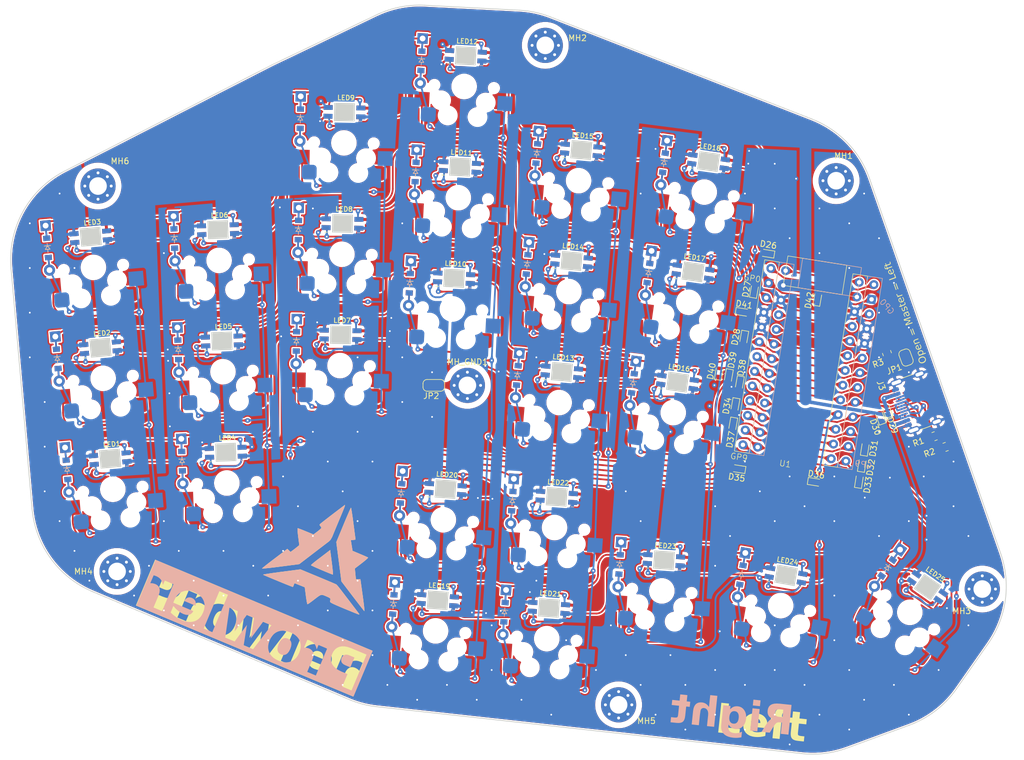
<source format=kicad_pcb>
(kicad_pcb (version 20240108) (generator "pcbnew") (generator_version "8.0")
  (title_block (title "main_pcb") (rev "v1.0.0") (company "Unknown"))
  (layers (0 "F.Cu" signal) (31 "B.Cu" signal) (34 "B.Paste" user) (35 "F.Paste" user) (36 "B.SilkS" user "B.Silkscreen") (37 "F.SilkS" user "F.Silkscreen") (38 "B.Mask" user) (39 "F.Mask" user) (44 "Edge.Cuts" user))
  (net 0 "")
  (net 1 "Net-(D1-A)")
  (net 2 "/P20")
  (net 3 "/P2")
  (net 4 "Net-(D2-A)")
  (net 5 "/P1")
  (net 6 "Net-(D3-A)")
  (net 7 "Net-(D4-A)")
  (net 8 "Net-(D5-A)")
  (net 9 "Net-(D6-A)")
  (net 10 "Net-(D7-A)")
  (net 11 "Net-(D8-A)")
  (net 12 "Net-(D9-A)")
  (net 13 "Net-(D10-A)")
  (net 14 "Net-(D11-A)")
  (net 15 "Net-(D12-A)")
  (net 16 "Net-(D13-A)")
  (net 17 "Net-(D14-A)")
  (net 18 "Net-(D15-A)")
  (net 19 "Net-(D16-A)")
  (net 20 "Net-(D17-A)")
  (net 21 "Net-(D18-A)")
  (net 22 "/LED")
  (net 23 "Net-(D19-A)")
  (net 24 "/P28")
  (net 25 "Net-(D20-A)")
  (net 26 "Net-(D21-A)")
  (net 27 "Net-(D22-A)")
  (net 28 "Net-(D23-A)")
  (net 29 "Net-(D24-A)")
  (net 30 "Net-(D25-A)")
  (net 31 "Vraw")
  (net 32 "/TXRX2")
  (net 33 "/TXRX1")
  (net 34 "/P29")
  (net 35 "Net-(JP1-B)")
  (net 36 "GND")
  (net 37 "/P9")
  (net 38 "/Vcc")
  (net 39 "/P22")
  (net 40 "/P23")
  (net 41 "/P26")
  (net 42 "/P27")
  (net 43 "/P21")
  (net 44 "/P0")
  (net 45 "/HAND")
  (net 46 "/P7")
  (net 47 "/Reset")
  (net 48 "/LED12")
  (net 49 "/LED13")
  (net 50 "/LED14")
  (net 51 "/LED20")
  (net 52 "/LED11")
  (net 53 "/LED15")
  (net 54 "/LED24")
  (net 55 "/LED10")
  (net 56 "/LED16")
  (net 57 "/LED23")
  (net 58 "/LED9")
  (net 59 "/LED17")
  (net 60 "/LED22")
  (net 61 "/LED8")
  (net 62 "/LED18")
  (net 63 "/LED21")
  (net 64 "/LED7")
  (net 65 "/LED19")
  (net 66 "/LED5")
  (net 67 "/LED4")
  (net 68 "/LED6")
  (net 69 "/LED3")
  (net 70 "/LED2")
  (net 71 "/LED1")
  (net 72 "CHASSIS")
  (net 73 "/NC2")
  (net 74 "/NC1")
  (net 75 "/NC3")
  (footprint "footprints:ComboDiode" (layer "F.Cu") (at 91.490536 86.760045 -91)
    (property "Reference" "D9" (hide yes))
    (property "Value" "D" (hide yes))
  )
  (footprint "footprints:ComboDiode" (layer "F.Cu") (at 130.150067 111.62534 -95)
    (property "Reference" "D14" (hide yes))
    (property "Value" "D" (hide yes))
  )
  (footprint "footprints:ComboDiode" (layer "F.Cu") (at 166.691859 164.593287 -100)
    (property "Reference" "D24" (hide yes))
    (property "Value" "D" (hide yes))
  )
  (footprint "footprints:SK6812MINI-E_RVRSMOUNT" (layer "F.Cu") (at 119.691553 76.026933 177)
    (property "Reference" "LED12")
    (property "Value" "SK6812MINI-E")
    (fp_poly (pts (xy -1.75 -1.55) (xy 1.75 -1.55) (xy 1.75 1.55) (xy -1.75 1.55)) (stroke (width 0.01)) (fill solid) (layer "Edge.Cuts"))
  )
  (footprint "Diode_SMD:D_SOD-523" (layer "F.Cu") (at 167.128445 124.189365 -100)
    (property "Reference" "D28")
    (property "Value" "ESD5Z5.0C")
  )
  (footprint "footprints:SK6812MINI-E_RVRSMOUNT" (layer "F.Cu") (at 78.782566 143.669105 -178)
    (property "Reference" "LED4")
    (property "Value" "SK6812MINI-E")
    (fp_poly (pts (xy -1.75 -1.55) (xy 1.75 -1.55) (xy 1.75 1.55) (xy -1.75 1.55)) (stroke (width 0.01)) (fill solid) (layer "Edge.Cuts"))
  )
  (footprint "footprints:MX" (layer "F.Cu") (at 195.39651 170.975229 145)
    (property "Reference" "S25" (hide yes))
    (property "Value" "SW_MEC_5G" (hide yes))
  )
  (footprint "footprints:SK6812MINI-E_RVRSMOUNT" (layer "F.Cu") (at 198.407786 166.674681 145)
    (property "Reference" "LED25")
    (property "Value" "SK6812MINI-E")
    (fp_poly (pts (xy -1.75 -1.549999) (xy 1.75 -1.55) (xy 1.75 1.549999) (xy -1.75 1.55)) (stroke (width 0.01)) (fill solid) (layer "Edge.Cuts"))
  )
  (footprint "footprints:SK6812MINI-E_RVRSMOUNT" (layer "F.Cu") (at 161.084054 94.077619 172)
    (property "Reference" "LED18")
    (property "Value" "SK6812MINI-E")
    (fp_poly (pts (xy -1.75 -1.55) (xy 1.75 -1.55) (xy 1.75 1.55) (xy -1.75 1.55)) (stroke (width 0.01)) (fill solid) (layer "Edge.Cuts"))
  )
  (footprint "Diode_SMD:D_SOD-523" (layer "F.Cu") (at 171.05 109.749999 171)
    (property "Reference" "D26")
    (property "Value" "ESD5Z5.0C")
  )
  (footprint "footprints:ComboDiode" (layer "F.Cu") (at 48.39803 108.796895 -85)
    (property "Reference" "D3" (hide yes))
    (property "Value" "D" (hide yes))
  )
  (footprint "footprints:SK6812MINI-E_RVRSMOUNT" (layer "F.Cu") (at 99.011209 85.641129 179)
    (property "Reference" "LED9")
    (property "Value" "SK6812MINI-E")
    (fp_poly (pts (xy -1.75 -1.55) (xy 1.75 -1.55) (xy 1.75 1.55) (xy -1.75 1.55)) (stroke (width 0.01)) (fill solid) (layer "Edge.Cuts"))
  )
  (footprint "footprints:MX" (layer "F.Cu") (at 134.828635 156.513941 176)
    (property "Reference" "S22" (hide yes))
    (property "Value" "SW_MEC_5G" (hide yes))
  )
  (footprint "footprints:MX" (layer "F.Cu") (at 133.503263 175.467658 176)
    (property "Reference" "S21" (hide yes))
    (property "Value" "SW_MEC_5G" (hide yes))
  )
  (footprint "footprints:SK6812MINI-E_RVRSMOUNT" (layer "F.Cu") (at 114.915767 168.905074 176)
    (property "Reference" "LED19")
    (property "Value" "SK6812MINI-E")
    (fp_poly (pts (xy -1.75 -1.55) (xy 1.75 -1.55) (xy 1.75 1.55) (xy -1.75 1.55)) (stroke (width 0.01)) (fill solid) (layer "Edge.Cuts"))
  )
  (footprint "Jumper:SolderJumper-2_P1.3mm_Open_RoundedPad1.0x1.5mm" (layer "F.Cu") (at 194.75 127.5 110)
    (property "Reference" "JP1")
    (property "Value" "SolderJumper_2_Open")
  )
  (footprint "footprints:SK6812MINI-E_RVRSMOUNT" (layer "F.Cu") (at 137.730471 111.033765 175)
    (property "Reference" "LED14")
    (property "Value" "SK6812MINI-E")
    (fp_poly (pts (xy -1.75 -1.55) (xy 1.75 -1.55) (xy 1.75 1.55) (xy -1.75 1.55)) (stroke (width 0.01)) (fill solid) (layer "Edge.Cuts"))
  )
  (footprint "footprints:SK6812MINI-E_RVRSMOUNT" (layer "F.Cu") (at 118.69717 95.000894 177)
    (property "Reference" "LED11")
    (property "Value" "SK6812MINI-E")
    (fp_poly (pts (xy -1.75 -1.55) (xy 1.75 -1.55) (xy 1.75 1.55) (xy -1.75 1.55)) (stroke (width 0.01)) (fill solid) (layer "Edge.Cuts"))
  )
  (footprint "footprints:MX" (layer "F.Cu") (at 157.709107 118.091619 172)
    (property "Reference" "S17" (hide yes))
    (property "Value" "SW_MEC_5G" (hide yes))
  )
  (footprint "footprints:SK6812MINI-E_RVRSMOUNT" (layer "F.Cu") (at 77.456385 105.692253 -178)
    (property "Reference" "LED6")
    (property "Value" "SK6812MINI-E")
    (fp_poly (pts (xy -1.75 -1.55) (xy 1.75 -1.55) (xy 1.75 1.55) (xy -1.75 1.55)) (stroke (width 0.01)) (fill solid) (layer "Edge.Cuts"))
  )
  (footprint "MountingHole:MountingHole_3mm_Pad_Via" (layer "F.Cu") (at 119.970502 132.255693)
    (property "Reference" "MH_GND1")
    (property "Value" "MountingHole_Pad")
  )
  (footprint "footprints:MX" (layer "F.Cu") (at 77.639607 110.939055 -178)
    (property "Reference" "S6" (hide yes))
    (property "Value" "SW_MEC_5G" (hide yes))
  )
  (footprint "footprints:MX" (layer "F.Cu") (at 56.218114 112.128005 -175)
    (property "Reference" "S3" (hide yes))
    (property "Value" "SW_MEC_5G" (hide yes))
  )
  (footprint "footprints:SK6812MINI-E_RVRSMOUNT" (layer "F.Cu") (at 116.24114 149.951356 176)
    (property "Reference" "LED20")
    (property "Value" "SK6812MINI-E")
    (fp_poly (pts (xy -1.75 -1.55) (xy 1.75 -1.55) (xy 1.75 1.55) (xy -1.75 1.55)) (stroke (width 0.01)) (fill solid) (layer "Edge.Cuts"))
  )
  (footprint "footprints:MX" (layer "F.Cu") (at 153.119665 167.316172 176)
    (property "Reference" "S23" (hide yes))
    (property "Value" "SW_MEC_5G" (hide yes))
  )
  (footprint "footprints:ComboDiode" (layer "F.Cu") (at 71.33076 145.180089 -88)
    (property "Reference" "D4" (hide yes))
    (property "Value" "D" (hide yes))
  )
  (footprint "Jumper:SolderJumper-2_P1.3mm_Bridged_RoundedPad1.0x1.5mm" (layer "F.Cu") (at 113.805 132.25 180)
    (property "Reference" "JP2")
    (property "Value" "SolderJumper_2_Bridged")
  )
  (footprint "footprints:SK6812MINI-E_RVRSMOUNT" (layer "F.Cu") (at 59.072464 144.753382 -175)
    (property "Reference" "LED1")
    (property "Value" "SK6812MINI-E")
    (fp_poly (pts (xy -1.75 -1.55) (xy 1.75 -1.55) (xy 1.75 1.55) (xy -1.75 1.55)) (stroke (width 0.01)) (fill solid) (layer "Edge.Cuts"))
  )
  (footprint "footprints:SK6812MINI-E_RVRSMOUNT" (layer "F.Cu") (at 117.702786 113.974855 177)
    (property "Reference" "LED10")
    (property "Value" "SK6812MINI-E")
    (fp_poly (pts (xy -1.75 -1.55) (xy 1.75 -1.55) (xy 1.75 1.55) (xy -1.75 1.55)) (stroke (width 0.01)) (fill solid) (layer "Edge.Cuts"))
  )
  (footprint "footprints:ComboDiode" (layer "F.Cu") (at 145.916961 162.802743 -94)
    (property "Reference" "D23" (hide yes))
    (property "Value" "D" (hide yes))
  )
  (footprint "Diode_SMD:D_SOD-523" (layer "F.Cu") (at 166.378445 131.939365 -100)
    (property "Reference" "D38")
    (property "Value" "ESD5Z5.0C")
  )
  (footprint "footprints:ComboDiode" (layer "F.Cu") (at 51.709948 146.652293 -85)
    (property "Reference" "D1" (hide yes))
    (property "Value" "D" (hide yes))
  )
  (footprint "footprints:SK6812MINI-E_RVRSMOUNT" (layer "F.Cu") (at 98.679614 104.638235 179)
    (property "Reference" "LED8")
    (property "Value" "SK6812MINI-E")
    (fp_poly (pts (xy -1.75 -1.55) (xy 1.75 -1.55) (xy 1.75 1.55) (xy -1.75 1.55)) (stroke (width 0.01)) (fill solid) (layer "Edge.Cuts"))
  )
  (footprint "footprints:MX" (layer "F.Cu") (at 160.353396 99.276525 172)
    (property "Reference" "S18" (hide yes))
    (property "Value" "SW_MEC_5G" (hide yes))
  )
  (footprint "Resistor_SMD:R_0805_2012Metric_Pad1.20x1.40mm_HandSolder" (layer "F.Cu") (at 199.617604 140.927552 -160)
    (property "Reference" "R1")
    (property "Value" "10k")
  )
  (footprint "RP2040ProMicroReversible:RP2040ProMicroCloneReversible" (layer "F.Cu") (at 176.855452 128.530009 -9)
    (property "Reference" "U1")
    (property "Value" "~")
  )
  (footprint "Diode_SMD:D_SOD-523" (layer "F.Cu") (at 190.361595 137.646013 110)
    (property "Reference" "D30")
    (property "Value" "ESD5Z5.0C")
  )
  (footprint "footprints:ComboDiode" (layer "F.Cu") (at 150.838788 113.086749 -98)
    (property "Reference" "D17" (hide yes))
    (property "Value" "D" (hide yes))
  )
  (footprint "MountingHole:MountingHole_3mm_Pad_Via" (layer "F.Cu") (at 182.84099 97.34099)
    (property "Reference" "MH1")
    (property "Value" "MountingHole_Pad")
  )
  (footprint "footprints:ComboDiode" (layer "F.Cu") (at 91.15894 105.757152 -91)
    (property "Reference" "D8" (hide yes))
    (property "Value" "D" (hide yes))
  )
  (footprint "footprints:MX" (layer "F.Cu") (at 98.919584 90.89033 179)
    (property "Reference" "S9" (hide yes))
    (property "Value" "SW_MEC_5G" (hide yes))
  )
  (footprint "footprints:MX" (layer "F.Cu") (at 114.549546 174.142285 176)
    (property "Reference" "S19" (hide yes))
    (property "Value" "SW_MEC_5G" (hide yes))
  )
  (footprint "Connector_USB:USB_C_Receptacle_GCT_USB4105-xx-A_16P_TopMnt_Horizontal" (layer "F.Cu") (at 197.5 134.75 110)
    (property "Reference" "J3")
    (property "Value" "USB_C_Receptacle_USB2.0_16P")
  )
  (footprint "footprints:MX" (layer "F.Cu") (at 57.874073 131.055705 -175)
    (property "Reference" "S2" (hide yes))
    (property "Value" "SW_MEC_5G" (hide yes))
  )
  (footprint "footprints:SK6812MINI-E_RVRSMOUNT" (layer "F.Cu") (at 139.38643 92.106066 175)
    (property "Reference" "LED15")
    (property "Value" "SK6812MINI-E")
    (fp_poly (pts (xy -1.75 -1.55) (xy 1.75 -1.55) (xy 1.75 1.55) (xy -1.75 1.55)) (stroke (width 0.01)) (fill solid) (layer "Edge.Cuts"))
  )
  (footprint "Resistor_SMD:R_0805_2012Metric_Pad1.20x1.40mm_HandSolder" (layer "F.Cu") (at 201.5 142.75 -160)
    (property "Reference" "R2")
    (property "Value" "10k")
  )
  (footprint "footprints:MX" (layer "F.Cu") (at 78.965789 148.915906 -178)
    (property "Reference" "S4" (hide yes))
    (property "Value" "SW_MEC_5G" (hide yes))
  )
  (footprint "footprints:SK6812MINI-E_RVRSMOUNT" (layer "F.Cu") (at 136.074512 129.961464 175)
    (property "Reference" "LED13")
    (property "Value" "SK6812MINI-E")
    (fp_poly (pts (xy -1.75 -1.55) (xy 1.75 -1.55) (xy 1.75 1.55) (xy -1.75 1.55)) (stroke (width 0.01)) (fill solid) (layer "Edge.Cuts"))
  )
  (footprint "footprints:SK6812MINI-E_RVRSMOUNT" (layer "F.Cu") (at 98.348018 123.635341 179)
    (property "Reference" "LED7")
    (property "Value" "SK6812MINI-E")
    (fp_poly (pts (xy -1.75 -1.55) (xy 1.75 -1.55) (xy 1.75 1.55) (xy -1.75 1.55)) (stroke (width 0.01)) (fill solid) (layer "Edge.Cuts"))
  )
  (footprint "footprints:MX" (layer "F.Cu") (at 119.416789 81.269738 177)
    (property "Reference" "S12" (hide yes))
    (property "Value" "SW_MEC_5G" (hide yes))
  )
  (footprint "footprints:ComboDiode" (layer "F.Cu") (at 70.667669 126.191663 -88)
    (property "Reference" "D5" (hide yes))
    (property "Value" "D" (hide yes))
  )
  (footprint "MountingHole:MountingHole_3mm_Pad_Via" (layer "F.Cu") (at 145.75 186.75)
    (property "Reference" "MH5")
    (property "Value" "MountingHole_Pad")
  )
  (footprint "Diode_SMD:D_SOD-523" (layer "F.Cu") (at 165.25 139 -100)
    (property "Reference" "D37")
    (property "Value" "ESD5Z5.0C")
  )
  (footprint "Diode_SMD:D_SOD-523" (layer "F.Cu") (at 166.116 146.499999 171)
    (property "Reference" "D35")
    (property "Value" "ESD5Z5.0C")
  )
  (footprint "Diode_SMD:D_SOD-523" (layer "F.Cu") (at 166.95 119.75 -9)
    (property "Reference" "D41")
    (property "Value" "ESD5Z5.0C")
  )
  (footprint "footprints:ComboDiode" (layer "F.Cu") (at 108.672214 150.675138 -94)
    (property "Reference" "D20" (hide yes))
    (property "Value" "D" (hide yes))
  )
  (footprint "footprints:ComboDiode" (layer "F.Cu") (at 191.547176 163.396797 -125)
    (property "Reference" "D25" (hide yes))
    (property "Value" "D" (hide yes))
  )
  (footprint "footprints:ComboDiode" (layer "F.Cu") (at 131.806026 92.697641 -95)
    (property "Reference" "D15" (hide yes))
    (property "Value" "D" (hide yes))
  )
  (footprint "footprints:MX" (layer "F.Cu") (at 137.272904 116.263787 175)
    (property "Reference" "S14" (hide yes))
    (property "Value" "SW_MEC_5G" (hide yes))
  )
  (footprint "Diode_SMD:D_SOD-523" (layer "F.Cu") (at 162.871554 130.060635 80)
    (property "Reference" "D40")
    (property "Value" "ESD5Z5.0C")
  )
  (footprint "footprints:MX" (layer "F.Cu") (at 98.256392 128.884542 179)
    (property "Reference" "S7" (hide yes))
    (property "Value" "SW_MEC_5G" (hide yes))
  )
  (footprint "footprints:ComboDiode" (layer "F.Cu") (at 110.147645 114.830623 -93)
    (property "Reference" "D10" (hide yes))
    (property "Value" "D" (hide yes))
  )
  (footprint "footprints:ComboDiode" (layer "F.Cu") (at 148.194499 131.901842 -98)
    (property "Reference" "D16" (hide yes))
    (property "Value" "D" (hide yes))
  )
  (footprint "footprints:MX" (layer "F.Cu") (at 78.302698 129.92748 -178)
    (property "Reference" "S5" (hide yes))
    (property "Value" "SW_MEC_5G" (hide yes))
  )
  (footprint "footprints:ComboDiode" (layer "F.Cu") (at 112.136411 76.8827 -93)
    (property "Reference" "D12" (hide yes))
    (property "Value" "D" (hide yes))
  )
  (footprint "footprints:SK6812MINI-E_RVRSMOUNT" (layer "F.Cu") (at 78.119476 124.680679 -178)
    (property "Reference" "LED5")
    (property "Value" "SK6812MINI-E")
    (fp_poly (pts (xy -1.75 -1.55) (xy 1.75 -1.55) (xy 1.75 1.55) (xy -1.75 1.55)) (stroke (width 0.01)) (fill solid) (layer "Edge.Cuts"))
  )
  (footprint "MountingHole:MountingHole_3mm_Pad_Via" (layer "F.Cu") (at 133.25 74.25)
    (property "Reference" "MH2")
    (property "Value" "MountingHole_Pad")
  )
  (footprint "Diode_SMD:D_SOD-523" (layer "F.Cu") (at 168.871554 116.060635 80)
    (property "Reference" "D27")
    (property "Value" "ESD5Z5.0C")
  )
  (footprint "footprints:MX" (layer "F.Cu") (at 138.928863 97.336088 175)
    (property "Reference" "S15" (hide yes))
    (property "Value" "SW_MEC_5G" (hide yes))
  )
  (footprint "footprints:ComboDiode" (layer "F.Cu") (at 128.494108 130.55304 -95)
    (property "Reference" "D13" (hide yes))
    (property "Value" "D" (hide yes))
  )
  (footprint "Diode_SMD:D_SOD-523" (layer "F.Cu") (at 187.75 143 81)
    (property "Reference" "D31")
    (property "Value" "ESD5Z5.0C")
  )
  (footprint "MountingHole:MountingHole_3mm_Pad_Via" (layer "F.Cu") (at 57 98.25)
    (property "Reference" "MH6")
    (property "Value" "MountingHole_Pad")
  )
  (footprint "footprints:ComboDiode" (layer "F.Cu") (at 90.827345 124.754258 -91)
    (property "Reference" "D7" (hide yes))
    (property "Value" "D" (hide yes))
  )
  (footprint "MountingHole:MountingHole_3mm_Pad_Via" (layer "F.Cu") (at 60.25 164)
    (property "Reference" "MH4")
    (property "Value" "MountingHole_Pad")
  )
  (footprint "Resistor_SMD:R_0805_2012Metric_Pad1.20x1.40mm_HandSolder" (layer "F.Cu") (at 191.5 126.75 -70)
    (property "Reference" "R3")
    (property "Value" "1k")
  )
  (footprint "footprints:MX" (layer "F.Cu") (at 59.530032 149.983403 -175)
    (property "Reference" "S1" (hide yes))
    (property "Value" "SW_MEC_5G" (hide yes))
  )
  (footprint "Diode_SMD:D_SOD-523" (layer "F.Cu") (at 187.25 145.75 81)
    (property "Reference" "D32")
    (property "Value" "ESD5Z5.0C")
  )
  (footprint "footprints:SK6812MINI-E_RVRSMOUNT" (layer "F.Cu") (at 153.485888 162.078961 176)
    (property "Reference" "LED23")
    (property "Value" "SK6812MINI-E")
    (fp_poly (pts (xy -1.75 -1.55) (xy 1.75 -1.55) (xy 1.75 1.55) (xy -1.75 1.55)) (stroke (width 0.01)) (fill solid) (layer "Edge.Cuts"))
  )
  (footprint "footprints:MX" (layer "F.Cu") (at 173.383324 169.834879 170)
    (property "Reference" "S24" (hide yes))
    (property "Value" "SW_MEC_5G" (hide yes))
  )
  (footprint "footprints:ComboDiode" (layer "F.Cu") (at 70.004578 107.203238 -88)
    (property "Reference" "D6" (hide yes))
    (property "Value" "D" (hide yes))
  )
  (footprint "footprints:ComboDiode" (layer "F.Cu") (at 111.142029 95.856662 -93)
    (property "Reference" "D11" (hide yes))
    (property "Value" "D" (hide yes))
  )
  (footprint "Diode_SMD:D_SOD-523" (layer "F.Cu") (at 179.658542 117.418534 80)
    (property "Reference" "D42")
    (property "Value" "ESD5Z5.0C")
  )
  (footprint "footprints:MX" (layer "F.Cu") (at 117.428023 119.217661 177)
    (property "Reference" "S10" (hide yes))
    (property "Value" "SW_MEC_5G" (hide yes))
  )
  (footprint "footprints:SK6812MINI-E_RVRSMOUNT" (layer "F.Cu") (at 57.416505 125.825682 -175)
    (property "Reference" "LED2")
    (property "Value" "SK6812MINI-E")
    (fp_poly (pts (xy -1.75 -1.55) (xy 1.75 -1.55) (xy 1.75 1.55) (xy -1.75 1.55)) (stroke (width 0.01)) (fill solid) (layer "Edge.Cuts"))
  )
  (footprint "footprints:SK6812MINI-E_RVRSMOUNT" (layer "F.Cu") (at 174.294977 164.664639 170)
    (property "Reference" "LED24")
    (property "Value" "SK6812MINI-E")
    (fp_poly (pts (xy -1.75 -1.55) (xy 1.75 -1.55) (xy 1.75 1.55) (xy -1.75 1.55)) (stroke (width 0.01)) (fill solid) (layer "Edge.Cuts"))
  )
  (footprint "footprints:SK6812MINI-E_RVRSMOUNT" (layer "F.Cu") (at 158.439766 112.892711 172)
    (property "Reference" "LED17")
    (property "Value" "SK6812MINI-E")
    (fp_poly (pts (xy -1.75 -1.55) (xy 1.75 -1.55) (xy 1.75 1.55) (xy -1.75 1.55)) (stroke (width 0.01)) (fill solid) (layer "Edge.Cuts"))
  )
  (footprint "Diode_SMD:D_SOD-523" (layer "F.Cu") (at 186.75 148.5 81)
    (property "Reference" "D33")
    (property "Value" "ESD5Z5.0C")
  )
  (footprint "footprints:cybran" (layer "F.Cu") (at 93.966233 162.813543 97.4)
    (property "Reference" "G***" (hide yes))
    (property "Value" "LOGO" (hide yes))
  )
  (footprint "footprints:SK6812MINI-E_RVRSMOUNT" (layer "F.Cu") (at 155.795476 131.707804 172)
    (property "Reference" "LED16")
    (property "Value" "SK6812MINI-E")
    (fp_poly (pts (xy -1.75 -1.55) (xy 1.75 -1.55) (xy 1.75 1.55) (xy -1.75 1.55)) (stroke (width 0.01)) (fill solid) (layer "Edge.Cuts"))
  )
  (footprint "footprints:SK6812MINI-E_RVRSMOUNT" (layer "F.Cu") (at 135.194856 151.276729 176)
    (property "Reference" "LED22")
    (property "Value" "SK6812MINI-E")
    (fp_poly (pts (xy -1.75 -1.55) (xy 1.75 -1.55) (xy 1.75 1.55) (xy -1.75 1.55)) (stroke (width 0.01)) (fill solid) (layer "Edge.Cuts"))
  )
  (footprint "Diode_SMD:D_SOD-523" (layer "F.Cu") (at 179.25 148.75 -9)
    (property "Reference" "D36")
    (property "Value" "ESD5Z5.0C")
  )
  (footprint "footprints:ComboDiode" (layer "F.Cu") (at 127.62593 152.000511 -94)
    (property "Reference" "D22" (hide yes))
    (property "Value" "D" (hide yes))
  )
  (footprint "footprints:MX" (layer "F.Cu") (at 155.064817 136.906712 172)
    (property "Reference" "S16" (hide yes))
    (property "Value" "SW_MEC_5G" (hide yes))
  )
  (footprint "footprints:ComboDiode" (layer "F.Cu") (at 107.34684 169.628855 -94)
    (property "Reference" "D19" (hide yes))
    (property "Value" "D" (hide yes))
  )
  (footprint "footprints:MX" (layer "F.Cu") (at 98.587988 109.887436 179)
    (property "Reference" "S8" (hide yes))
    (property "Value" "SW_MEC_5G" (hide yes))
  )
  (footprint "footprints:SK6812MINI-E_RVRSMOUNT" (layer "F.Cu") (at 133.869484 170.230446 176)
    (property "Reference" "LED21")
    (property "Value" "SK6812MINI-E")
    (fp_poly (pts (xy -1.75 -1.55) (xy 1.75 -1.55) (xy 1.75 1.55) (xy -1.75 1.55)) (stroke (width 0.01)) (fill solid) (layer "Edge.Cuts"))
  )
  (footprint "footprints:ComboDiode" (layer "F.Cu") (at 126.300558 170.954228 -94)
    (property "Reference" "D21" (hide yes))
    (property "Value" "D" (hide yes))
  )
  (footprint "Diode_SMD:D_SOD-523" (layer "F.Cu") (at 191.504277 136.492725 110)
    (property "Reference" "D29")
    (property "Value" "ESD5Z5.0C")
  )
  (footprint "Diode_SMD:D_SOD-523" (layer "F.Cu") (at 164.5 130.75 -100)
    (property "Reference" "D39")
    (property "Value" "ESD5Z5.0C")
  )
  (footprint "footprints:ComboDiode" (layer "F.Cu") (at 50.053989 127.724594 -85)
    (property "Reference" "D2" (hide yes))
    (property "Value" "D" (hide yes))
  )
  (footprint "footprints:cybran" (layer "F.Cu") (at 93.966233 162.813543 97.4)
    (property "Reference" "G***" (hide yes))
    (property "Value" "LOGO" (hide yes))
  )
  (footprint "footprints:ComboDiode" (layer "F.Cu") (at 153.483077 94.271654 -98)
    (property "Reference" "D18" (hide yes))
    (property "Value" "D" (hide yes))
  )
  (footprint "footprints:MX" (layer "F.Cu") (at 135.616945 135.191487 175)
    (property "Reference" "S13" (hide yes))
    (property "Value" "SW_MEC_5G" (hide yes))
  )
  (footprint "footprints:SK6812MINI-E_RVRSMOUNT" (layer "F.Cu") (at 55.760546 106.897982 -175)
    (property "Reference" "LED3")
    (property "Value" "SK6812MINI-E")
    (fp_poly (pts (xy -1.75 -1.55) (xy 1.75 -1.55) (xy 1.75 1.55) (xy -1.75 1.55)) (stroke (width 0.01)) (fill solid) (layer "Edge.Cuts"))
  )
  (footprint "MountingHole:MountingHole_3mm_Pad_Via" (layer "F.Cu") (at 207.75 167)
    (property "Reference" "MH3")
    (property "Value" "MountingHole_Pad")
  )
  (footprint "footprints:MX" (layer "F.Cu") (at 118.422406 100.243699 177)
    (property "Reference" "S11" (hide yes))
    (property "Value" "SW_MEC_5G" (hide yes))
  )
  (footprint "footprints:MX" (layer "F.Cu") (at 115.874918 155.188568 176)
    (property "Reference" "S20" (hide yes))
    (property "Value" "SW_MEC_5G" (hide yes))
  )
  (footprint "Diode_SMD:D_SOD-523" (layer "F.Cu") (at 165.628447 135.689364 -100)
    (property "Reference" "D34")
    (property "Value" "ESD5Z5.0C")
  )
  (gr_line (start 176.961074 195.061403) (end 104.527295 187.06875) (stroke (width 0.15)) (layer "Edge.Cuts"))
  (gr_line (start 112.691207 67.413696) (end 128.8416 68.260103) (stroke (width 0.15)) (layer "Edge.Cuts"))
  (gr_arc (start 104.527296 187.06875) (mid 102.119106 186.625604) (end 99.79956 185.841088) (stroke (width 0.15)) (layer "Edge.Cuts"))
  (gr_arc (start 203.354021 184.022589) (mid 199.796126 187.744396) (end 195.287182 190.230333) (stroke (width 0.15)) (layer "Edge.Cuts"))
  (gr_line (start 188.548933 97.040768) (end 210.886206 160.935076) (stroke (width 0.15)) (layer "Edge.Cuts"))
  (gr_arc (start 56.097992 167.455848) (mid 48.952996 161.800432) (end 45.754955 153.267716) (stroke (width 0.15)) (layer "Edge.Cuts"))
  (gr_line (start 45.754955 153.267717) (end 42.169518 112.285991) (stroke (width 0.15)) (layer "Edge.Cuts"))
  (gr_line (start 208.763741 176.296709) (end 203.354465 184.021955) (stroke (width 0.15)) (layer "Edge.Cuts"))
  (gr_arc (start 86.55976 77.631224) (mid 86.766 77.527302) (end 86.973632 77.426192) (stroke (width 0.15)) (layer "Edge.Cuts"))
  (gr_arc (start 104.462613 69.056096) (mid 108.473986 67.719235) (end 112.691207 67.413696) (stroke (width 0.15)) (layer "Edge.Cuts"))
  (gr_line (start 99.79956 185.841088) (end 56.097993 167.455848) (stroke (width 0.15)) (layer "Edge.Cuts"))
  (gr_line (start 86.973631 77.426192) (end 104.462614 69.056096) (stroke (width 0.15)) (layer "Edge.Cuts"))
  (gr_arc (start 178.690578 86.817674) (mid 184.738463 90.850429) (end 188.548933 97.040768) (stroke (width 0.15)) (layer "Edge.Cuts"))
  (gr_arc (start 128.842374 68.260143) (mid 131.538018 68.619227) (end 134.141913 69.403552) (stroke (width 0.15)) (layer "Edge.Cuts"))
  (gr_arc (start 210.886207 160.935076) (mid 211.678675 168.871621) (end 208.764185 176.296075) (stroke (width 0.15)) (layer "Edge.Cuts"))
  (gr_line (start 51.351316 95.675463) (end 86.559 77.631614) (stroke (width 0.15)) (layer "Edge.Cuts"))
  (gr_line (start 195.287182 190.230333) (end 184.685126 194.12259) (stroke (width 0.15)) (layer "Edge.Cuts"))
  (gr_arc (start 42.169518 112.28599) (mid 44.226593 102.580105) (end 51.351316 95.675463) (stroke (width 0.15)) (layer "Edge.Cuts"))
  (gr_line (start 134.142635 69.403834) (end 178.689856 86.817392) (stroke (width 0.15)) (layer "Edge.Cuts"))
  (gr_arc (start 184.685126 194.12259) (mid 180.877918 195.039792) (end 176.961844 195.061488) (stroke (width 0.15)) (layer "Edge.Cuts"))
  (gr_text "Right" (at 175.25 192.75 354) (layer "B.SilkS") (effects (font (size 5 5) (thickness 1) (bold yes)) (justify left bottom mirror)))
  (gr_text "Prowler" (at 100.556514 185.641665 337.25) (layer "B.SilkS" knockout) (effects (font (size 6.5 6.5) (thickness 1) (bold yes)) (justify left bottom mirror)))
  (gr_text "Open = Master = Left\n" (at 198.5 128.25 110) (layer "F.SilkS") (effects (font (size 1.2 1.2)) (justify left bottom)))
  (gr_text "Prowler" (at 63.25 170 337.25) (layer "F.SilkS" knockout) (effects (font (size 6.5 6.5) (thickness 1) (bold yes)) (justify left bottom)))
  (gr_text "Left" (at 162 192.25 354) (layer "F.SilkS") (effects (font (size 5 5) (thickness 1) (bold yes)) (justify left bottom)))
  (segment (start 59.75 157.437923) (end 55.594662 157.437923) (width 0.3) (layer "F.Cu") (net 1))
  (segment (start 65.109526 155.217934) (end 65.792553 154.534908) (width 0.3) (layer "F.Cu") (net 1))
  (segment (start 51.853756 148.296014) (end 52.042011 150.447795) (width 0.3) (layer "F.Cu") (net 1))
  (via (at 55.594662 157.437923) (size 0.8) (drill 0.3) (layers "F.Cu" "B.Cu") (net 1))
  (arc (start 59.75 157.437923) (mid 62.650555 156.860967) (end 65.109526 155.217934) (width 0.3) (layer "F.Cu") (net 1))
  (segment (start 55.594662 157.437923) (end 52.232207 150.19884) (width 0.3) (layer "B.Cu") (net 1))
  (segment (start 51.853756 148.296014) (end 52.042011 150.447795) (width 0.3) (layer "B.Cu") (net 1))
  (segment (start 170.248621 137.770235) (end 169.42021 136.941824) (width 0.3) (layer "F.Cu") (net 2))
  (segment (start 66.841391 158.873373) (end 82.9056 158.873373) (width 0.3) (layer "F.Cu") (net 2))
  (segment (start 165.506894 136.378725) (end 165.443982 136.441637) (width 0.3) (layer "F.Cu") (net 2))
  (segment (start 54.5 120.534131) (end 64 119.75) (width 0.3) (layer "F.Cu") (net 2))
  (segment (start 159.5 148.275316) (end 125 145) (width 0.3) (layer "F.Cu") (net 2))
  (segment (start 56.134 139.76753) (end 65.695639 138.996797) (width 0.3) (layer "F.Cu") (net 2))
  (segment (start 56.134 139.76753) (end 53.639057 139.76753) (width 0.3) (layer "F.Cu") (net 2))
  (segment (start 165.874624 136.263259) (end 168 136.263259) (width 0.3) (layer "F.Cu") (net 2))
  (segment (start 51.943 139.065) (end 51.903986 139.023598) (width 0.3) (layer "F.Cu") (net 2))
  (segment (start 52.693368 155.380077) (end 52.693368 153.131236) (width 0.3) (layer "F.Cu") (net 2))
  (segment (start 58.293 158.873373) (end 56.165084 158.873373) (width 0.3) (layer "F.Cu") (net 2))
  (segment (start 66.841391 158.873373) (end 66.815612 158.847594) (width 0.3) (layer "F.Cu") (net 2))
  (segment (start 163 147.5) (end 162.75 147.75) (width 0.3) (layer "F.Cu") (net 2))
  (segment (start 182.792263 139.756953) (end 170.248621 137.770235) (width 0.3) (layer "F.Cu") (net 2))
  (segment (start 54.5 120.534131) (end 52.211108 120.534131) (width 0.3) (layer "F.Cu") (net 2))
  (segment (start 50.038 119.634) (end 49.998986 119.592598) (width 0.3) (layer "F.Cu") (net 2))
  (segment (start 106.945404 143.165608) (end 91.4908 141.732) (width 0.3) (layer "F.Cu") (net 2))
  (segment (start 82.9056 158.873373) (end 83.950627 158.873373) (width 0.3) (layer "F.Cu") (net 2))
  (segment (start 125 145) (end 106.945404 143.165608) (width 0.3) (layer "F.Cu") (net 2))
  (segment (start 161.481775 148.275316) (end 159.5 148.275316) (width 0.3) (layer "F.Cu") (net 2))
  (segment (start 163.75 140.620242) (end 163.75 145.68934) (width 0.3) (layer "F.Cu") (net 2))
  (segment (start 49.38145 118.101735) (end 49.38145 115.275838) (width 0.3) (layer "F.Cu") (net 2))
  (segment (start 66.841391 158.873373) (end 58.293 158.873373) (width 0.3) (layer "F.Cu") (net 2))
  (segment (start 51.037409 136.931497) (end 51.037409 134.203538) (width 0.3) (layer "F.Cu") (net 2))
  (segment (start 89.8144 153.0096) (end 89.8144 144.018) (width 0.3) (layer "F.Cu") (net 2))
  (via (at 91.4908 141.732) (size 0.8) (drill 0.3) (layers "F.Cu" "B.Cu") (net 2))
  (via (at 89.8144 144.0688) (size 0.8) (drill 0.3) (layers "F.Cu" "B.Cu") (net 2))
  (via (at 66.841391 158.873373) (size 0.8) (drill 0.3) (layers "F.Cu" "B.Cu") (net 2))
  (via (at 65.695639 138.996797) (size 0.8) (drill 0.3) (layers "F.Cu" "B.Cu") (net 2))
  (via (at 64 119.75) (size 0.8) (drill 0.3) (layers "F.Cu" "B.Cu") (net 2))
  (arc (start 56.165084 158.873373) (mid 54.842355 158.610266) (end 53.721 157.861) (width 0.3) (layer "F.Cu") (net 2))
  (arc (start 169.42021 136.941824) (mid 168.653911 136.429799) (end 167.75 136.25) (width 0.3) (layer "F.Cu") (net 2))
  (arc (start 53.721 157.861) (mid 52.96044 156.722743) (end 52.693368 155.380077) (width 0.3) (layer "F.Cu") (net 2))
  (arc (start 165.443982 136.441637) (mid 165.641562 136.309618) (end 165.874624 136.263259) (width 0.3) (layer "F.Cu") (net 2))
  (arc (start 83.950627 158.873373) (mid 88.096941 157.155914) (end 89.8144 153.0096) (width 0.3) (layer "F.Cu") (net 2))
  (arc (start 163.75 145.68934) (mid 163.555081 146.669262) (end 163 147.5) (width 0.3) (layer "F.Cu") (net 2))
  (arc (start 162.75 147.75) (mid 162.168133 148.138791) (end 161.481775 148.275316) (width 0.3) (layer "F.Cu") (net 2))
  (arc (start 49.998986 119.592598) (mid 49.541942 118.908585) (end 49.38145 118.101735) (width 0.3) (layer "F.Cu") (net 2))
  (arc (start 165.506894 136.378725) (mid 164.206602 138.324749) (end 163.75 140.620242) (width 0.3) (layer "F.Cu") (net 2))
  (arc (start 52.211108 120.534131) (mid 51.03503 120.300195) (end 50.038 119.634) (width 0.3) (layer "F.Cu") (net 2))
  (arc (start 51.903986 139.023598) (mid 51.262625 138.063734) (end 51.037409 136.931497) (width 0.3) (layer "F.Cu") (net 2))
  (arc (start 53.639057 139.76753) (mid 52.721157 139.584948) (end 51.943 139.065) (width 0.3) (layer "F.Cu") (net 2))
  (segment (start 63.497529 114.040842) (end 63.997016 119.75) (width 0.3) (layer "B.Cu") (net 2))
  (segment (start 66.809447 158.841429) (end 66.809447 151.89624) (width 0.3) (layer "B.Cu") (net 2))
  (segment (start 65.615556 138.25) (end 66.809447 151.89624) (width 0.3) (layer "B.Cu") (net 2))
  (segment (start 63.997016 119.75) (end 65.153488 132.968542) (width 0.3) (layer "B.Cu") (net 2))
  (segment (start 65.153488 132.968542) (end 65.615556 138.25) (width 0.3) (layer "B.Cu") (net 2))
  (segment (start 89.8144 143.4084) (end 89.8144 144.0688) (width 0.3) (layer "B.Cu") (net 2))
  (segment (start 89.8144 144.0688) (end 89.8144 143.3068) (width 0.3) (layer "B.Cu") (net 2))
  (segment (start 66.841391 158.873373) (end 66.809447 158.841429) (width 0.3) (layer "B.Cu") (net 2))
  (arc (start 91.4908 141.732) (mid 90.305406 142.223006) (end 89.8144 143.4084) (width 0.3) (layer "B.Cu") (net 2))
  (segment (start 172.031598 126.500906) (end 184.57524 128.487623) (width 0.3) (layer "F.Cu") (net 3))
  (segment (start 141.4272 164.147226) (end 141.4272 163.8808) (width 0.3) (layer "F.Cu") (net 3))
  (segment (start 167.00689 124.87873) (end 169.607155 124.87873) (width 0.3) (layer "F.Cu") (net 3))
  (segment (start 131.649448 104.403693) (end 131.649448 99.248924) (width 0.3) (layer "F.Cu") (net 3))
  (segment (start 169.72661 124.82925) (end 168.148653 124.82925) (width 0.3) (layer "F.Cu") (net 3))
  (segment (start 140 184.25) (end 128.56066 184.25) (width 0.3) (layer "F.Cu") (net 3))
  (segment (start 143.5 126) (end 143.25 126) (width 0.3) (layer "F.Cu") (net 3))
  (segment (start 126.75 183.5) (end 126.676777 183.426777) (width 0.3) (layer "F.Cu") (net 3))
  (segment (start 129.993489 123.493489) (end 129.993489 118.176623) (width 0.3) (layer "F.Cu") (net 3))
  (segment (start 143.5 126) (end 162 128.25) (width 0.3) (layer "F.Cu") (net 3))
  (segment (start 172.031598 126.500906) (end 169.72661 124.82925) (width 0.3) (layer "F.Cu") (net 3))
  (segment (start 140.078138 164.4396) (end 128.6764 164.4396) (width 0.3) (layer "F.Cu") (net 3))
  (segment (start 184.57524 128.487623) (end 187.287709 127.610655) (width 0.3) (layer "F.Cu") (net 3))
  (segment (start 128.33753 141.33753) (end 128.33753 137.104323) (width 0.3) (layer "F.Cu") (net 3))
  (segment (start 145.25 106) (end 133.457106 106) (width 0.3) (layer "F.Cu") (net 3))
  (segment (start 142.25 144) (end 130 143) (width 0.3) (layer "F.Cu") (net 3))
  (segment (start 127.583712 162.954757) (end 127.583712 158.553529) (width 0.3) (layer "F.Cu") (net 3))
  (segment (start 166.749234 125.500765) (end 165 127.25) (width 0.3) (layer "F.Cu") (net 3))
  (segment (start 126.25834 182.416581) (end 126.25834 177.507246) (width 0.3) (layer "F.Cu") (net 3))
  (segment (start 162 128.25) (end 162.585787 128.25) (width 0.3) (layer "F.Cu") (net 3))
  (segment (start 132.25 105.5) (end 132 105.25) (width 0.3) (layer "F.Cu") (net 3))
  (segment (start 143.25 126) (end 131.5 125) (width 0.3) (layer "F.Cu") (net 3))
  (via (at 142.25 144) (size 0.8) (drill 0.3) (layers "F.Cu" "B.Cu") (net 3))
  (via (at 145.25 106) (size 0.8) (drill 0.3) (layers "F.Cu" "B.Cu") (net 3))
  (via (at 143.5 126) (size 0.8) (drill 0.3) (layers "F.Cu" "B.Cu") (net 3))
  (via (at 141.4272 163.8808) (size 0.8) (drill 0.3) (layers "F.Cu" "B.Cu") (net 3))
  (via (at 140 184.25) (size 0.8) (drill 0.3) (layers "F.Cu" "B.Cu") (net 3))
  (arc (start 128.099831 164.200778) (mid 127.717847 163.629099) (end 127.583712 162.954757) (width 0.3) (layer "F.Cu") (net 3))
  (arc (start 128.56066 184.25) (mid 127.580738 184.055081) (end 126.75 183.5) (width 0.3) (layer "F.Cu") (net 3))
  (arc (start 169.607155 124.87873) (mid 169.671804 124.86587) (end 169.72661 124.82925) (width 0.3) (layer "F.Cu") (net 3))
  (arc (start 132 105.25) (mid 131.740553 104.861711) (end 131.649448 104.403693) (width 0.3) (layer "F.Cu") (net 3))
  (arc (start 141.4272 163.8808) (mid 140.808245 164.294373) (end 140.078138 164.4396) (width 0.3) (layer "F.Cu") (net 3))
  (arc (start 131.5 125) (mid 130.434736 124.558753) (end 129.993489 123.493489) (width 0.3) (layer "F.Cu") (net 3))
  (arc (start 162.585787 128.25) (mid 163.89235 127.990108) (end 165 127.25) (width 0.3) (layer "F.Cu") (net 3))
  (arc (start 168.148653 124.82925) (mid 167.452398 124.967744) (end 166.862141 125.362141) (width 0.3) (layer "F.Cu") (net 3))
  (arc (start 128.6764 164.4396) (mid 128.364363 164.377532) (end 128.099831 164.200778) (width 0.3) (layer "F.Cu") (net 3))
  (arc (start 130 143) (mid 128.824456 142.513074) (end 128.33753 141.33753) (width 0.3) (layer "F.Cu") (net 3))
  (arc (start 133.457106 106) (mid 132.803825 105.870054) (end 132.25 105.5) (width 0.3) (layer "F.Cu") (net 3))
  (arc (start 126.676777 183.426777) (mid 126.367088 182.963295) (end 126.25834 182.416581) (width 0.3) (layer "F.Cu") (net 3))
  (arc (start 167.00689 124.87873) (mid 166.939928 125.215373) (end 166.749234 125.500765) (width 0.3) (layer "F.Cu") (net 3))
  (segment (start 144.109568 119.41162) (end 145.765527 100.483921) (width 0.3) (layer "B.Cu") (net 3))
  (segment (start 141.719195 159.541979) (end 142.453609 138.33932) (width 0.3) (layer "B.Cu") (net 3))
  (segment (start 142.453609 138.33932) (end 144.109568 119.41162) (width 0.3) (layer "B.Cu") (net 3))
  (segment (start 140.053979 184.25) (end 140.393823 178.495696) (width 0.3) (layer "B.Cu") (net 3))
  (segment (start 140.393823 178.495696) (end 141.719195 159.541979) (width 0.3) (layer "B.Cu") (net 3))
  (segment (start 50.197797 129.368315) (end 50.386052 131.520096) (width 0.3) (layer "F.Cu") (net 4))
  (segment (start 58.5 138.405781) (end 53.844662 138.687923) (width 0.3) (layer "F.Cu") (net 4))
  (segment (start 63.344809 136.398996) (end 64.136594 135.60721) (width 0.3) (layer "F.Cu") (net 4))
  (via (at 53.844662 138.687923) (size 0.8) (drill 0.3) (layers "F.Cu" "B.Cu") (net 4))
  (arc (start 58.5 138.405781) (mid 61.121992 137.884234) (end 63.344809 136.398996) (width 0.3) (layer "F.Cu") (net 4))
  (segment (start 50.197797 129.368315) (end 50.386052 131.520096) (width 0.3) (layer "B.Cu") (net 4))
  (segment (start 53.844662 138.687923) (end 50.482207 131.44884) (width 0.3) (layer "B.Cu") (net 4))
  (segment (start 150.749 176) (end 148.703728 176) (width 0.3) (layer "F.Cu") (net 5))
  (segment (start 161.406719 145.707027) (end 150.5 144.75) (width 0.3) (layer "F.Cu") (net 5))
  (segment (start 150.75 124.75) (end 151.469669 125.469669) (width 0.3) (layer "F.Cu") (net 5))
  (segment (start 147.695268 142.220237) (end 147.695268 138.435951) (width 0.3) (layer "F.Cu") (net 5))
  (segment (start 163.1696 107.763427) (end 154.993377 107.763427) (width 0.3) (layer "F.Cu") (net 5))
  (segment (start 150.339558 119.620858) (end 150.339558 123.759106) (width 0.3) (layer "F.Cu") (net 5))
  (segment (start 146.424738 168.805764) (end 146.483848 168.805764) (width 0.3) (layer "F.Cu") (net 5))
  (segment (start 145.874742 173.96968) (end 145.874742 169.35576) (width 0.3) (layer "F.Cu") (net 5))
  (segment (start 185.76727 120.961438) (end 188.47974 120.08447) (width 0.3) (layer "F.Cu") (net 5))
  (segment (start 145 170.230502) (end 146.424738 168.805764) (width 0.3) (layer "F.Cu") (net 5))
  (segment (start 152.75 126) (end 163.589606 127.184629) (width 0.3) (layer "F.Cu") (net 5))
  (segment (start 159.75 176) (end 150.749 176) (width 0.3) (layer "F.Cu") (net 5))
  (segment (start 185.76727 120.961438) (end 173.223628 118.97472) (width 0.3) (layer "F.Cu") (net 5))
  (segment (start 170.914213 117.292375) (end 168.993108 115.37127) (width 0.3) (layer "F.Cu") (net 5))
  (segment (start 152.983847 100.805764) (end 152.983847 105.753897) (width 0.3) (layer "F.Cu") (net 5))
  (segment (start 148.379862 143.87181) (end 148.379026 143.870974) (width 0.3) (layer "F.Cu") (net 5))
  (segment (start 168.993108 115.37127) (end 168.993108 113.586935) (width 0.3) (layer "F.Cu") (net 5))
  (segment (start 170.918641 117.303065) (end 170.914213 117.292375) (width 0.3) (layer "F.Cu") (net 5))
  (segment (start 173.223628 118.97472) (end 170.918641 117.303065) (width 0.3) (layer "F.Cu") (net 5))
  (via (at 163.589606 127.184629) (size 0.8) (drill 0.3) (layers "F.Cu" "B.Cu") (net 5))
  (via (at 166.208704 108.619296) (size 0.8) (drill 0.3) (layers "F.Cu" "B.Cu") (net 5))
  (via (at 159.75 176) (size 0.8) (drill 0.3) (layers "F.Cu" "B.Cu") (net 5))
  (via (at 161.406719 145.707027) (size 0.8) (drill 0.3) (layers "F.Cu" "B.Cu") (net 5))
  (arc (start 151.469669 125.469669) (mid 152.05709 125.862171) (end 152.75 126) (width 0.3) (layer "F.Cu") (net 5))
  (arc (start 154.993377 107.763427) (mid 153.572425 107.174849) (end 152.983847 105.753897) (width 0.3) (layer "F.Cu") (net 5))
  (arc (start 146.304 175.006) (mid 145.986302 174.530533) (end 145.874742 173.96968) (width 0.3) (layer "F.Cu") (net 5))
  (arc (start 168.993108 113.586935) (mid 167.287442 109.469093) (end 163.1696 107.763427) (width 0.3) (layer "F.Cu") (net 5))
  (arc (start 148.379026 143.870974) (mid 147.872971 143.11361) (end 147.695268 142.220237) (width 0.3) (layer "F.Cu") (net 5))
  (arc (start 148.703728 176) (mid 147.405005 175.741668) (end 146.304 175.006) (width 0.3) (layer "F.Cu") (net 5))
  (arc (start 150.5 144.75) (mid 149.35259 144.521766) (end 148.379862 143.87181) (width 0.3) (layer "F.Cu") (net 5))
  (arc (start 150.339558 123.759106) (mid 150.446229 124.295374) (end 150.75 124.75) (width 0.3) (layer "F.Cu") (net 5))
  (arc (start 150.339558 119.620858) (mid 150.458302 119.798572) (end 150.5 120.008199) (width 0.3) (layer "F.Cu") (net 5))
  (segment (start 160.010225 170.34421) (end 161.727367 140.408034) (width 0.3) (layer "B.Cu") (net 5))
  (segment (start 159.803978 175.25) (end 159.75 176) (width 0.3) (layer "B.Cu") (net 5))
  (segment (start 167.015946 102.777847) (end 164.371657 121.592941) (width 0.3) (layer "B.Cu") (net 5))
  (segment (start 164.371657 121.592941) (end 161.727367 140.408034) (width 0.3) (layer "B.Cu") (net 5))
  (segment (start 159.803978 175.25) (end 160.010225 170.34421) (width 0.3) (layer "B.Cu") (net 5))
  (segment (start 56.75 119.405781) (end 52.094662 119.687923) (width 0.3) (layer "F.Cu") (net 6))
  (segment (start 61.87877 117.281375) (end 62.480635 116.67951) (width 0.3) (layer "F.Cu") (net 6))
  (segment (start 48.541838 110.440616) (end 48.730093 112.592397) (width 0.3) (layer "F.Cu") (net 6))
  (via (at 52.094662 119.687923) (size 0.8) (drill 0.3) (layers "F.Cu" "B.Cu") (net 6))
  (arc (start 56.75 119.405781) (mid 59.52567 118.853666) (end 61.87877 117.281375) (width 0.3) (layer "F.Cu") (net 6))
  (segment (start 52.094662 119.687923) (end 48.732207 112.44884) (width 0.3) (layer "B.Cu") (net 6))
  (segment (start 48.541838 110.440616) (end 48.730093 112.592397) (width 0.3) (layer "B.Cu") (net 6))
  (segment (start 78.59586 156.433956) (end 78.907789 156.433956) (width 0.3) (layer "F.Cu") (net 7))
  (segment (start 71.388344 146.829084) (end 71.463727 148.987768) (width 0.3) (layer "F.Cu") (net 7))
  (segment (start 74.848629 156.433956) (end 74.844662 156.437923) (width 0.3) (layer "F.Cu") (net 7))
  (segment (start 78 156.433956) (end 78.59586 156.433956) (width 0.3) (layer "F.Cu") (net 7))
  (segment (start 78 156.433956) (end 74.848629 156.433956) (width 0.3) (layer "F.Cu") (net 7))
  (via (at 74.844662 156.437923) (size 0.8) (drill 0.3) (layers "F.Cu" "B.Cu") (net 7))
  (arc (start 78.907789 156.433956) (mid 82.253578 155.768437) (end 85.09 153.8732) (width 0.3) (layer "F.Cu") (net 7))
  (segment (start 74.844662 156.437923) (end 71.482207 149.19884) (width 0.3) (layer "B.Cu") (net 7))
  (segment (start 71.388344 146.829084) (end 71.463727 148.987768) (width 0.3) (layer "B.Cu") (net 7))
  (segment (start 78.75 137.155781) (end 79.33962 137.155781) (width 0.3) (layer "F.Cu") (net 8))
  (segment (start 70.725253 127.840658) (end 70.800636 129.999342) (width 0.3) (layer "F.Cu") (net 8))
  (segment (start 84.235192 134.88374) (end 84.318429 134.800503) (width 0.3) (layer "F.Cu") (net 8))
  (segment (start 78.75 137.155781) (end 74.094662 137.437923) (width 0.3) (layer "F.Cu") (net 8))
  (via (at 74.094662 137.437923) (size 0.8) (drill 0.3) (layers "F.Cu" "B.Cu") (net 8))
  (arc (start 79.33962 137.155781) (mid 82.12179 136.602373) (end 84.4804 135.0264) (width 0.3) (layer "F.Cu") (net 8))
  (segment (start 74.094662 137.437923) (end 70.732207 130.19884) (width 0.3) (layer "B.Cu") (net 8))
  (segment (start 70.725253 127.840658) (end 70.800636 129.999342) (width 0.3) (layer "B.Cu") (net 8))
  (segment (start 70.062162 108.852233) (end 70.137545 111.010917) (width 0.3) (layer "F.Cu") (net 9))
  (segment (start 83.20349 116.263926) (end 83.655338 115.812078) (width 0.3) (layer "F.Cu") (net 9))
  (segment (start 78.0796 118.2624) (end 73.529936 118.2624) (width 0.3) (layer "F.Cu") (net 9))
  (segment (start 83.655338 115.812078) (end 83.415019 116.052397) (width 0.3) (layer "F.Cu") (net 9))
  (via (at 73.5 118.25) (size 0.8) (drill 0.3) (layers "F.Cu" "B.Cu") (net 9))
  (arc (start 73.529936 118.2624) (mid 73.513735 118.259177) (end 73.5 118.25) (width 0.3) (layer "F.Cu") (net 9))
  (arc (start 83.415019 116.052397) (mid 80.967108 117.688039) (end 78.0796 118.2624) (width 0.3) (layer "F.Cu") (net 9))
  (segment (start 73.5 118.25) (end 70.137545 111.010917) (width 0.3) (layer "B.Cu") (net 9))
  (segment (start 70.062162 108.852233) (end 70.137545 111.010917) (width 0.3) (layer "B.Cu") (net 9))
  (segment (start 93.447835 135.844658) (end 93.603177 136) (width 0.3) (layer "F.Cu") (net 10))
  (segment (start 93.603177 136) (end 99.878049 136) (width 0.3) (layer "F.Cu") (net 10))
  (segment (start 90.798549 126.404007) (end 90.760851 128.563677) (width 0.3) (layer "F.Cu") (net 10))
  (via (at 93.447835 135.844658) (size 0.8) (drill 0.3) (layers "F.Cu" "B.Cu") (net 10))
  (arc (start 99.878049 136) (mid 102.212093 135.535729) (end 104.1908 134.2136) (width 0.3) (layer "F.Cu") (net 10))
  (segment (start 90.760851 133.157674) (end 90.760851 128.563677) (width 0.3) (layer "B.Cu") (net 10))
  (segment (start 90.798549 126.404007) (end 90.760851 128.563677) (width 0.3) (layer "B.Cu") (net 10))
  (segment (start 93.447835 135.844658) (end 90.760851 133.157674) (width 0.3) (layer "B.Cu") (net 10))
  (segment (start 91.130144 107.406901) (end 91.092446 109.566571) (width 0.3) (layer "F.Cu") (net 11))
  (segment (start 93.840101 116.997352) (end 99.684067 116.997352) (width 0.3) (layer "F.Cu") (net 11))
  (segment (start 99.684067 116.997352) (end 100.241974 116.997352) (width 0.3) (layer "F.Cu") (net 11))
  (via (at 93.840101 116.997352) (size 0.8) (drill 0.3) (layers "F.Cu" "B.Cu") (net 11))
  (arc (start 100.241974 116.997352) (mid 102.571513 116.533978) (end 104.5464 115.2144) (width 0.3) (layer "F.Cu") (net 11))
  (segment (start 93.840101 116.997352) (end 91.100952 109.561029) (width 0.3) (layer "B.Cu") (net 11))
  (segment (start 91.130144 107.406901) (end 91.092446 109.566571) (width 0.3) (layer "B.Cu") (net 11))
  (segment (start 98.5 98.184275) (end 94.241156 98.184275) (width 0.3) (layer "F.Cu") (net 12))
  (segment (start 91.46174 88.409794) (end 91.424042 90.569464) (width 0.3) (layer "F.Cu") (net 12))
  (segment (start 98.5 98.184275) (end 99.571378 98.184275) (width 0.3) (layer "F.Cu") (net 12))
  (via (at 94.241156 98.184275) (size 0.8) (drill 0.3) (layers "F.Cu" "B.Cu") (net 12))
  (arc (start 99.571378 98.184275) (mid 102.331834 97.635186) (end 104.672036 96.071513) (width 0.3) (layer "F.Cu") (net 12))
  (segment (start 94.241156 98.184275) (end 91.502007 90.747952) (width 0.3) (layer "B.Cu") (net 12))
  (segment (start 91.46174 88.409794) (end 91.424042 90.569464) (width 0.3) (layer "B.Cu") (net 12))
  (segment (start 117.5 126.58674) (end 111.515084 126.101477) (width 0.3) (layer "F.Cu") (net 13))
  (segment (start 117.5 126.58674) (end 118.191156 126.58674) (width 0.3) (layer "F.Cu") (net 13))
  (segment (start 110.061291 116.478362) (end 109.948244 118.635401) (width 0.3) (layer "F.Cu") (net 13))
  (via (at 111.515084 126.101477) (size 0.8) (drill 0.3) (layers "F.Cu" "B.Cu") (net 13))
  (arc (start 118.191156 126.58674) (mid 120.7916 126.069479) (end 122.99615 124.596446) (width 0.3) (layer "F.Cu") (net 13))
  (segment (start 109.948244 118.635401) (end 111.328163 123.984952) (width 0.3) (layer "B.Cu") (net 13))
  (segment (start 110.061291 116.478362) (end 109.948244 118.635401) (width 0.3) (layer "B.Cu") (net 13))
  (segment (start 111.515084 126.101477) (end 111.332013 124.138506) (width 0.3) (layer "B.Cu") (net 13))
  (segment (start 111.055675 97.504401) (end 110.942628 99.66144) (width 0.3) (layer "F.Cu") (net 14))
  (segment (start 118 107.5462) (end 112.515084 107.101477) (width 0.3) (layer "F.Cu") (net 14))
  (segment (start 118 107.5462) (end 119.346272 107.5462) (width 0.3) (layer "F.Cu") (net 14))
  (via (at 112.515084 107.101477) (size 0.8) (drill 0.3) (layers "F.Cu" "B.Cu") (net 14))
  (arc (start 119.346272 107.5462) (mid 121.859728 107.046242) (end 123.990533 105.622484) (width 0.3) (layer "F.Cu") (net 14))
  (segment (start 110.942628 99.66144) (end 112.322546 105.01099) (width 0.3) (layer "B.Cu") (net 14))
  (segment (start 111.055675 97.504401) (end 110.942628 99.66144) (width 0.3) (layer "B.Cu") (net 14))
  (segment (start 112.515084 107.101477) (end 112.332013 105.138506) (width 0.3) (layer "B.Cu") (net 14))
  (segment (start 112.050057 78.530439) (end 111.93701 80.687478) (width 0.3) (layer "F.Cu") (net 15))
  (segment (start 113.886418 88.32087) (end 113.642617 88.077069) (width 0.3) (layer "F.Cu") (net 15))
  (segment (start 113.642617 88.077069) (end 113.580501 88.077069) (width 0.3) (layer "F.Cu") (net 15))
  (segment (start 119.911502 88.75) (end 115.31066 88.75) (width 0.3) (layer "F.Cu") (net 15))
  (via (at 113.580501 88.077069) (size 0.8) (drill 0.3) (layers "F.Cu" "B.Cu") (net 15))
  (arc (start 115.31066 88.75) (mid 114.567344 88.63973) (end 113.886418 88.32087) (width 0.3) (layer "F.Cu") (net 15))
  (arc (start 124.984916 86.648523) (mid 122.657214 88.203844) (end 119.911502 88.75) (width 0.3) (layer "F.Cu") (net 15))
  (segment (start 113.316929 86.037029) (end 113.316929 87.813497) (width 0.3) (layer "B.Cu") (net 15))
  (segment (start 112.050057 78.530439) (end 111.93701 80.687478) (width 0.3) (layer "B.Cu") (net 15))
  (segment (start 113.316929 87.813497) (end 113.580501 88.077069) (width 0.3) (layer "B.Cu") (net 15))
  (segment (start 111.93701 80.687478) (end 113.316929 86.037029) (width 0.3) (layer "B.Cu") (net 15))
  (segment (start 135 142.564657) (end 136.640323 142.564657) (width 0.3) (layer "F.Cu") (net 16))
  (segment (start 128.350301 132.196761) (end 128.162044 134.348542) (width 0.3) (layer "F.Cu") (net 16))
  (segment (start 135 142.564657) (end 129.533071 142.121392) (width 0.3) (layer "F.Cu") (net 16))
  (via (at 129.533071 142.121392) (size 0.8) (drill 0.3) (layers "F.Cu" "B.Cu") (net 16))
  (arc (start 136.640323 142.564657) (mid 138.996496 142.095985) (end 140.993963 140.76132) (width 0.3) (layer "F.Cu") (net 16))
  (segment (start 128.162044 134.348542) (end 129.354424 139.742993) (width 0.3) (layer "B.Cu") (net 16))
  (segment (start 128.350301 132.196761) (end 128.162044 134.348542) (width 0.3) (layer "B.Cu") (net 16))
  (segment (start 129.533071 142.121392) (end 129.35 140.158421) (width 0.3) (layer "B.Cu") (net 16))
  (segment (start 136.75 123.7962) (end 131.265084 123.351477) (width 0.3) (layer "F.Cu") (net 17))
  (segment (start 130.00626 113.269061) (end 129.818003 115.420842) (width 0.3) (layer "F.Cu") (net 17))
  (segment (start 136.75 123.7962) (end 137.911835 123.7962) (width 0.3) (layer "F.Cu") (net 17))
  (via (at 131.265084 123.351477) (size 0.8) (drill 0.3) (layers "F.Cu" "B.Cu") (net 17))
  (arc (start 137.911835 123.7962) (mid 140.476069 123.286142) (end 142.649922 121.83362) (width 0.3) (layer "F.Cu") (net 17))
  (segment (start 130.00626 113.269061) (end 129.818003 115.420842) (width 0.3) (layer "B.Cu") (net 17))
  (segment (start 129.818003 115.420842) (end 131.010383 120.815293) (width 0.3) (layer "B.Cu") (net 17))
  (segment (start 131.265084 123.351477) (end 131.082013 121.388506) (width 0.3) (layer "B.Cu") (net 17))
  (segment (start 131.662219 94.341362) (end 131.473962 96.493143) (width 0.3) (layer "F.Cu") (net 18))
  (segment (start 138 104.768523) (end 139.809162 104.768523) (width 0.3) (layer "F.Cu") (net 18))
  (segment (start 138 104.768523) (end 132.793021 104.346336) (width 0.3) (layer "F.Cu") (net 18))
  (via (at 132.793021 104.346336) (size 0.8) (drill 0.3) (layers "F.Cu" "B.Cu") (net 18))
  (arc (start 139.809162 104.768523) (mid 142.242769 104.284448) (end 144.305881 102.905921) (width 0.3) (layer "F.Cu") (net 18))
  (segment (start 131.662219 94.341362) (end 131.473962 96.493143) (width 0.3) (layer "B.Cu") (net 18))
  (segment (start 131.473962 96.493143) (end 132.666342 101.887594) (width 0.3) (layer "B.Cu") (net 18))
  (segment (start 132.793021 104.346336) (end 132.60995 102.383365) (width 0.3) (layer "B.Cu") (net 18))
  (segment (start 157.639393 144.140774) (end 157.815348 144.138021) (width 0.3) (layer "F.Cu") (net 19))
  (segment (start 159.490747 143.303464) (end 159.304296 143.426896) (width 0.3) (layer "F.Cu") (net 19))
  (segment (start 159.657257 143.181665) (end 159.490747 143.303464) (width 0.3) (layer "F.Cu") (net 19))
  (segment (start 156.106803 144.140774) (end 149.515084 143.601477) (width 0.3) (layer "F.Cu") (net 19))
  (segment (start 159.539607 143.353679) (end 160.142964 142.750323) (width 0.3) (layer "F.Cu") (net 19))
  (segment (start 159.830018 143.042147) (end 159.657257 143.181665) (width 0.3) (layer "F.Cu") (net 19))
  (segment (start 159.304296 143.426896) (end 159.128012 143.531676) (width 0.3) (layer "F.Cu") (net 19))
  (segment (start 159.984947 142.904629) (end 159.830018 143.042147) (width 0.3) (layer "F.Cu") (net 19))
  (segment (start 156.106803 144.140774) (end 157.639393 144.140774) (width 0.3) (layer "F.Cu") (net 19))
  (segment (start 160.142964 142.750323) (end 159.984947 142.904629) (width 0.3) (layer "F.Cu") (net 19))
  (segment (start 147.964864 133.535785) (end 147.664249 135.674763) (width 0.3) (layer "F.Cu") (net 19))
  (via (at 149.515084 143.601477) (size 0.8) (drill 0.3) (layers "F.Cu" "B.Cu") (net 19))
  (arc (start 157.9763 144.12537) (mid 158.823499 143.871835) (end 159.539607 143.353679) (width 0.3) (layer "F.Cu") (net 19))
  (arc (start 157.815348 144.138021) (mid 157.895782 144.131653) (end 157.9763 144.12537) (width 0.3) (layer "F.Cu") (net 19))
  (arc (start 160.142964 142.750323) (mid 160.100639 142.963105) (end 159.980108 143.143492) (width 0.3) (layer "F.Cu") (net 19))
  (segment (start 147.664249 135.674763) (end 148.572672 141.124224) (width 0.3) (layer "B.Cu") (net 19))
  (segment (start 149.515084 143.601477) (end 149.332013 141.638506) (width 0.3) (layer "B.Cu") (net 19))
  (segment (start 147.964864 133.535785) (end 147.664248 135.674763) (width 0.3) (layer "B.Cu") (net 19))
  (segment (start 150.609153 114.720692) (end 150.308538 116.85967) (width 0.3) (layer "F.Cu") (net 20))
  (segment (start 159.332556 125.366213) (end 152.015084 124.851477) (width 0.3) (layer "F.Cu") (net 20))
  (via (at 152.015084 124.851477) (size 0.8) (drill 0.3) (layers "F.Cu" "B.Cu") (net 20))
  (arc (start 159.332556 125.366213) (mid 161.202225 124.994312) (end 162.787254 123.93523) (width 0.3) (layer "F.Cu") (net 20))
  (segment (start 150.609153 114.720692) (end 150.308538 116.85967) (width 0.3) (layer "B.Cu") (net 20))
  (segment (start 152.015084 124.851477) (end 151.832013 122.888506) (width 0.3) (layer "B.Cu") (net 20))
  (segment (start 150.308538 116.85967) (end 151.216962 122.309131) (width 0.3) (layer "B.Cu") (net 20))
  (segment (start 159.75 106.52593) (end 162.037657 106.52593) (width 0.3) (layer "F.Cu") (net 21))
  (segment (start 153.253442 95.905597) (end 152.952827 98.044575) (width 0.3) (layer "F.Cu") (net 21))
  (segment (start 159.75 106.52593) (end 154.515084 106.101477) (width 0.3) (layer "F.Cu") (net 21))
  (via (at 154.515084 106.101477) (size 0.8) (drill 0.3) (layers "F.Cu" "B.Cu") (net 21))
  (arc (start 162.037657 106.52593) (mid 163.874415 106.160576) (end 165.431543 105.120136) (width 0.3) (layer "F.Cu") (net 21))
  (segment (start 153.253442 95.905597) (end 152.952827 98.044575) (width 0.3) (layer "B.Cu") (net 21))
  (segment (start 152.952827 98.044575) (end 153.861251 103.494037) (width 0.3) (layer "B.Cu") (net 21))
  (segment (start 154.515084 106.101477) (end 154.332013 104.138506) (width 0.3) (layer "B.Cu") (net 21))
  (segment (start 202.5 161.511025) (end 202.5 169.646447) (width 0.3) (layer "F.Cu") (net 22))
  (segment (start 184.913025 142.663025) (end 184.903648 142.663025) (width 0.3) (layer "F.Cu") (net 22))
  (segment (start 200.474379 169.037306) (end 199.447908 170.552092) (width 0.3) (layer "F.Cu") (net 22))
  (segment (start 167.342549 139.88162) (end 169.647537 141.553276) (width 0.3) (layer "F.Cu") (net 22))
  (segment (start 187.786231 145.550049) (end 195.956403 153.720222) (width 0.3) (layer "F.Cu") (net 22))
  (segment (start 169.647537 141.553276) (end 182.191178 143.539994) (width 0.3) (layer "F.Cu") (net 22))
  (segment (start 199.447908 170.552092) (end 194.75 167.25) (width 0.3) (layer "F.Cu") (net 22))
  (segment (start 200.1141 171.020349) (end 199.447908 170.552092) (width 0.3) (layer "F.Cu") (net 22))
  (segment (start 184.903648 142.663025) (end 185.024474 142.66599) (width 0.3) (layer "F.Cu") (net 22))
  (segment (start 185.024474 142.66599) (end 187.69975 145.341266) (width 0.3) (layer "F.Cu") (net 22))
  (segment (start 182.191178 143.539994) (end 184.903648 142.663025) (width 0.3) (layer "F.Cu") (net 22))
  (segment (start 202.334985 170.755212) (end 202.0843 171.005897) (width 0.3) (layer "F.Cu") (net 22))
  (segment (start 202.5 169.646447) (end 202.5 170.356831) (width 0.3) (layer "F.Cu") (net 22))
  (segment (start 195.956403 153.720222) (end 201.618091 159.381909) (width 0.3) (layer "F.Cu") (net 22))
  (segment (start 201.423197 171.279735) (end 200.740313 171.279735) (width 0.3) (layer "F.Cu") (net 22))
  (via (at 194.75 167.25) (size 0.8) (drill 0.3) (layers "F.Cu" "B.Cu") (net 22))
  (arc (start 201.618091 159.381909) (mid 202.270799 160.358756) (end 202.5 161.511025) (width 0.3) (layer "F.Cu") (net 22))
  (arc (start 202.5 170.356831) (mid 202.457114 170.572433) (end 202.334985 170.755212) (width 0.3) (layer "F.Cu") (net 22))
  (arc (start 200.130335 168.796404) (mid 200.115624 168.870361) (end 200.073731 168.933058) (width 0.3) (layer "F.Cu") (net 22))
  (arc (start 187.69975 145.341266) (mid 187.763755 145.437056) (end 187.786231 145.550049) (width 0.3) (layer "F.Cu") (net 22))
  (arc (start 200.627718 169.002427) (mid 200.358536 168.948883) (end 200.130335 168.796404) (width 0.3) (layer "F.Cu") (net 22))
  (arc (start 202.0843 171.005897) (mid 201.780983 171.208567) (end 201.423197 171.279735) (width 0.3) (layer "F.Cu") (net 22))
  (arc (start 200.740313 171.279735) (mid 200.401409 171.212323) (end 200.1141 171.020349) (width 0.3) (layer "F.Cu") (net 22))
  (segment (start 194.75 167.25) (end 195.824872 165.781686) (width 0.3) (layer "B.Cu") (net 22))
  (segment (start 109.477203 181.5) (end 113.75 181.5) (width 0.3) (layer "F.Cu") (net 23))
  (segment (start 107.231742 171.274836) (end 107.081067 173.429574) (width 0.3) (layer "F.Cu") (net 23))
  (segment (start 113.75 181.5) (end 115.478022 181.5) (width 0.3) (layer "F.Cu") (net 23))
  (via (at 108.515084 181.101477) (size 0.8) (drill 0.3) (layers "F.Cu" "B.Cu") (net 23))
  (arc (start 108.515084 181.101477) (mid 108.956508 181.396427) (end 109.477203 181.5) (width 0.3) (layer "F.Cu") (net 23))
  (arc (start 115.478022 181.5) (mid 117.93772 181.010735) (end 120.022952 179.617428) (width 0.3) (layer "F.Cu") (net 23))
  (segment (start 108.515084 181.101477) (end 108.332013 179.138506) (width 0.3) (layer "B.Cu") (net 23))
  (segment (start 107.081067 173.429574) (end 108.367414 178.802393) (width 0.3) (layer "B.Cu") (net 23))
  (segment (start 107.231742 171.274836) (end 107.081067 173.429574) (width 0.3) (layer "B.Cu") (net 23))
  (segment (start 128.25 126) (end 128.103553 126) (width 0.3) (layer "F.Cu") (net 24))
  (segment (start 128.826172 126.757538) (end 128.637915 128.909319) (width 0.3) (layer "F.Cu") (net 24))
  (segment (start 86.5 126.934061) (end 86.5 134.5) (width 0.3) (layer "F.Cu") (net 24))
  (segment (start 148.424134 130.267899) (end 148.724749 128.128921) (width 0.3) (layer "F.Cu") (net 24))
  (segment (start 80.75 140.75) (end 71.25 140.75) (width 0.3) (layer "F.Cu") (net 24))
  (segment (start 126.75 116.008411) (end 126.75 114.164213) (width 0.3) (layer "F.Cu") (net 24))
  (segment (start 106.75 114.25) (end 106.75 119) (width 0.3) (layer "F.Cu") (net 24))
  (segment (start 162.993108 129.37127) (end 128.5 126) (width 0.3) (layer "F.Cu") (net 24))
  (segment (start 127.5 125.75) (end 127.25 125.5) (width 0.3) (layer "F.Cu") (net 24))
  (segment (start 148.72475 128.128921) (end 148.25 127.5) (width 0.3) (layer "F.Cu") (net 24))
  (segment (start 51.377885 142.856791) (end 51.56614 145.008572) (width 0.3) (layer "F.Cu") (net 24))
  (segment (start 171.837995 127.735322) (end 170.528828 126.426155) (width 0.3) (layer "F.Cu") (net 24))
  (segment (start 90.893839 120.944839) (end 90.856141 123.104509) (width 0.3) (layer "F.Cu") (net 24))
  (segment (start 167.417657 126.832343) (end 166.212067 128.037933) (width 0.3) (layer "F.Cu") (net 24))
  (segment (start 86.5 139) (end 86.5 134.5) (width 0.3) (layer "F.Cu") (net 24))
  (segment (start 86.146447 139.853554) (end 86 140) (width 0.3) (layer "F.Cu") (net 24))
  (segment (start 96.75 120.25) (end 92.571328 120.25) (width 0.3) (layer "F.Cu") (net 24))
  (segment (start 110.347046 111.025845) (end 110.75 110.75) (width 0.3) (layer "F.Cu") (net 24))
  (segment (start 110.347046 111.025845) (end 110.233999 113.182884) (width 0.3) (layer "F.Cu") (net 24))
  (segment (start 108.5 113.182884) (end 108.067116 113.182884) (width 0.3) (layer "F.Cu") (net 24))
  (segment (start 86 140) (end 85.78033 140.21967) (width 0.3) (layer "F.Cu") (net 24))
  (segment (start 108.5 113.182884) (end 107.817116 113.182884) (width 0.3) (layer "F.Cu") (net 24))
  (segment (start 169.5 126) (end 169.42088 126.002581) (width 0.3) (layer "F.Cu") (net 24))
  (segment (start 51.56614 145.008572) (end 52.475891 144.098821) (width 0.3) (layer "F.Cu") (net 24))
  (segment (start 58.75 141.5) (end 70.889764 141.5) (width 0.3) (layer "F.Cu") (net 24))
  (segment (start 86.5 124.934643) (end 86.5 126.934061) (width 0.3) (layer "F.Cu") (net 24))
  (segment (start 71.197793 141.37241) (end 71.273176 143.531094) (width 0.3) (layer "F.Cu") (net 24))
  (segment (start 123.680674 110.892857) (end 110.480034 110.892857) (width 0.3) (layer "F.Cu") (net 24))
  (segment (start 90.856141 123.104509) (end 88.106008 123.104509) (width 0.3) (layer "F.Cu") (net 24))
  (segment (start 105.5 120.25) (end 96.75 120.25) (width 0.3) (layer "F.Cu") (net 24))
  (segment (start 80.75 140.75) (end 84.5 140.75) (width 0.3) (layer "F.Cu") (net 24))
  (segment (start 110.399895 112.600105) (end 109.75 113.25) (width 0.3) (layer "F.Cu") (net 24))
  (segment (start 126.75 124.292894) (end 126.75 116.008411) (width 0.3) (layer "F.Cu") (net 24))
  (segment (start 110.233999 113.182884) (end 108.5 113.182884) (width 0.3) (layer "F.Cu") (net 24))
  (segment (start 184.381637 129.72204) (end 171.837995 127.735322) (width 0.3) (layer "F.Cu") (net 24))
  (arc (start 88.106008 123.104509) (mid 87.552064 123.214695) (end 87.082452 123.52848) (width 0.3) (layer "F.Cu") (net 24))
  (arc (start 126.75 114.164213) (mid 126.490109 112.85765) (end 125.75 111.75) (width 0.3) (layer "F.Cu") (net 24))
  (arc (start 70.889764 141.5) (mid 71.056468 141.46684) (end 71.197793 141.37241) (width 0.3) (layer "F.Cu") (net 24))
  (arc (start 170.528828 126.426155) (mid 170.056798 126.110754) (end 169.5 126) (width 0.3) (layer "F.Cu") (net 24))
  (arc (start 125.75 111.75) (mid 124.800585 111.115621) (end 123.680674 110.892857) (width 0.3) (layer "F.Cu") (net 24))
  (arc (start 166.212067 128.037933) (mid 164.735196 129.024747) (end 162.993108 129.37127) (width 0.3) (layer "F.Cu") (net 24))
  (arc (start 87.082452 123.52848) (mid 86.651374 124.173633) (end 86.5 124.934643) (width 0.3) (layer "F.Cu") (net 24))
  (arc (start 127.25 125.5) (mid 126.879946 124.946175) (end 126.75 124.292894) (width 0.3) (layer "F.Cu") (net 24))
  (arc (start 107.817116 113.182884) (mid 107.062551 113.495435) (end 106.75 114.25) (width 0.3) (layer "F.Cu") (net 24))
  (arc (start 106.75 119) (mid 106.383883 119.883883) (end 105.5 120.25) (width 0.3) (layer "F.Cu") (net 24))
  (arc (start 92.571328 120.25) (mid 91.663478 120.430583) (end 90.893839 120.944839) (width 0.3) (layer "F.Cu") (net 24))
  (arc (start 52.475891 144.098821) (mid 55.354477 142.175412) (end 58.75 141.5) (width 0.3) (layer "F.Cu") (net 24))
  (arc (start 128.103553 126) (mid 127.776912 125.935027) (end 127.5 125.75) (width 0.3) (layer "F.Cu") (net 24))
  (arc (start 110.233999 113.182884) (mid 109.848849 113.259495) (end 109.522335 113.477665) (width 0.3) (layer "F.Cu") (net 24))
  (arc (start 169.42088 126.002581) (mid 168.336744 126.218229) (end 167.417657 126.832343) (width 0.3) (layer "F.Cu") (net 24))
  (arc (start 86.5 139) (mid 86.408114 139.46194) (end 86.146447 139.853554) (width 0.3) (layer "F.Cu") (net 24))
  (arc (start 85.78033 140.21967) (mid 85.192909 140.612172) (end 84.5 140.75) (width 0.3) (layer "F.Cu") (net 24))
  (arc (start 110.480034 110.892857) (mid 110.385997 110.931808) (end 110.347046 111.025845) (width 0.3) (layer "F.Cu") (net 24))
  (segment (start 148.424134 130.267899) (end 148.724749 128.128921) (width 0.3) (layer "B.Cu") (net 24))
  (segment (start 110.233999 113.182884) (end 110.347046 111.025845) (width 0.3) (layer "B.Cu") (net 24))
  (segment (start 71.273176 143.531094) (end 71.197793 141.37241) (width 0.3) (layer "B.Cu") (net 24))
  (segment (start 51.56614 145.008572) (end 51.377885 142.856791) (width 0.3) (layer "B.Cu") (net 24))
  (segment (start 90.856141 123.104509) (end 90.893839 120.944839) (width 0.3) (layer "B.Cu") (net 24))
  (segment (start 128.637915 128.909319) (end 128.826172 126.757538) (width 0.3) (layer "B.Cu") (net 24))
  (segment (start 115.75 162.5) (end 116.915131 162.5) (width 0.3) (layer "F.Cu") (net 25))
  (segment (start 111 162.5) (end 115.75 162.5) (width 0.3) (layer "F.Cu") (net 25))
  (segment (start 108.557116 152.321119) (end 108.406441 154.475857) (width 0.3) (layer "F.Cu") (net 25))
  (segment (start 110.25 161.75) (end 111 162.5) (width 0.3) (layer "F.Cu") (net 25))
  (via (at 110.25 161.75) (size 0.8) (drill 0.3) (layers "F.Cu" "B.Cu") (net 25))
  (arc (start 116.915131 162.5) (mid 119.314358 162.022764) (end 121.348324 160.663711) (width 0.3) (layer "F.Cu") (net 25))
  (segment (start 108.557116 152.321119) (end 108.406441 154.475857) (width 0.3) (layer "B.Cu") (net 25))
  (segment (start 108.406441 154.475857) (end 109.692786 159.848676) (width 0.3) (layer "B.Cu") (net 25))
  (segment (start 110.25 161.75) (end 109.582013 161.082013) (width 0.3) (layer "B.Cu") (net 25))
  (segment (start 109.582013 161.082013) (end 109.582013 160.138506) (width 0.3) (layer "B.Cu") (net 25))
  (segment (start 126.18546 172.600209) (end 126.034785 174.754947) (width 0.3) (layer "F.Cu") (net 26))
  (segment (start 139 180.966131) (end 138.976669 180.9428) (width 0.3) (layer "F.Cu") (net 26))
  (segment (start 139 181.25) (end 139 180.966131) (width 0.3) (layer "F.Cu") (net 26))
  (segment (start 129.080757 183.25) (end 133.406598 183.25) (width 0.3) (layer "F.Cu") (net 26))
  (via (at 127.515084 182.601477) (size 0.8) (drill 0.3) (layers "F.Cu" "B.Cu") (net 26))
  (arc (start 127.515084 182.601477) (mid 128.233421 183.081454) (end 129.080757 183.25) (width 0.3) (layer "F.Cu") (net 26))
  (arc (start 133.406598 183.25) (mid 136.421099 182.650378) (end 138.976669 180.942801) (width 0.3) (layer "F.Cu") (net 26))
  (segment (start 126.034785 174.754947) (end 127.321131 180.127766) (width 0.3) (layer "B.Cu") (net 26))
  (segment (start 126.18546 172.600209) (end 126.034785 174.754947) (width 0.3) (layer "B.Cu") (net 26))
  (segment (start 127.515084 182.601477) (end 127.332013 180.638506) (width 0.3) (layer "B.Cu") (net 26))
  (segment (start 138.77334 163.528791) (end 138.637549 163.572758) (width 0.3) (layer "F.Cu") (net 27))
  (segment (start 139.3952 163.1188) (end 139.300516 163.210027) (width 0.3) (layer "F.Cu") (net 27))
  (segment (start 139.209295 163.285628) (end 139.100666 163.363159) (width 0.3) (layer "F.Cu") (net 27))
  (segment (start 139.000564 163.423578) (end 138.878748 163.485387) (width 0.3) (layer "F.Cu") (net 27))
  (segment (start 140.144445 162.369556) (end 139.3952 163.1188) (width 0.3) (layer "F.Cu") (net 27))
  (segment (start 138.878748 163.485387) (end 138.77334 163.528791) (width 0.3) (layer "F.Cu") (net 27))
  (segment (start 127.510832 153.646492) (end 127.360157 155.80123) (width 0.3) (layer "F.Cu") (net 27))
  (segment (start 138.637549 163.572758) (end 138.533083 163.596985) (width 0.3) (layer "F.Cu") (net 27))
  (segment (start 138.533083 163.596985) (end 138.453534 163.609501) (width 0.3) (layer "F.Cu") (net 27))
  (segment (start 139.300516 163.210027) (end 139.209295 163.285628) (width 0.3) (layer "F.Cu") (net 27))
  (segment (start 138.453534 163.609501) (end 129.388009 163.609501) (width 0.3) (layer "F.Cu") (net 27))
  (segment (start 139.100666 163.363159) (end 139.000564 163.423578) (width 0.3) (layer "F.Cu") (net 27))
  (via (at 128.765084 163.351477) (size 0.8) (drill 0.3) (layers "F.Cu" "B.Cu") (net 27))
  (arc (start 140.302041 161.989084) (mid 140.261083 162.194994) (end 140.144445 162.369556) (width 0.3) (layer "F.Cu") (net 27))
  (arc (start 129.388009 163.609501) (mid 129.050884 163.542443) (end 128.765084 163.351477) (width 0.3) (layer "F.Cu") (net 27))
  (segment (start 127.360157 155.80123) (end 128.646503 161.174049) (width 0.3) (layer "B.Cu") (net 27))
  (segment (start 127.510832 153.646492) (end 127.360157 155.80123) (width 0.3) (layer "B.Cu") (net 27))
  (segment (start 128.765084 163.351477) (end 128.582013 161.388506) (width 0.3) (layer "B.Cu") (net 27))
  (segment (start 145.801863 164.448724) (end 145.651188 166.603462) (width 0.3) (layer "F.Cu") (net 28))
  (segment (start 153.25 174.56647) (end 147.515084 174.101477) (width 0.3) (layer "F.Cu") (net 28))
  (segment (start 153.25 174.56647) (end 154.307468 174.56647) (width 0.3) (layer "F.Cu") (net 28))
  (via (at 147.515084 174.101477) (size 0.8) (drill 0.3) (layers "F.Cu" "B.Cu") (net 28))
  (arc (start 154.307468 174.56647) (mid 156.62682 174.105122) (end 158.593071 172.791315) (width 0.3) (layer "F.Cu") (net 28))
  (segment (start 147.515084 174.101477) (end 147.332013 172.138506) (width 0.3) (layer "B.Cu") (net 28))
  (segment (start 145.651188 166.603462) (end 146.937533 171.97628) (width 0.3) (layer "B.Cu") (net 28))
  (segment (start 145.801863 164.448724) (end 145.651188 166.603462) (width 0.3) (layer "B.Cu") (net 28))
  (segment (start 166.40534 166.21822) (end 166.03026 168.345405) (width 0.3) (layer "F.Cu") (net 29))
  (segment (start 173.5 177.587938) (end 167.515084 176.601477) (width 0.3) (layer "F.Cu") (net 29))
  (segment (start 174.063888 177.587938) (end 173.5 177.587938) (width 0.3) (layer "F.Cu") (net 29))
  (via (at 167.515084 176.601477) (size 0.8) (drill 0.3) (layers "F.Cu" "B.Cu") (net 29))
  (arc (start 178.254438 175.852155) (mid 176.331797 177.136823) (end 174.063888 177.587938) (width 0.3) (layer "F.Cu") (net 29))
  (segment (start 166.40534 166.21822) (end 166.03026 168.345405) (width 0.3) (layer "B.Cu") (net 29))
  (segment (start 167.515084 176.601477) (end 167.332013 174.638506) (width 0.3) (layer "B.Cu") (net 29))
  (segment (start 166.03026 168.345405) (end 166.747945 173.82325) (width 0.3) (layer "B.Cu") (net 29))
  (segment (start 189.36185 166.517766) (end 190.600775 164.748398) (width 0.3) (layer "F.Cu") (net 30))
  (segment (start 193.98572 178.487355) (end 197.268228 178.487355) (width 0.3) (layer "F.Cu") (net 30))
  (via (at 186.995476 175.591901) (size 0.8) (drill 0.3) (layers "F.Cu" "B.Cu") (net 30))
  (arc (start 186.995476 175.591901) (mid 190.202627 177.734851) (end 193.98572 178.487355) (width 0.3) (layer "F.Cu") (net 30))
  (segment (start 189.36185 166.517766) (end 187.697255 171.785688) (width 0.3) (layer "B.Cu") (net 30))
  (segment (start 186.995476 175.591901) (end 186.995476 172.487467) (width 0.3) (layer "B.Cu") (net 30))
  (segment (start 190.600775 164.748398) (end 189.36185 166.517766) (width 0.3) (layer "B.Cu") (net 30))
  (segment (start 186.995476 172.487467) (end 187.697255 171.785688) (width 0.3) (layer "B.Cu") (net 30))
  (segment (start 95.707329 124.339362) (end 95.174242 124.339362) (width 0.3) (layer "F.Cu") (net 31))
  (segment (start 130.5337 170.795299) (end 131.195568 170.795299) (width 0.3) (layer "F.Cu") (net 31))
  (segment (start 112.134509 151.34636) (end 112.96466 150.516209) (width 0.3) (layer "F.Cu") (net 31))
  (segment (start 193.970236 165.623961) (end 195.667147 165.623961) (width 0.3) (layer "F.Cu") (net 31))
  (segment (start 135.228404 93.464055) (end 136.068292 92.624167) (width 0.3) (layer "F.Cu") (net 31))
  (segment (start 53.996843 126.801873) (end 54.863872 126.801873) (width 0.3) (layer "F.Cu") (net 31))
  (segment (start 136.068292 92.624167) (end 136.703064 92.624167) (width 0.3) (layer "F.Cu") (net 31))
  (segment (start 115.396058 95.612327) (end 116.03352 95.612327) (width 0.3) (layer "F.Cu") (net 31))
  (segment (start 95.174242 124.339362) (end 94.263604 125.25) (width 0.3) (layer "F.Cu") (net 31))
  (segment (start 169.781582 165.041234) (end 169.875919 164.946897) (width 0.3) (layer "F.Cu") (net 31))
  (segment (start 150.184582 162.643814) (end 150.811972 162.643814) (width 0.3) (layer "F.Cu") (net 31))
  (segment (start 110.711261 170.247185) (end 111.488519 169.469927) (width 0.3) (layer "F.Cu") (net 31))
  (segment (start 133.391146 130.479565) (end 132.736778 130.479565) (width 0.3) (layer "F.Cu") (net 31))
  (segment (start 120.75 171) (end 122.893532 171) (width 0.3) (layer "F.Cu") (net 31))
  (segment (start 52.806613 107.874173) (end 53.207913 107.874173) (width 0.3) (layer "F.Cu") (net 31))
  (segment (start 94.536499 106.174792) (end 95.369035 105.342256) (width 0.3) (layer "F.Cu") (net 31))
  (segment (start 121.760144 151.467822) (end 123.908471 151.467822) (width 0.3) (layer "F.Cu") (net 31))
  (segment (start 113.568184 115.416766) (end 114.398662 114.586288) (width 0.3) (layer "F.Cu") (net 31))
  (segment (start 73.933411 125.521938) (end 75.519252 125.521938) (width 0.3) (layer "F.Cu") (net 31))
  (segment (start 134.613996 111.551866) (end 135.047105 111.551866) (width 0.3) (layer "F.Cu") (net 31))
  (segment (start 74.464164 106.533512) (end 74.856161 106.533512) (width 0.3) (layer "F.Cu") (net 31))
  (segment (start 131.863499 151.841582) (end 132.52094 151.841582) (width 0.3) (layer "F.Cu") (net 31))
  (segment (start 132.736778 130.479565) (end 131.926424 131.289919) (width 0.3) (layer "F.Cu") (net 31))
  (segment (start 115.542102 77.482935) (end 116.386671 76.638366) (width 0.3) (layer "F.Cu") (net 31))
  (segment (start 149.352213 163.476183) (end 150.184582 162.643814) (width 0.3) (layer "F.Cu") (net 31))
  (segment (start 111.488519 169.469927) (end 112.241851 169.469927) (width 0.3) (layer "F.Cu") (net 31))
  (segment (start 55.124857 146.907923) (end 56.303207 145.729573) (width 0.3) (layer "F.Cu") (net 31))
  (segment (start 155.287025 113.269665) (end 155.732962 113.269665) (width 0.3) (layer "F.Cu") (net 31))
  (segment (start 53.236008 127.562708) (end 53.996843 126.801873) (width 0.3) (layer "F.Cu") (net 31))
  (segment (start 152.570063 132.084758) (end 153.088672 132.084758) (width 0.3) (layer "F.Cu") (net 31))
  (segment (start 94.850356 87.179504) (end 95.68471 86.34515) (width 0.3) (layer "F.Cu") (net 31))
  (segment (start 154.443257 114.113433) (end 155.287025 113.269665) (width 0.3) (layer "F.Cu") (net 31))
  (segment (start 191.199406 134.395072) (end 192.860994 133.831225) (width 0.6) (layer "F.Cu") (net 31))
  (segment (start 112.96466 150.516209) (end 113.567224 150.516209) (width 0.3) (layer "F.Cu") (net 31))
  (segment (start 95.369035 105.342256) (end 96.038925 105.342256) (width 0.3) (layer "F.Cu") (net 31))
  (segment (start 186.368355 117.178398) (end 173.824713 115.19168) (width 1.5) (layer "F.Cu") (net 31))
  (segment (start 56.303207 145.729573) (end 56.519831 145.729573) (width 0.3) (layer "F.Cu") (net 31))
  (segment (start 75.725873 144.510364) (end 76.182342 144.510364) (width 0.3) (layer "F.Cu") (net 31))
  (segment (start 73.495713 107.501963) (end 74.464164 106.533512) (width 0.3) (layer "F.Cu") (net 31))
  (segment (start 74.726834 145.509403) (end 75.725873 144.510364) (width 0.3) (layer "F.Cu") (net 31))
  (segment (start 131.053336 152.651745) (end 131.863499 151.841582) (width 0.3) (layer "F.Cu") (net 31))
  (segment (start 114.398662 114.586288) (end 115.039136 114.586288) (width 0.3) (layer "F.Cu") (net 31))
  (segment (start 95.68471 86.34515) (end 96.37052 86.34515) (width 0.3) (layer "F.Cu") (net 31))
  (segment (start 133.727569 112.438293) (end 134.613996 111.551866) (width 0.3) (layer "F.Cu") (net 31))
  (segment (start 116.386671 76.638366) (end 117.027903 76.638366) (width 0.3) (layer "F.Cu") (net 31))
  (segment (start 157.717591 94.454573) (end 158.37725 94.454573) (width 0.3) (layer "F.Cu") (net 31))
  (segment (start 73.78373 125.671619) (end 73.933411 125.521938) (width 0.3) (layer "F.Cu") (net 31))
  (segment (start 156.945321 95.226843) (end 157.717591 94.454573) (width 0.3) (layer "F.Cu") (net 31))
  (segment (start 123.067598 128.967132) (end 123.025832 128.925366) (width 0.3) (layer "F.Cu") (net 31))
  (segment (start 169.875919 164.946897) (end 171.576666 164.946897) (width 0.3) (layer "F.Cu") (net 31))
  (segment (start 51.814446 108.86634) (end 52.806613 107.874173) (width 0.3) (layer "F.Cu") (net 31))
  (segment (start 125.294039 129.889354) (end 123.025832 128.925366) (width 0.3) (layer "F.Cu") (net 31))
  (segment (start 129.720071 171.608928) (end 130.5337 170.795299) (width 0.3) (layer "F.Cu") (net 31))
  (segment (start 151.769229 132.885592) (end 152.570063 132.084758) (width 0.3) (layer "F.Cu") (net 31))
  (segment (start 195.667147 165.623961) (end 195.824872 165.781686) (width 0.3) (layer "F.Cu") (net 31))
  (segment (start 114.568369 96.440016) (end 115.396058 95.612327) (width 0.3) (layer "F.Cu") (net 31))
  (segment (start 192.767973 139.020894) (end 194.536893 138.435718) (width 0.6) (layer "F.Cu") (net 31))
  (via (at 123.025832 128.925366) (size 0.8) (drill 0.3) (layers "F.Cu" "B.Cu") (net 31))
  (via (at 110.711261 170.247185) (size 0.8) (drill 0.3) (layers "F.Cu" "B.Cu") (net 31))
  (via (at 123.147118 171.105039) (size 0.8) (drill 0.3) (layers "F.Cu" "B.Cu") (net 31))
  (via (at 114.568369 96.440016) (size 0.8) (drill 0.3) (layers "F.Cu" "B.Cu") (net 31))
  (via (at 169.781582 165.041234) (size 0.8) (drill 0.3) (layers "F.Cu" "B.Cu") (net 31))
  (via (at 115.542102 77.482935) (size 0.8) (drill 0.3) (layers "F.Cu" "B.Cu") (net 31))
  (via (at 191.074531 134.449196) (size 0.8) (drill 0.3) (layers "F.Cu" "B.Cu") (net 31))
  (via (at 74.726834 145.509403) (size 0.8) (drill 0.3) (layers "F.Cu" "B.Cu") (net 31))
  (via (at 94.263604 125.25) (size 0.8) (drill 0.3) (layers "F.Cu" "B.Cu") (net 31))
  (via (at 73.495713 107.501963) (size 0.8) (drill 0.3) (layers "F.Cu" "B.Cu") (net 31))
  (via (at 129.720071 171.608928) (size 0.8) (drill 0.3) (layers "F.Cu" "B.Cu") (net 31))
  (via (at 53.236008 127.562708) (size 0.8) (drill 0.3) (layers "F.Cu" "B.Cu") (net 31))
  (via (at 121.760144 151.467822) (size 0.8) (drill 0.3) (layers "F.Cu" "B.Cu") (net 31))
  (via (at 94.850356 87.179504) (size 0.8) (drill 0.3) (layers "F.Cu" "B.Cu") (net 31))
  (via (at 131.053336 152.651745) (size 0.8) (drill 0.3) (layers "F.Cu" "B.Cu") (net 31))
  (via (at 51.814446 108.86634) (size 0.8) (drill 0.3) (layers "F.Cu" "B.Cu") (net 31))
  (via (at 125.294039 129.889354) (size 0.8) (drill 0.3) (layers "F.Cu" "B.Cu") (net 31))
  (via (at 124.237026 151.603914) (size 0.8) (drill 0.3) (layers "F.Cu" "B.Cu") (net 31))
  (via (at 73.78373 125.671619) (size 0.8) (drill 0.3) (layers "F.Cu" "B.Cu") (net 31))
  (via (at 112.134509 151.34636) (size 0.8) (drill 0.3) (layers "F.Cu" "B.Cu") (net 31))
  (via (at 149.352213 163.476183) (size 0.8) (drill 0.3) (layers "F.Cu" "B.Cu") (net 31))
  (via (at 113.568184 115.416766) (size 0.8) (drill 0.3) (layers "F.Cu" "B.Cu") (net 31))
  (via (at 154.443257 114.113433) (size 0.8) (drill 0.3) (layers "F.Cu" "B.Cu") (net 31))
  (via (at 133.727569 112.438293) (size 0.8) (drill 0.3) (layers "F.Cu" "B.Cu") (net 31))
  (via (at 131.926424 131.289919) (size 0.8) (drill 0.3) (layers "F.Cu" "B.Cu") (net 31))
  (via (at 151.769229 132.885592) (size 0.8) (drill 0.3) (layers "F.Cu" "B.Cu") (net 31))
  (via (at 94.536499 106.174792) (size 0.8) (drill 0.3) (layers "F.Cu" "B.Cu") (net 31))
  (via (at 156.945321 95.226843) (size 0.8) (drill 0.3) (layers "F.Cu" "B.Cu") (net 31))
  (via (at 120.75 171) (size 0.8) (drill 0.3) (layers "F.Cu" "B.Cu") (net 31))
  (via (at 135.228404 93.464055) (size 0.8) (drill 0.3) (layers "F.Cu" "B.Cu") (net 31))
  (via (at 55.124857 146.907923) (size 0.8) (drill 0.3) (layers "F.Cu" "B.Cu") (net 31))
  (via (at 193.970236 165.623961) (size 0.8) (drill 0.3) (layers "F.Cu" "B.Cu") (net 31))
  (via (at 192.537525 139.096752) (size 0.8) (drill 0.3) (layers "F.Cu" "B.Cu") (net 31))
  (arc (start 123.908471 151.467822) (mid 124.086283 151.503191) (end 124.237026 151.603914) (width 0.3) (layer "F.Cu") (net 31))
  (arc (start 122.893532 171) (mid 123.030771 171.027299) (end 123.147118 171.105039) (width 0.3) (layer "F.Cu") (net 31))
  (segment (start 56.489132 148.243626) (end 56.704381 148.243626) (width 0.3) (layer "B.Cu") (net 31))
  (segment (start 193.970236 165.623961) (end 193.970236 165.796096) (width 0.3) (layer "B.Cu") (net 31))
  (segment (start 56.027198 128.851244) (end 56.220405 128.658037) (width 0.3) (layer "B.Cu") (net 31))
  (segment (start 73.997731 125.88562) (end 73.997731 126.953133) (width 0.3) (layer "B.Cu") (net 31))
  (segment (start 80.108959 107.296801) (end 80.108959 106.35008) (width 0.3) (layer "B.Cu") (net 31))
  (segment (start 171.418225 167.490979) (end 175.326631 167.490979) (width 0.3) (layer "B.Cu") (net 31))
  (segment (start 133.729446 112.44017) (end 133.729446 113.543371) (width 0.3) (layer "B.Cu") (net 31))
  (segment (start 81.43514 144.923351) (end 81.43514 144.326932) (width 0.3) (layer "B.Cu") (net 31))
  (segment (start 112.117251 151.363618) (end 112.117251 152.030809) (width 0.3) (layer "B.Cu") (net 31))
  (segment (start 192.452995 139.179687) (end 194.867053 138.263915) (width 0.6) (layer "B.Cu") (net 31))
  (segment (start 54.412592 109.89991) (end 54.503447 109.809056) (width 0.3) (layer "B.Cu") (net 31))
  (segment (start 160.199877 115.329561) (end 160.206022 115.329561) (width 0.3) (layer "B.Cu") (net 31))
  (segment (start 115.907913 116.895957) (end 115.974248 116.829622) (width 0.3) (layer "B.Cu") (net 31))
  (segment (start 119.863716 116.181524) (end 120.007364 116.037876) (width 0.3) (layer "B.Cu") (net 31))
  (segment (start 55.124857 146.907923) (end 55.120815 146.911965) (width 0.3) (layer "B.Cu") (net 31))
  (segment (start 114.568141 96.440244) (end 114.568141 97.281838) (width 0.3) (layer "B.Cu") (net 31))
  (segment (start 163.197627 96.267483) (end 163.334574 96.130536) (width 0.3) (layer "B.Cu") (net 31))
  (segment (start 79.702526 107.923387) (end 79.953287 107.672626) (width 0.3) (layer "B.Cu") (net 31))
  (segment (start 164.926777 165.573223) (end 162.78033 167.71967) (width 0.3) (layer "B.Cu") (net 31))
  (segment (start 54.789324 129.307153) (end 55.006505 129.307153) (width 0.3) (layer "B.Cu") (net 31))
  (segment (start 53.890548 128.790002) (end 54.137849 129.037303) (width 0.3) (layer "B.Cu") (net 31))
  (segment (start 169.781582 165.041234) (end 170.14876 165.408412) (width 0.3) (layer "B.Cu") (net 31))
  (segment (start 194.25 168) (end 194.125 167.875) (width 0.3) (layer "B.Cu") (net 31))
  (segment (start 156.945321 95.226843) (end 156.94679 95.228312) (width 0.3) (layer "B.Cu") (net 31))
  (segment (start 175.570236 167.450523) (end 175.697225 167.403995) (width 0.3) (layer "B.Cu") (net 31))
  (segment (start 138.627145 131.171413) (end 138.627145 130.937655) (width 0.3) (layer "B.Cu") (net 31))
  (segment (start 56.704381 148.243626) (end 56.771166 148.241645) (width 0.3) (layer "B.Cu") (net 31))
  (segment (start 77.072267 146.738195) (end 77.368969 146.441493) (width 0.3) (layer "B.Cu") (net 31))
  (segment (start 75.854923 147.093284) (end 76.215006 147.093284) (width 0.3) (layer "B.Cu") (net 31))
  (segment (start 131.084905 152.683314) (end 131.084905 153.922463) (width 0.3) (layer "B.Cu") (net 31))
  (segment (start 138.070365 94.611373) (end 140.836806 94.611373) (width 0.3) (layer "B.Cu") (net 31))
  (segment (start 113.294722 153.248367) (end 113.573259 153.248367) (width 0.3) (layer "B.Cu") (net 31))
  (segment (start 136.380504 95.126445) (end 136.826872 95.126445) (width 0.3) (layer "B.Cu") (net 31))
  (segment (start 118.810421 151.313681) (end 118.810421 150.882849) (width 0.3) (layer "B.Cu") (net 31))
  (segment (start 131.053336 152.651745) (end 131.084905 152.683314) (width 0.3) (layer "B.Cu") (net 31))
  (segment (start 151.770963 132.887326) (end 151.770963 134.075332) (width 0.3) (layer "B.Cu") (net 31))
  (segment (start 158.293521 133.118674) (end 158.293521 132.816252) (width 0.3) (layer "B.Cu") (net 31))
  (segment (start 154.461989 134.294595) (end 157.203183 134.294595) (width 0.3) (layer "B.Cu") (net 31))
  (segment (start 156.055169 163.513257) (end 156.055169 163.010454) (width 0.3) (layer "B.Cu") (net 31))
  (segment (start 160.206022 115.329561) (end 160.226257 115.321179) (width 0.3) (layer "B.Cu") (net 31))
  (segment (start 115.542102 77.482935) (end 115.555749 77.496582) (width 0.3) (layer "B.Cu") (net 31))
  (segment (start 114.568369 96.440016) (end 114.568141 96.440244) (width 0.3) (layer "B.Cu") (net 31))
  (segment (start 136.25 153.75) (end 136.646447 153.75) (width 0.3) (layer "B.Cu") (net 31))
  (segment (start 119.247397 97.601648) (end 119.901361 97.601648) (width 0.3) (layer "B.Cu") (net 31))
  (segment (start 196.43934 162.31066) (end 194.25 164.5) (width 0.3) (layer "B.Cu") (net 31))
  (segment (start 118.008994 97.601648) (end 119.247397 97.601648) (width 0.3) (layer "B.Cu") (net 31))
  (segment (start 98.136129 107.019039) (end 100.295514 107.019039) (width 0.3) (layer "B.Cu") (net 31))
  (segment (start 75.18098 128.144491) (end 75.811338 128.144491) (width 0.3) (layer "B.Cu") (net 31))
  (segment (start 51.928843 108.980737) (end 51.928843 109.108509) (width 0.3) (layer "B.Cu") (net 31))
  (segment (start 136.551723 113.606436) (end 138.90196 113.606436) (width 0.3) (layer "B.Cu") (net 31))
  (segment (start 131.926424 131.289919) (end 131.928725 131.29222) (width 0.3) (layer "B.Cu") (net 31))
  (segment (start 190.884428 134.553865) (end 191.860892 137.43353) (width 0.6) (layer "B.Cu") (net 31))
  (segment (start 130 173.25) (end 129.906624 173.156624) (width 0.3) (layer "B.Cu") (net 31))
  (segment (start 74.735737 145.518306) (end 74.735737 145.928718) (width 0.3) (layer "B.Cu") (net 31))
  (segment (start 133.103553 172.75) (end 135.396447 172.75) (width 0.3) (layer "B.Cu") (net 31))
  (segment (start 134.670748 114.451343) (end 134.84476 114.451343) (width 0.3) (layer "B.Cu") (net 31))
  (segment (start 121.84944 78.288326) (end 121.87115 78.266616) (width 0.3) (layer "B.Cu") (net 31))
  (segment (start 177.609204 115.19168) (end 177.609204 89.763641) (width 2) (layer "B.Cu") (net 31))
  (segment (start 193.970236 165.796096) (end 193.969872 165.79646) (width 0.3) (layer "B.Cu") (net 31))
  (segment (start 95.186961 88.790615) (end 95.351106 88.95476) (width 0.3) (layer "B.Cu") (net 31))
  (segment (start 175.697225 167.403995) (end 175.795137 167.358477) (width 0.3) (layer "B.Cu") (net 31))
  (segment (start 95.99968 107.880958) (end 96.055274 107.880958) (width 0.3) (layer "B.Cu") (net 31))
  (segment (start 73.495713 107.501963) (end 73.501501 107.507751) (width 0.3) (layer "B.Cu") (net 31))
  (segment (start 134 132.75) (end 134.096626 132.656901) (width 0.3) (layer "B.Cu") (net 31))
  (segment (start 78.243148 146.079396) (end 80.07866 146.079396) (width 0.3) (layer "B.Cu") (net 31))
  (segment (start 80.465698 126.831472) (end 80.535765 126.761405) (width 0.3) (layer "B.Cu") (net 31))
  (segment (start 134.022535 114.156477) (end 134.072444 114.203517) (width 0.3) (layer "B.Cu") (net 31))
  (segment (start 116.878287 79.37045) (end 116.94561 79.368452) (width 0.3) (layer "B.Cu") (net 31))
  (segment (start 112.75 172.25) (end 112.969669 172.030331) (width 0.3) (layer "B.Cu") (net 31))
  (segment (start 190.884428 134.553865) (end 193.225357 133.753392) (width 0.6) (layer "B.Cu") (net 31))
  (segment (start 149.5 164.75) (end 149.823223 165.073223) (width 0.3) (layer "B.Cu") (net 31))
  (segment (start 151.769229 132.885592) (end 151.770963 132.887326) (width 0.3) (layer "B.Cu") (net 31))
  (segment (start 53.333275 127.659975) (end 53.333275 127.853239) (width 0.3) (layer "B.Cu") (net 31))
  (segment (start 111.82912 172.497419) (end 112.152678 172.497419) (width 0.3) (layer "B.Cu") (net 31))
  (segment (start 134.766027 132.308088) (end 137.753709 132.308088) (width 0.3) (layer "B.Cu") (net 31))
  (segment (start 141.000006 131.25) (end 140.999996 131.250004) (width 0.3) (layer "B.Cu") (net 31))
  (segment (start 169.391445 164.651097) (end 167.049433 164.651097) (width 0.3) (layer "B.Cu") (net 31))
  (segment (start 98.389101 88.204661) (end 100.421002 88.204661) (width 0.3) (layer "B.Cu") (net 31))
  (segment (start 189.419565 137) (end 177.75 135) (width 0.6) (layer "B.Cu") (net 31))
  (segment (start 57.987614 128.218414) (end 58.906353 128.218414) (width 0.3) (layer "B.Cu") (net 31))
  (segment (start 59.139915 147.134473) (end 60.755466 147.134473) (width 0.3) (layer "B.Cu") (net 31))
  (segment (start 94.850356 87.179504) (end 94.907422 87.23657) (width 0.3) (layer "B.Cu") (net 31))
  (segment (start 134.552762 132.377381) (end 134.766027 132.308088) (width 0.3) (layer "B.Cu") (net 31))
  (segment (start 113.568184 115.416766) (end 113.560312 115.424638) (width 0.3) (layer "B.Cu") (net 31))
  (segment (start 189.419565 137) (end 191.097723 137.25) (width 0.6) (layer "B.Cu") (net 31))
  (segment (start 97.846575 126.078713) (end 100.071438 126.078713) (width 0.3) (layer "B.Cu") (net 31))
  (segment (start 129.720071 171.608928) (end 129.751698 171.640555) (width 0.3) (layer "B.Cu") (net 31))
  (segment (start 159.602992 96.545338) (end 162.526826 96.545338) (width 0.3) (layer "B.Cu") (net 31))
  (segment (start 135.228404 93.464055) (end 135.230299 93.46595) (width 0.3) (layer "B.Cu") (net 31))
  (segment (start 74.620102 109.074502) (end 75.149101 109.074502) (width 0.3) (layer "B.Cu") (net 31))
  (segment (start 135.525201 94.753136) (end 135.557688 94.785623) (width 0.3) (layer "B.Cu") (net 31))
  (segment (start 195.03033 168.25) (end 195.68934 168.25) (width 0.3) (layer "B.Cu") (net 31))
  (segment (start 75.149101 109.074502) (end 75.21014 109.072689) (width 0.3) (layer "B.Cu") (net 31))
  (segment (start 132.926776 154.323223) (end 133 154.25) (width 0.3) (layer "B.Cu") (net 31))
  (segment (start 134.103553 153.75) (end 136.25 153.75) (width 0.3) (layer "B.Cu") (net 31))
  (segment (start 111.75 172.5) (end 111.82912 172.497419) (width 0.3) (layer "B.Cu") (net 31))
  (segment (start 101.294124 106.220693) (end 101.294124 105.433986) (width 0.3) (layer "B.Cu") (net 31))
  (segment (start 155.213848 116.19715) (end 155.449694 116.19715) (width 0.3) (layer "B.Cu") (net 31))
  (segment (start 149.347562 163.480834) (end 149.347562 164.447131) (width 0.3) (layer "B.Cu") (net 31))
  (segment (start 162.25 169) (end 162.25 174.792894) (width 0.3) (layer "B.Cu") (net 31))
  (segment (start 121.282316 95.92365) (end 121.282316 95.887405) (width 0.3) (layer "B.Cu") (net 31))
  (segment (start 118.247873 152.319033) (end 118.497311 152.069595) (width 0.3) (layer "B.Cu") (net 31))
  (segment (start 77.047252 108.195572) (end 79.045414 108.195572) (width 0.3) (layer "B.Cu") (net 31))
  (segment (start 116.842093 171.287533) (end 116.913698 171.215928) (width 0.3) (layer "B.Cu") (net 31))
  (segment (start 156.946681 115.499677) (end 159.789181 115.499677) (width 0.3) (layer "B.Cu") (net 31))
  (segment (start 73.78373 125.671619) (end 73.997731 125.88562) (width 0.3) (layer "B.Cu") (net 31))
  (segment (start 139.778109 113.243523) (end 139.960237 113.061395) (width 0.3) (layer "B.Cu") (net 31))
  (segment (start 132.75 133) (end 133.396447 133) (width 0.3) (layer "B.Cu") (net 31))
  (segment (start 76.564068 127.8327) (end 76.703015 127.693753) (width 0.3) (layer "B.Cu") (net 31))
  (segment (start 140.283104 112.281926) (end 140.283104 112.009956) (width 0.3) (layer "B.Cu") (net 31))
  (segment (start 170.14876 165.408412) (end 170.14876 166.492824) (width 0.3) (layer "B.Cu") (net 31))
  (segment (start 135.522372 114.170667) (end 135.757713 113.935326) (width 0.3) (layer "B.Cu") (net 31))
  (segment (start 94.263604 125.25) (end 94.264984 125.25138) (width 0.3) (layer "B.Cu") (net 31))
  (segment (start 175.998389 167.231127) (end 176.096046 167.151011) (width 0.3) (layer "B.Cu") (net 31))
  (segment (start 120.222697 114.929619) (end 120.11782 115.086588) (width 0.3) (layer "B.Cu") (net 31))
  (segment (start 150.25 165.25) (end 150.896447 165.25) (width 0.3) (layer "B.Cu") (net 31))
  (segment (start 175.339853 167.496456) (end 175.396802 167.489953) (width 0.3) (layer "B.Cu") (net 31))
  (segment (start 117.697243 79.057116) (end 117.847 78.907358) (width 0.3) (layer "B.Cu") (net 31))
  (segment (start 94.551388 106.189681) (end 94.551388 106.805912) (width 0.3) (layer "B.Cu") (net 31))
  (segment (start 75.951211 108.765728) (end 76.1301 108.586838) (width 0.3) (layer "B.Cu") (net 31))
  (segment (start 197.5 159.75) (end 197.5 153.207106) (width 0.3) (layer "B.Cu") (net 31))
  (segment (start 114.637402 117.217107) (end 115.132588 117.217107) (width 0.3) (layer "B.Cu") (net 31))
  (segment (start 193.970236 165.17541) (end 193.970236 165.623961) (width 0.3) (layer "B.Cu") (net 31))
  (segment (start 134.096626 132.656901) (end 134.313695 132.499192) (width 0.3) (layer "B.Cu") (net 31))
  (segment (start 176.25 167) (end 176.30197 166.948029) (width 0.3) (layer "B.Cu") (net 31))
  (segment (start 176.096046 167.151011) (end 176.176777 167.073223) (width 0.3) (layer "B.Cu") (net 31))
  (segment (start 73.501501 107.507751) (end 73.501501 107.855297) (width 0.3) (layer "B.Cu") (net 31))
  (segment (start 52.346383 109.706986) (end 52.47297 109.833573) (width 0.3) (layer "B.Cu") (net 31))
  (segment (start 117.847 78.907358) (end 118.008377 78.745981) (width 0.3) (layer "B.Cu") (net 31))
  (segment (start 115.980455 79.025494) (end 116.071998 79.117037) (width 0.3) (layer "B.Cu") (net 31))
  (segment (start 115.555749 77.496582) (end 115.555749 78.110088) (width 0.3) (layer "B.Cu") (net 31))
  (segment (start 80.07866 146.079396) (end 80.166955 146.079396) (width 0.3) (layer "B.Cu") (net 31))
  (segment (start 175.907244 167.293942) (end 175.998389 167.231127) (width 0.3) (layer "B.Cu") (net 31))
  (segment (start 177.609204 115.19168) (end 177.609204 134.660089) (width 2) (layer "B.Cu") (net 31))
  (segment (start 193.926777 167.676776) (end 194.25 168) (width 0.3) (layer "B.Cu") (net 31))
  (segment (start 116.841271 116.470489) (end 119.166093 116.470489) (width 0.3) (layer "B.Cu") (net 31))
  (segment (start 152.353553 164.5) (end 155.146447 164.5) (width 0.3) (layer "B.Cu") (net 31))
  (segment (start 175.326631 167.490979) (end 175.339853 167.496456) (width 0.3) (layer "B.Cu") (net 31))
  (segment (start 198.75 169.75) (end 199 169.75) (width 0.3) (layer "B.Cu") (net 31))
  (segment (start 151.5 165) (end 151.75 164.75) (width 0.3) (layer "B.Cu") (net 31))
  (segment (start 112.5 152.855982) (end 112.60789 152.963872) (width 0.3) (layer "B.Cu") (net 31))
  (segment (start 55.120815 146.911965) (end 55.120815 147.022841) (width 0.3) (layer "B.Cu") (net 31))
  (segment (start 115.379556 152.500174) (end 116.81123 152.500174) (width 0.3) (layer "B.Cu") (net 31))
  (segment (start 197.5 169) (end 197.896446 169.396446) (width 0.3) (layer "B.Cu") (net 31))
  (segment (start 134.313695 132.499192) (end 134.552762 132.377381) (width 0.3) (layer "B.Cu") (net 31))
  (segment (start 156.94679 95.228312) (end 156.94679 95.84199) (width 0.3) (layer "B.Cu") (net 31))
  (segment (start 116.683791 79.37045) (end 116.878287 79.37045) (width 0.3) (layer "B.Cu") (net 31))
  (segment (start 159.5 177) (end 159.457106 177) (width 0.3) (layer "B.Cu") (net 31))
  (segment (start 156.143749 115.909663) (end 156.27588 115.777532) (width 0.3) (layer "B.Cu") (net 31))
  (segment (start 111 172) (end 111.323223 172.323223) (width 0.3) (layer "B.Cu") (net 31))
  (segment (start 113.560312 115.424638) (end 113.560312 116.146812) (width 0.3) (layer "B.Cu") (net 31))
  (segment (start 141.939063 93.159557) (end 141.939063 93.082257) (width 0.3) (layer "B.Cu") (net 31))
  (segment (start 130.735606 173.5) (end 131.646447 173.5) (width 0.3) (layer "B.Cu") (net 31))
  (segment (start 95.477399 127.065383) (end 95.727353 127.065383) (width 0.3) (layer "B.Cu") (net 31))
  (segment (start 100.421002 88.204661) (end 100.453506 88.204661) (width 0.3) (layer "B.Cu") (net 31))
  (segment (start 193.75 166.75) (end 193.75 167.25) (width 0.3) (layer "B.Cu") (net 31))
  (segment (start 163.582099 95.532958) (end 163.582099 95.186067) (width 0.3) (layer "B.Cu") (net 31))
  (segment (start 55.702676 109.312319) (end 57.367341 109.312319) (width 0.3) (layer "B.Cu") (net 31))
  (segment (start 131.928725 131.29222) (end 131.928725 132.077401) (width 0.3) (layer "B.Cu") (net 31))
  (segment (start 175.795137 167.358477) (end 175.907244 167.293942) (width 0.3) (layer "B.Cu") (net 31))
  (segment (start 136.438765 171.702867) (end 136.438765 171.161939) (width 0.3) (layer "B.Cu") (net 31))
  (segment (start 152.706898 134.923077) (end 152.9447 134.923077) (width 0.3) (layer "B.Cu") (net 31))
  (segment (start 169.781582 165.041234) (end 169.391445 164.651097) (width 0.3) (layer "B.Cu") (net 31))
  (segment (start 94.907422 87.23657) (end 94.907422 88.205894) (width 0.3) (layer "B.Cu") (net 31))
  (segment (start 114.25 171.5) (end 116.329153 171.5) (width 0.3) (layer "B.Cu") (net 31))
  (segment (start 175.396802 167.489953) (end 175.471932 167.476376) (width 0.3) (layer "B.Cu") (net 31))
  (segment (start 132.25 173.25) (end 132.5 173) (width 0.3) (layer "B.Cu") (net 31))
  (segment (start 158.137718 96.930934) (end 158.436104 96.930934) (width 0.3) (layer "B.Cu") (net 31))
  (segment (start 135.230299 93.46595) (end 135.230299 94.136222) (width 0.3) (layer "B.Cu") (net 31))
  (segment (start 171.396447 167.5) (end 171.418225 167.490979) (width 0.3) (layer "B.Cu") (net 31))
  (segment (start 132.25 132.75) (end 132.323223 132.823223) (width 0.3) (layer "B.Cu") (net 31))
  (segment (start 101.625719 86.958075) (end 101.625719 86.43688) (width 0.3) (layer "B.Cu") (net 31))
  (segment (start 120.287932 114.861366) (end 120.222697 114.929619) (width 0.3) (layer "B.Cu") (net 31))
  (segment (start 136 172.5) (end 136.18536 172.31464) (width 0.3) (layer "B.Cu") (net 31))
  (segment (start 175.471932 167.476376) (end 175.570236 167.450523) (width 0.3) (layer "B.Cu") (net 31))
  (segment (start 96.691499 126.66602) (end 96.877334 126.480186) (width 0.3) (layer "B.Cu") (net 31))
  (segment (start 173.824713 115.19168) (end 177.609204 115.19168) (width 2) (layer "B.Cu") (net 31))
  (segment (start 101.075833 106.69582) (end 101.114164 106.655154) (width 0.3) (layer "B.Cu") (net 31))
  (segment (start 161.75 176) (end 161.633884 176.116116) (width 0.3) (layer "B.Cu") (net 31))
  (segment (start 122.276699 77.287535) (end 122.276699 76.913444) (width 0.3) (layer "B.Cu") (net 31))
  (segment (start 94.264984 125.25138) (end 94.264984 126.210267) (width 0.3) (layer "B.Cu") (net 31))
  (segment (start 100.962528 125.223172) (end 100.962528 124.431092) (width 0.3) (layer "B.Cu") (net 31))
  (segment (start 75.118092 146.753053) (end 75.177884 146.812845) (width 0.3) (layer "B.Cu") (net 31))
  (segment (start 95.800849 107.880958) (end 95.99968 107.880958) (width 0.3) (layer "B.Cu") (net 31))
  (segment (start 80.77205 126.190963) (end 80.77205 125.338506) (width 0.3) (layer "B.Cu") (net 31))
  (segment (start 110.751698 170.287622) (end 110.751698 171.480346) (width 0.3) (layer "B.Cu") (net 31))
  (segment (start 94.536499 106.174792) (end 94.551388 106.189681) (width 0.3) (layer "B.Cu") (net 31))
  (segment (start 191.097723 137.25) (end 191.814096 137.351937) (width 0.6) (layer "B.Cu") (net 31))
  (segment (start 100.531415 125.888184) (end 100.797136 125.622463) (width 0.3) (layer "B.Cu") (net 31))
  (segment (start 137.764137 152.258764) (end 137.764137 152.208222) (width 0.3) (layer "B.Cu") (net 31))
  (segment (start 115.753461 98.442699) (end 115.978519 98.442699) (width 0.3) (layer "B.Cu") (net 31))
  (segment (start 154.444973 114.115149) (end 154.444973 115.396733) (width 0.3) (layer "B.Cu") (net 31))
  (segment (start 112.134509 151.34636) (end 112.117251 151.363618) (width 0.3) (layer "B.Cu") (net 31))
  (segment (start 197.5 153.207106) (end 192.537525 139.096752) (width 0.3) (layer "B.Cu") (net 31))
  (segment (start 133.727569 112.438293) (end 133.729446 112.44017) (width 0.3) (layer "B.Cu") (net 31))
  (segment (start 53.448731 110.237747) (end 53.596983 110.237747) (width 0.3) (layer "B.Cu") (net 31))
  (segment (start 176.176777 167.073223) (end 176.25 167) (width 0.3) (layer "B.Cu") (net 31))
  (segment (start 149.352213 163.476183) (end 149.347562 163.480834) (width 0.3) (layer "B.Cu") (net 31))
  (segment (start 57.857007 147.791875) (end 58.072109 147.576773) (width 0.3) (layer "B.Cu") (net 31))
  (segment (start 171.103553 167.5) (end 171.396447 167.5) (width 0.3) (layer "B.Cu") (net 31))
  (segment (start 74.726834 145.509403) (end 74.735737 145.518306) (width 0.3) (layer "B.Cu") (net 31))
  (segment (start 77.909472 127.194022) (end 79.590425 127.194022) (width 0.3) (layer "B.Cu") (net 31))
  (segment (start 139.960237 113.061395) (end 139.962781 113.055254) (width 0.3) (layer "B.Cu") (net 31))
  (segment (start 120.287932 115.360525) (end 120.287932 114.861366) (width 0.3) (layer "B.Cu") (net 31))
  (segment (start 58.443912 108.388885) (end 58.443912 107.416083) (width 0.3) (layer "B.Cu") (net 31))
  (segment (start 191.860892 137.43353) (end 192.452995 139.179687) (width 0.6) (layer "B.Cu") (net 31))
  (segment (start 55.970651 128.90779) (end 56.027198 128.851244) (width 0.3) (layer "B.Cu") (net 31))
  (segment (start 95.98156 89.215903) (end 96.132048 89.215903) (width 0.3) (layer "B.Cu") (net 31))
  (segment (start 118.668333 78.472618) (end 121.40452 78.472618) (width 0.3) (layer "B.Cu") (net 31))
  (segment (start 158.436104 96.930934) (end 158.672082 96.930934) (width 0.3) (layer "B.Cu") (net 31))
  (segment (start 61.75583 145.919487) (end 61.75583 145.271483) (width 0.3) (layer "B.Cu") (net 31))
  (segment (start 60.099871 126.914077) (end 60.099871 126.343783) (width 0.3) (layer "B.Cu") (net 31))
  (segment (start 165 165.5) (end 164.926777 165.573223) (width 0.3) (layer "B.Cu") (net 31))
  (segment (start 154.716487 115.964659) (end 154.77023 116.013397) (width 0.3) (layer "B.Cu") (net 31))
  (segment (start 154.443257 114.113433) (end 154.444973 114.115149) (width 0.3) (layer "B.Cu") (net 31))
  (segment (start 160.226257 115.321179) (end 160.50756 115.039876) (width 0.3) (layer "B.Cu") (net 31))
  (segment (start 193.970236 165.623961) (end 193.984049 165.623961) (width 0.3) (layer "B.Cu") (net 31))
  (segment (start 129.751698 171.640555) (end 129.751698 172.730346) (width 0.3) (layer "B.Cu") (net 31))
  (segment (start 76.1301 108.586838) (end 76.149508 108.56743) (width 0.3) (layer "B.Cu") (net 31))
  (segment (start 114.939951 98.083415) (end 114.982647 98.123417) (width 0.3) (layer "B.Cu") (net 31))
  (segment (start 53.236008 127.562708) (end 53.333275 127.659975) (width 0.3) (layer "B.Cu") (net 31))
  (segment (start 199.403466 169.582879) (end 200.119528 168.866817) (width 0.3) (layer "B.Cu") (net 31))
  (segment (start 97.366271 88.704671) (end 97.496591 88.574351) (width 0.3) (layer "B.Cu") (net 31))
  (segment (start 131.853553 154.5) (end 132.5 154.5) (width 0.3) (layer "B.Cu") (net 31))
  (segment (start 110.711261 170.247185) (end 110.751698 170.287622) (width 0.3) (layer "B.Cu") (net 31))
  (segment (start 157.739367 134.0725) (end 158.01091 133.800957) (width 0.3) (layer "B.Cu") (net 31))
  (segment (start 51.814446 108.86634) (end 51.928843 108.980737) (width 0.3) (layer "B.Cu") (net 31))
  (segment (start 133 154.25) (end 133.073223 154.176777) (width 0.3) (layer "B.Cu") (net 31))
  (segment (start 116.81123 152.500174) (end 117.81056 152.500174) (width 0.3) (layer "B.Cu") (net 31))
  (segment (start 57.281748 128.218414) (end 57.987614 128.218414) (width 0.3) (layer "B.Cu") (net 31))
  (arc (start 94.264984 126.210267) (mid 94.332997 126.448246) (end 94.475303 126.650301) (width 0.3) (layer "B.Cu") (net 31))
  (arc (start 138.239702 132.106783) (mid 138.526452 131.677632) (end 138.627145 131.171413) (width 0.3) (layer "B.Cu") (net 31))
  (arc (start 159.457106 177) (mid 158.803825 176.870054) (end 158.25 176.5) (width 0.3) (layer "B.Cu") (net 31))
  (arc (start 156.94679 95.84199) (mid 157.05309 96.240951) (end 157.288949 96.579362) (width 0.3) (layer "B.Cu") (net 31))
  (arc (start 151.770963 134.075332) (mid 151.859696 134.385581) (end 152.045223 134.649002) (width 0.3) (layer "B.Cu") (net 31))
  (arc (start 75.21014 109.072689) (mid 75.611204 108.992912) (end 75.951211 108.765728) (width 0.3) (layer "B.Cu") (net 31))
  (arc (start 158.672082 96.930934) (mid 158.923984 96.880827) (end 159.137537 96.738136) (width 0.3) (layer "B.Cu") (net 31))
  (arc (start 136.18536 172.31464) (mid 136.372907 172.033956) (end 136.438765 171.702867) (width 0.3) (layer "B.Cu") (net 31))
  (arc (start 151.75 164.75) (mid 152.026912 164.564973) (end 152.353553 164.5) (width 0.3) (layer "B.Cu") (net 31))
  (arc (start 121.40452 78.472618) (mid 121.645309 78.424722) (end 121.84944 78.288326) (width 0.3) (layer "B.Cu") (net 31))
  (arc (start 141.44144 94.360925) (mid 141.809735 93.809733) (end 141.939063 93.159557) (width 0.3) (layer "B.Cu") (net 31))
  (arc (start 51.928843 109.108509) (mid 52.112088 109.425717) (end 52.346383 109.706986) (width 0.3) (layer "B.Cu") (net 31))
  (arc (start 113.560312 116.146812) (mid 113.671565 116.564833) (end 113.918686 116.919405) (width 0.3) (layer "B.Cu") (net 31))
  (arc (start 54.137849 129.037303) (mid 54.436748 129.237021) (end 54.789324 129.307153) (width 0.3) (layer "B.Cu") (net 31))
  (arc (start 116.913698 171.215928) (mid 117.336559 170.583071) (end 117.485048 169.836567) (width 0.3) (layer "B.Cu") (net 31))
  (arc (start 96.877334 126.480186) (mid 97.322025 126.183053) (end 97.846575 126.078713) (width 0.3) (layer "B.Cu") (net 31))
  (arc (start 94.907422 88.205894) (mid 94.997872 88.522117) (end 95.186961 88.790615) (width 0.3) (layer "B.Cu") (net 31))
  (arc (start 76.703015 127.693753) (mid 77.256542 127.323898) (end 77.909472 127.194022) (width 0.3) (layer "B.Cu") (net 31))
  (arc (start 121.87115 78.266616) (mid 122.1713 77.81741) (end 122.276699 77.287535) (width 0.3) (layer "B.Cu") (net 31))
  (arc (start 155.75 164.25) (mid 155.975859 163.911979) (end 156.055169 163.513257) (width 0.3) (layer "B.Cu") (net 31))
  (arc (start 57.367341 109.312319) (mid 57.820765 109.222127) (end 58.20516 108.965283) (width 0.3) (layer "B.Cu") (net 31))
  (arc (start 112.152678 172.497419) (mid 112.475946 172.433117) (end 112.75 172.25) (width 0.3) (layer "B.Cu") (net 31))
  (arc (start 136.826872 95.126445) (mid 137.147924 95.062583) (end 137.420099 94.880722) (width 0.3) (layer "B.Cu") (net 31))
  (arc (start 54.503447 109.809056) (mid 55.053658 109.441417) (end 55.702676 109.312319) (width 0.3) (layer "B.Cu") (net 31))
  (arc (start 133.073223 154.176777) (mid 133.545942 153.860916) (end 134.103553 153.75) (width 0.3) (layer "B.Cu") (net 31))
  (arc (start 115.978519 98.442699) (mid 116.437276 98.351446) (end 116.826192 98.091581) (width 0.3) (layer "B.Cu") (net 31))
  (arc (start 110.751698 171.480346) (mid 110.831946 171.761388) (end 111 172) (width 0.3) (layer "B.Cu") (net 31))
  (arc (start 75.177884 146.812845) (mid 75.488512 147.0204) (end 75.854923 147.093284) (width 0.3) (layer "B.Cu") (net 31))
  (arc (start 154.77023 116.013397) (mid 154.973764 116.149394) (end 155.213848 116.19715) (width 0.3) (layer "B.Cu") (net 31))
  (arc (start 81.119767 145.684728) (mid 81.353177 145.335405) (end 81.43514 144.923351) (width 0.3) (layer "B.Cu") (net 31))
  (arc (start 55.602032 147.876177) (mid 56.009037 148.148129) (end 56.489132 148.243626) (width 0.3) (layer "B.Cu") (net 31))
  (arc (start 132.5 154.5) (mid 132.73097 154.454057) (end 132.926776 154.323223) (width 0.3) (layer "B.Cu") (net 31))
  (arc (start 101.114164 106.655154) (mid 101.247354 106.455822) (end 101.294124 106.220693) (width 0.3) (layer "B.Cu") (net 31))
  (arc (start 135.557688 94.785623) (mid 135.935199 95.037868) (end 136.380504 95.126445) (width 0.3) (layer "B.Cu") (net 31))
  (arc (start 52.47297 109.833573) (mid 52.920653 110.132705) (end 53.448731 110.237747) (width 0.3) (layer "B.Cu") (net 31))
  (arc (start 153.788907 134.573395) (mid 154.097719 134.367053) (end 154.461989 134.294595) (width 0.3) (layer "B.Cu") (net 31))
  (arc (start 112.117251 152.030809) (mid 112.236061 152.477279) (end 112.5 152.855982) (width 0.3) (layer "B.Cu") (net 31))
  (arc (start 73.93561 108.790976) (mid 74.249658 109.000816) (end 74.620102 109.074502) (width 0.3) (layer "B.Cu") (net 31))
  (arc (start 157.288949 96.579362) (mid 157.678368 96.839563) (end 158.137718 96.930934) (width 0.3) (layer "B.Cu") (net 31))
  (arc (start 79.045414 108.195572) (mid 79.40104 108.124833) (end 79.702526 107.923387) (width 0.3) (layer "B.Cu") (net 31))
  (arc (start 160.50756 115.039876) (mid 160.825993 114.563309) (end 160.937811 114.001159) (width 0.3) (layer "B.Cu") (net 31))
  (arc (start 58.906353 128.218414) (mid 59.333105 128.133527) (end 59.694888 127.891792) (width 0.3) (layer "B.Cu") (net 31))
  (arc (start 114.172189 153.000282) (mid 114.726133 152.630148) (end 115.379556 152.500174) (width 0.3) (layer "B.Cu") (net 31))
  (arc (start 120.729322 97.258695) (mid 121.138598 96.646171) (end 121.282316 95.92365) (width 0.3) (layer "B.Cu") (net 31))
  (arc (start 79.590425 127.194022) (mid 80.064119 127.099798) (end 80.465698 126.831472) (width 0.3) (layer "B.Cu") (net 31))
  (arc (start 149.347562 164.447131) (mid 149.400193 164.61072) (end 149.5 164.75) (width 0.3) (layer "B.Cu") (net 31))
  (arc (start 113.918686 116.919405) (mid 114.248436 117.139737) (end 114.637402 117.217107) (width 0.3) (layer "B.Cu") (net 31))
  (arc (start 159.789181 115.499677) (mid 160.011448 115.455465) (end 160.199877 115.329561) (width 0.3) (layer "B.Cu") (net 31))
  (arc (start 101.245199 87.876731) (mid 101.526825 87.455248) (end 101.625719 86.958075) (width 0.3) (layer "B.Cu") (net 31))
  (arc (start 131.25 154.25) (mid 131.526912 154.435027) (end 131.853553 154.5) (width 0.3) (layer "B.Cu") (net 31))
  (arc (start 138.90196 113.606436) (mid 139.376128 113.512118) (end 139.778109 113.243523) (width 0.3) (layer "B.Cu") (net 31))
  (arc (start 112.969669 172.030331) (mid 113.557089 171.637829) (end 114.25 171.5) (width 0.3) (layer "B.Cu") (net 31))
  (arc (start 116.071998 79.117037) (mid 116.352691 79.30459) (end 116.683791 79.37045) (width 0.3) (layer "B.Cu") (net 31))
  (arc (start 162.25 174.792894) (mid 162.120054 175.446175) (end 161.75 176) (width 0.3) (layer "B.Cu") (net 31))
  (arc (start 152.045223 134.649002) (mid 152.348802 134.851847) (end 152.706898 134.923077) (width 0.3) (layer "B.Cu") (net 31))
  (arc (start 149.823223 165.073223) (mid 150.01903 165.204057) (end 150.25 165.25) (width 0.3) (layer "B.Cu") (net 31))
  (arc (start 134.072444 114.203517) (mid 134.346948 114.386935) (end 134.670748 114.451343) (width 0.3) (layer "B.Cu") (net 31))
  (arc (start 94.883629 107.501033) (mid 95.304453 107.782219) (end 95.800849 107.880958) (width 0.3) (layer "B.Cu") (net 31))
  (arc (start 176.30197 166.948029) (mid 176.635645 166.44865) (end 176.752816 165.859592) (width 0.3) (layer "B.Cu") (net 31))
  (arc (start 96.132048 89.215903) (mid 96.800005 89.083038) (end 97.366271 88.704671) (width 0.3) (layer "B.Cu") (net 31))
  (arc (start 80.535765 126.761405) (mid 80.710642 126.499684) (end 80.77205 126.190963) (width 0.3) (layer "B.Cu") (net 31))
  (arc (start 79.953287 107.672626) (mid 80.068501 107.500196) (end 80.108959 107.296801) (width 0.3) (layer "B.Cu") (net 31))
  (arc (start 157.203183 134.294595) (mid 157.493364 134.236874) (end 157.739367 134.0725) (width 0.3) (layer "B.Cu") (net 31))
  (arc (start 150.896447 165.25) (mid 151.223088 165.185027) (end 151.5 165) (width 0.3) (layer "B.Cu") (net 31))
  (arc (start 139.962781 113.055254) (mid 140.199855 112.700448) (end 140.283104 112.281926) (width 0.3) (layer "B.Cu") (net 31))
  (arc (start 194.125 167.875) (mid 194.540369 168.152541) (end 195.03033 168.25) (width 0.3) (layer "B.Cu") (net 31))
  (arc (start 131.928725 132.077401) (mid 132.032491 132.441163) (end 132.25 132.75) (width 0.3) (layer "B.Cu") (net 31))
  (arc (start 194.25 164.5) (mid 194.042944 164.80988) (end 193.970236 165.17541) (width 0.3) (layer "B.Cu") (net 31))
  (arc (start 135.396447 172.75) (mid 135.723088 172.685027) (end 136 172.5) (width 0.3) (layer "B.Cu") (net 31))
  (arc (start 97.19153 107.410305) (mid 97.624915 107.120726) (end 98.136129 107.019039) (width 0.3) (layer "B.Cu") (net 31))
  (arc (start 119.901361 97.601648) (mid 120.34945 97.512517) (end 120.729322 97.258695) (width 0.3) (layer "B.Cu") (net 31))
  (arc (start 58.20516 108.965283) (mid 58.381863 108.700829) (end 58.443912 108.388885) (width 0.3) (layer "B.Cu") (net 31))
  (arc (start 114.568141 97.281838) (mid 114.683564 97.71554) (end 114.939951 98.083415) (width 0.3) (layer "B.Cu") (net 31))
  (arc (start 100.071438 126.078713) (mid 100.320376 126.029196) (end 100.531415 125.888184) (width 0.3) (layer "B.Cu") (net 31))
  (arc (start 95.727353 127.065383) (mid 96.249145 126.961592) (end 96.691499 126.66602) (width 0.3) (layer "B.Cu") (net 31))
  (arc (start 170.14876 166.492824) (mid 170.257805 166.902504) (end 170.5 167.25) (width 0.3) (layer "B.Cu") (net 31))
  (arc (start 53.333275 127.853239) (mid 53.554501 128.355997) (end 53.890548 128.790002) (width 0.3) (layer "B.Cu") (net 31))
  (arc (start 140.836806 94.611373) (mid 141.164032 94.546283) (end 141.44144 94.360925) (width 0.3) (layer "B.Cu") (net 31))
  (arc (start 159.137537 96.738136) (mid 159.351089 96.595445) (end 159.602992 96.545338) (width 0.3) (layer "B.Cu") (net 31))
  (arc (start 75.811338 128.144491) (mid 76.218713 128.063459) (end 76.564068 127.8327) (width 0.3) (layer "B.Cu") (net 31))
  (arc (start 96.055274 107.880958) (mid 96.670211 107.758639) (end 97.19153 107.410305) (width 0.3) (layer "B.Cu") (net 31))
  (arc (start 97.496591 88.574351) (mid 97.906078 88.30074) (end 98.389101 88.204661) (width 0.3) (layer "B.Cu") (net 31))
  (arc (start 155.146447 164.5) (mid 155.473088 164.435027) (end 155.75 164.25) (width 0.3) (layer "B.Cu") (net 31))
  (arc (start 118.497311 152.069595) (mid 118.729047 151.722779) (end 118.810421 151.313681) (width 0.3) (layer "B.Cu") (net 31))
  (arc (start 60.755466 147.134473) (mid 61.080212 147.069877) (end 61.355519 146.885923) (width 0.3) (layer "B.Cu") (net 31))
  (arc (start 115.974248 116.829622) (mid 116.372041 116.563825) (end 116.841271 116.470489) (width 0.3) (layer "B.Cu") (net 31))
  (arc (start 131.084905 153.922463) (mid 131.142057 154.099362) (end 131.25 154.25) (width 0.3) (layer "B.Cu") (net 31))
  (arc (start 59.694888 127.891792) (mid 59.99462 127.443212) (end 60.099871 126.914077) (width 0.3) (layer "B.Cu") (net 31))
  (arc (start 162.526826 96.545338) (mid 162.889861 96.473125) (end 163.197627 96.267483) (width 0.3) (layer "B.Cu") (net 31))
  (arc (start 133.396447 133) (mid 133.723088 132.935027) (end 134 132.75) (width 0.3) (layer "B.Cu") (net 31))
  (arc (start 197.896446 169.396446) (mid 198.28806 169.658114) (end 198.75 169.75) (width 0.3) (layer "B.Cu") (net 31))
  (arc (start 77.368969 146.441493) (mid 77.770045 146.173502) (end 78.243148 146.079396) (width 0.3) (layer "B.Cu") (net 31))
  (arc (start 113.573259 153.248367) (mid 113.897398 153.183891) (end 114.172189 153.000282) (width 0.3) (layer "B.Cu") (net 31))
  (arc (start 116.329153 171.5) (mid 116.606754 171.444781) (end 116.842093 171.287533) (width 0.3) (layer "B.Cu") (net 31))
  (arc (start 137.420099 94.880722) (mid 137.718443 94.681374) (end 138.070365 94.611373) (width 0.3) (layer "B.Cu") (net 31))
  (arc (start 136.646447 153.75) (mid 136.973088 153.685027) (end 137.25 153.5) (width 0.3) (layer "B.Cu") (net 31))
  (arc (start 114.982647 98.123417) (mid 115.336299 98.35972) (end 115.753461 98.442699) (width 0.3) (layer "B.Cu") (net 31))
  (arc (start 197.5 159.75) (mid 197.224343 161.135819) (end 196.43934 162.31066) (width 0.3) (layer "B.Cu") (net 31))
  (arc (start 116.94561 79.368452) (mid 117.352391 79.287538) (end 117.697243 79.057116) (width 0.3) (layer "B.Cu") (net 31))
  (arc (start 137.25 153.5) (mid 137.630517 152.930516) (end 137.764137 152.258764) (width 0.3) (layer "B.Cu") (net 31))
  (arc (start 53.596983 110.237747) (mid 54.038388 110.149946) (end 54.412592 109.89991) (width 0.3) (layer "B.Cu") (net 31))
  (arc (start 100.453506 88.204661) (mid 100.881967 88.119434) (end 101.245199 87.876731) (width 0.3) (layer "B.Cu") (net 31))
  (arc (start 135.757713 113.935326) (mid 136.122008 113.691912) (end 136.551723 113.606436) (width 0.3) (layer "B.Cu") (net 31))
  (arc (start 167.049433 164.651097) (mid 165.940288 164.87172) (end 165 165.5) (width 0.3) (layer "B.Cu") (net 31))
  (arc (start 112.60789 152.963872) (mid 112.923011 153.174429) (end 113.294722 153.248367) (width 0.3) (layer "B.Cu") (net 31))
  (arc (start 76.149508 108.56743) (mid 76.561396 108.292215) (end 77.047252 108.195572) (width 0.3) (layer "B.Cu") (net 31))
  (arc (start 170.5 167.25) (mid 170.776912 167.435027) (end 171.103553 167.5) (width 0.3) (layer "B.Cu") (net 31))
  (arc (start 163.334574 96.130536) (mid 163.51777 95.856365) (end 163.582099 95.532958) (width 0.3) (layer "B.Cu") (net 31))
  (arc (start 94.475303 126.650301) (mid 94.935069 126.957507) (end 95.477399 127.065383) (width 0.3) (layer "B.Cu") (net 31))
  (arc (start 61.355519 146.885923) (mid 61.651792 146.442518) (end 61.75583 145.919487) (width 0.3) (layer "B.Cu") (net 31))
  (arc (start 55.120815 147.022841) (mid 55.303823 147.482235) (end 55.602032 147.876177) (width 0.3) (layer "B.Cu") (net 31))
  (arc (start 133.729446 113.543371) (mid 133.82426 113.874948) (end 134.022535 114.156477) (width 0.3) (layer "B.Cu") (net 31))
  (arc (start 154.444973 115.396733) (mid 154.532811 115.703878) (end 154.716487 115.964659) (width 0.3) (layer "B.Cu") (net 31))
  (arc (start 73.997731 126.953133) (mid 74.122699 127.422777) (end 74.400332 127.821136) (width 0.3) (layer "B.Cu") (net 31))
  (arc (start 74.735737 145.928718) (mid 74.854408 146.374739) (end 75.118092 146.753053) (width 0.3) (layer "B.Cu") (net 31))
  (arc (start 134.84476 114.451343) (mid 135.211481 114.378398) (end 135.522372 114.170667) (width 0.3) (layer "B.Cu") (net 31))
  (arc (start 94.551388 106.805912) (mid 94.658842 107.181843) (end 94.883629 107.501033) (width 0.3) (layer "B.Cu") (net 31))
  (arc (start 115.555749 78.110088) (mid 115.68764 78.605381) (end 115.980455 79.025494) (width 0.3) (layer "B.Cu") (net 31))
  (arc (start 177.609204 89.763641) (mid 177.580823 89.620959) (end 177.5 89.5) (width 2) (layer "B.Cu") (net 31))
  (arc (start 193.75 167.25) (mid 193.795943 167.48097) (end 193.926777 167.676776) (width 0.3) (layer "B.Cu") (net 31))
  (arc (start 111.323223 172.323223) (mid 111.51903 172.454057) (end 111.75 172.5) (width 0.3) (layer "B.Cu") (net 31))
  (arc (start 162.78033 167.71967) (mid 162.387829 168.30709) (end 162.25 169) (width 0.3) (layer "B.Cu") (net 31))
  (arc (start 129.751698 172.730346) (mid 129.831946 173.011388) (end 130 173.25) (width 0.3) (layer "B.Cu") (net 31))
  (arc (start 56.771166 148.241645) (mid 57.358819 148.124754) (end 57.857007 147.791875) (width 0.3) (layer "B.Cu") (net 31))
  (arc (start 156.27588 115.777532) (mid 156.583646 115.571889) (end 156.946681 115.499677) (width 0.3) (layer "B.Cu") (net 31))
  (arc (start 100.797136 125.622463) (mid 100.919544 125.439267) (end 100.962528 125.223172) (width 0.3) (layer "B.Cu") (net 31))
  (arc (start 132.5 173) (mid 132.776912 172.814973) (end 133.103553 172.75) (width 0.3) (layer "B.Cu") (net 31))
  (arc (start 152.9447 134.923077) (mid 153.401581 134.832197) (end 153.788907 134.573395) (width 0.3) (layer "B.Cu") (net 31))
  (arc (start 58.072109 147.576773) (mid 58.562022 147.249423) (end 59.139915 147.134473) (width 0.3) (layer "B.Cu") (net 31))
  (arc (start 118.008377 78.745981) (mid 118.311167 78.543663) (end 118.668333 78.472618) (width 0.3) (layer "B.Cu") (net 31))
  (arc (start 73.501501 107.855297) (mid 73.636325 108.361555) (end 73.93561 108.790976) (width 0.3) (layer "B.Cu") (net 31))
  (arc (start 55.006505 129.307153) (mid 55.528297 129.203362) (end 55.970651 128.90779) (width 0.3) (layer "B.Cu") (net 31))
  (arc (start 117.81056 152.500174) (mid 118.047232 152.453097) (end 118.247873 152.319033) (width 0.3) (layer "B.Cu") (net 31))
  (arc (start 120.007364 116.037876) (mid 120.215015 115.727105) (end 120.287932 115.360525) (width 0.3) (layer "B.Cu") (net 31))
  (arc (start 80.166955 146.079396) (mid 80.682613 145.976825) (end 81.119767 145.684728) (width 0.3) (layer "B.Cu") (net 31))
  (arc (start 100.295514 107.019039) (mid 100.71782 106.935037) (end 101.075833 106.69582) (width 0.3) (layer "B.Cu") (net 31))
  (arc (start 129.906624 173.156624) (mid 130.286964 173.410759) (end 130.735606 173.5) (width 0.3) (layer "B.Cu") (net 31))
  (arc (start 132.323223 132.823223) (mid 132.51903 132.954057) (end 132.75 133) (width 0.3) (layer "B.Cu") (net 31))
  (arc (start 76.215006 147.093284) (mid 76.678952 147.000999) (end 77.072267 146.738195) (width 0.3) (layer "B.Cu") (net 31))
  (arc (start 135.230299 94.136222) (mid 135.325687 94.469861) (end 135.525201 94.753136) (width 0.3) (layer "B.Cu") (net 31))
  (arc (start 137.753709 132.308088) (mid 138.016726 132.25577) (end 138.239702 132.106783) (width 0.3) (layer "B.Cu") (net 31))
  (arc (start 193.969872 165.79646) (mid 193.806254 166.261) (end 193.75 166.75) (width 0.3) (layer "B.Cu") (net 31))
  (arc (start 155.449694 116.19715) (mid 155.825314 116.122435) (end 156.143749 115.909663) (width 0.3) (layer "B.Cu") (net 31))
  (arc (start 115.132588 117.217107) (mid 115.552191 117.133643) (end 115.907913 116.895957) (width 0.3) (layer "B.Cu") (net 31))
  (arc (start 195.68934 168.25) (mid 196.669262 168.444919) (end 197.5 169) (width 0.3) (layer "B.Cu") (net 31))
  (arc (start 95.351106 88.95476) (mid 95.640361 89.148034) (end 95.98156 89.215903) (width 0.3) (layer "B.Cu") (net 31))
  (arc (start 158.01091 133.800957) (mid 158.220073 133.487923) (end 158.293521 133.118674) (width 0.3) (layer "B.Cu") (net 31))
  (arc (start 161.633884 176.116116) (mid 160.65485 176.770286) (end 159.5 177) (width 0.3) (layer "B.Cu") (net 31))
  (arc (start 119.166093 116.470489) (mid 119.543644 116.395389) (end 119.863716 116.181524) (width 0.3) (layer "B.Cu") (net 31))
  (arc (start 74.400332 127.821136) (mid 74.758496 128.060454) (end 75.18098 128.144491) (width 0.3) (layer "B.Cu") (net 31))
  (arc (start 116.826192 98.091581) (mid 117.368866 97.728978) (end 118.008994 97.601648) (width 0.3) (layer "B.Cu") (net 31))
  (arc (start 199 169.75) (mid 199.218354 169.706567) (end 199.403466 169.582879) (width 0.3) (layer "B.Cu") (net 31))
  (arc (start 56.220405 128.658037) (mid 56.707353 128.332668) (end 57.281748 128.218414) (width 0.3) (layer "B.Cu") (net 31))
  (arc (start 131.646447 173.5) (mid 131.973088 173.435027) (end 132.25 173.25) (width 0.3) (layer "B.Cu") (net 31))
  (segment (start 193.955458 136.838241) (end 196.5 136) (width 0.3) (layer "F.Cu") (net 32))
  (segment (start 192.995508 137.17647) (end 193.955458 136.838241) (width 0.3) (layer "F.Cu") (net 32))
  (segment (start 192.6425 136.243519) (end 193.613438 135.898548) (width 0.2) (layer "F.Cu") (net 32))
  (segment (start 193.262597 135.990056) (end 190.122182 136.988228) (width 0.3) (layer "F.Cu") (net 32))
  (segment (start 182.985866 138.522537) (end 185.698335 137.645568) (width 0.3) (layer "F.Cu") (net 32))
  (segment (start 193.530492 135.901007) (end 193.473052 135.902882) (width 0.127) (layer "F.Cu") (net 32))
  (segment (start 170.442224 136.535819) (end 168.137236 134.864164) (width 0.3) (layer "F.Cu") (net 32))
  (segment (start 193.362086 135.932616) (end 193.262597 135.990056) (width 0.127) (layer "F.Cu") (net 32))
  (segment (start 193.473052 135.902882) (end 193.362086 135.932616) (width 0.127) (layer "F.Cu") (net 32))
  (segment (start 170.442224 136.535819) (end 182.985866 138.522537) (width 0.3) (layer "F.Cu") (net 32))
  (segment (start 193.613438 135.898548) (end 193.530492 135.901007) (width 0.127) (layer "F.Cu") (net 32))
  (segment (start 192.995508 137.17647) (end 192.6425 136.243519) (width 0.3) (layer "F.Cu") (net 32))
  (segment (start 185.698335 137.645568) (end 190.168727 136.801989) (width 0.2) (layer "F.Cu") (net 32))
  (segment (start 196.5 136) (end 198.413466 141.34951) (width 0.3) (layer "F.Cu") (net 32))
  (via (at 196.5 136) (size 0.8) (drill 0.3) (layers "F.Cu" "B.Cu") (net 32))
  (segment (start 193.790052 136.365078) (end 193.279543 136.552865) (width 0.3) (layer "B.Cu") (net 32))
  (segment (start 192.918573 135.606677) (end 193.279543 136.552865) (width 0.3) (layer "B.Cu") (net 32))
  (segment (start 195.849577 136) (end 196.5 136) (width 0.3) (layer "B.Cu") (net 32))
  (segment (start 192.918573 135.606677) (end 193.448032 135.425385) (width 0.3) (layer "B.Cu") (net 32))
  (segment (start 194.789414 134.939837) (end 195.849577 136) (width 0.3) (layer "B.Cu") (net 32))
  (segment (start 193.448032 135.425385) (end 194.789414 134.939837) (width 0.3) (layer "B.Cu") (net 32))
  (segment (start 194.954491 135.969483) (end 194.582583 135.017834) (width 0.3) (layer "F.Cu") (net 33))
  (segment (start 193.442428 135.428702) (end 192.200933 135.869535) (width 0.3) (layer "F.Cu") (net 33))
  (segment (start 197.75 135.75) (end 200.413466 143.09951) (width 0.3) (layer "F.Cu") (net 33))
  (segment (start 196.75 135) (end 197.75 135.75) (width 0.3) (layer "F.Cu") (net 33))
  (segment (start 193.789333 135.303865) (end 194.582583 135.017834) (width 0.3) (layer "F.Cu") (net 33))
  (segment (start 192.200933 135.869535) (end 191.264864 135.834944) (width 0.3) (layer "F.Cu") (net 33))
  (segment (start 193.785416 135.303865) (end 193.789333 135.303865) (width 0.3) (layer "F.Cu") (net 33))
  (segment (start 193.442428 135.428702) (end 194.016264 135.209867) (width 0.2) (layer "F.Cu") (net 33))
  (segment (start 191.264864 135.834944) (end 186.095678 135.13684) (width 0.3) (layer "F.Cu") (net 33))
  (segment (start 183.383209 136.013808) (end 170.839567 134.027091) (width 0.3) (layer "F.Cu") (net 33))
  (segment (start 194.582583 135.017834) (end 194.827777 135.641328) (width 0.3) (layer "F.Cu") (net 33))
  (segment (start 183.383209 136.013808) (end 186.095678 135.13684) (width 0.3) (layer "F.Cu") (net 33))
  (segment (start 170.839567 134.027091) (end 168.53458 132.355435) (width 0.3) (layer "F.Cu") (net 33))
  (segment (start 196.75 135) (end 194.827777 135.641328) (width 0.3) (layer "F.Cu") (net 33))
  (segment (start 194.127436 136.243557) (end 194.954491 135.969483) (width 0.3) (layer "F.Cu") (net 33))
  (via (at 197.75 135.75) (size 0.8) (drill 0.3) (layers "F.Cu" "B.Cu") (net 33))
  (segment (start 197 137) (end 195.492149 137) (width 0.3) (layer "B.Cu") (net 33))
  (segment (start 197.75 135.75) (end 197 137) (width 0.3) (layer "B.Cu") (net 33))
  (segment (start 194.734049 135.520428) (end 195.180604 136.391962) (width 0.3) (layer "B.Cu") (net 33))
  (segment (start 194.612675 135.558055) (end 194.734049 135.520428) (width 0.3) (layer "B.Cu") (net 33))
  (segment (start 195.180604 136.391962) (end 195.492149 137) (width 0.3) (layer "B.Cu") (net 33))
  (segment (start 194.302719 136.713422) (end 195.180604 136.391962) (width 0.3) (layer "B.Cu") (net 33))
  (segment (start 194.612675 135.558055) (end 193.619042 135.895232) (width 0.3) (layer "B.Cu") (net 33))
  (segment (start 96.75 101) (end 96.67088 101.002581) (width 0.3) (layer "F.Cu") (net 34))
  (segment (start 151.202185 109.150132) (end 151.019329 108.984355) (width 0.3) (layer "F.Cu") (net 34))
  (segment (start 167.65 121.405025) (end 167.65 119.75) (width 0.3) (layer "F.Cu") (net 34))
  (segment (start 167.65 115.2144) (end 167.65 113.802) (width 0.3) (layer "F.Cu") (net 34))
  (segment (start 124.835787 91.5) (end 110.414213 91.5) (width 0.3) (layer "F.Cu") (net 34))
  (segment (start 112.043314 91.35) (end 111.34143 92.051884) (width 0.3) (layer "F.Cu") (net 34))
  (segment (start 111.228383 94.208923) (end 111.34143 92.051884) (width 0.3) (layer "F.Cu") (net 34))
  (segment (start 172.235339 125.226594) (end 172.091396 125.223774) (width 0.3) (layer "F.Cu") (net 34))
  (segment (start 167.65 119.75) (end 167.65 115.2144) (width 0.3) (layer "F.Cu") (net 34))
  (segment (start 49.721926 123.929092) (end 49.721926 123.778074) (width 0.3) (layer "F.Cu") (net 34))
  (segment (start 108 92.5) (end 107.926777 92.573223) (width 0.3) (layer "F.Cu") (net 34))
  (segment (start 96.67088 101.002581) (end 92.170586 101.002581) (width 0.3) (layer "F.Cu") (net 34))
  (segment (start 151.019329 108.984355) (end 150.840392 108.834834) (width 0.3) (layer "F.Cu") (net 34))
  (segment (start 151.470287 109.21258) (end 151.369039 109.313828) (width 0.3) (layer "F.Cu") (net 34))
  (segment (start 111.34143 92.051884) (end 111.75 91.75) (width 0.3) (layer "F.Cu") (net 34))
  (segment (start 70.610085 124.542668) (end 70.534702 122.383984) (width 0.3) (layer "F.Cu") (net 34))
  (segment (start 130.293874 109.981619) (end 130.482131 107.829838) (width 0.3) (layer "F.Cu") (net 34))
  (segment (start 87.75 107.545139) (end 87.75 117.542893) (width 0.3) (layer "F.Cu") (net 34))
  (segment (start 147.00814 107.571391) (end 131.233013 107.571391) (width 0.3) (layer "F.Cu") (net 34))
  (segment (start 83.12868 121) (end 73.875934 121) (width 0.3) (layer "F.Cu") (net 34))
  (segment (start 151.068423 111.452806) (end 151.369038 109.313828) (width 0.3) (layer "F.Cu") (net 34))
  (segment (start 87.073223 119.176777) (end 86.75 119.5) (width 0.3) (layer "F.Cu") (net 34))
  (segment (start 152.5 109) (end 150.457106 109) (width 0.3) (layer "F.Cu") (net 34))
  (segment (start 128.25 104.335787) (end 128.25 94.914213) (width 0.3) (layer "F.Cu") (net 34))
  (segment (start 172.235339 125.226594) (end 184.778981 127.213311) (width 0.3) (layer "F.Cu") (net 34))
  (segment (start 172.091396 125.223774) (end 170.804347 123.936725) (width 0.3) (layer "F.Cu") (net 34))
  (segment (start 168.46967 122.96967) (end 168.176777 122.676777) (width 0.3) (layer "F.Cu") (net 34))
  (segment (start 91.187736 104.107403) (end 91.225434 101.947733) (width 0.3) (layer "F.Cu") (net 34))
  (segment (start 152.5 109) (end 152.126686 109) (width 0.3) (layer "F.Cu") (net 34))
  (segment (start 107.25 94.207107) (end 107.25 98.68934) (width 0.3) (layer "F.Cu") (net 34))
  (segment (start 105.292894 101) (end 96.75 101) (width 0.3) (layer "F.Cu") (net 34))
  (segment (start 163.0172 109.1692) (end 151.513667 109.1692) (width 0.3) (layer "F.Cu") (net 34))
  (segment (start 70.534702 122.383984) (end 53.452146 122.383984) (width 0.3) (layer "F.Cu") (net 34))
  (segment (start 49.910181 126.080873) (end 49.721926 123.929092) (width 0.3) (layer "F.Cu") (net 34))
  (segment (start 151.369039 109.313828) (end 151.202185 109.150132) (width 0.3) (layer "F.Cu") (net 34))
  (arc (start 110.414213 91.5) (mid 109.107651 91.759891) (end 108 92.5) (width 0.3) (layer "F.Cu") (net 34))
  (arc (start 169.75 123.5) (mid 169.05709 123.362172) (end 168.46967 122.96967) (width 0.3) (layer "F.Cu") (net 34))
  (arc (start 170.804347 123.936725) (mid 170.320609 123.613501) (end 169.75 123.5) (width 0.3) (layer "F.Cu") (net 34))
  (arc (start 152.126686 109) (mid 151.716651 109.081561) (end 151.369039 109.313828) (width 0.3) (layer "F.Cu") (net 34))
  (arc (start 111.228383 94.208923) (mid 111.216862 94.266845) (end 111.184052 94.315949) (width 0.3) (layer "F.Cu") (net 34))
  (arc (start 128.25 94.914213) (mid 127.990109 93.60765) (end 127.25 92.5) (width 0.3) (layer "F.Cu") (net 34))
  (arc (start 107.25 98.68934) (mid 107.055081 99.669262) (end 106.5 100.5) (width 0.3) (layer "F.Cu") (net 34))
  (arc (start 106.5 100.5) (mid 105.946175 100.870054) (end 105.292894 101) (width 0.3) (layer "F.Cu") (net 34))
  (arc (start 129.25 106.75) (mid 128.509891 105.64235) (end 128.25 104.335787) (width 0.3) (layer "F.Cu") (net 34))
  (arc (start 87.75 117.542893) (mid 87.574112 118.427145) (end 87.073223 119.176777) (width 0.3) (layer "F.Cu") (net 34))
  (arc (start 151.513667 109.1692) (mid 151.4114 109.211561) (end 151.369039 109.313828) (width 0.3) (layer "F.Cu") (net 34))
  (arc (start 107.926777 92.573223) (mid 107.425889 93.322855) (end 107.25 94.207107) (width 0.3) (layer "F.Cu") (net 34))
  (arc (start 86.75 119.5) (mid 85.088524 120.610162) (end 83.12868 121) (width 0.3) (layer "F.Cu") (net 34))
  (arc (start 127.25 92.5) (mid 126.14235 91.759891) (end 124.835787 91.5) (width 0.3) (layer "F.Cu") (net 34))
  (arc (start 168.176777 122.676777) (mid 167.786904 122.093293) (end 167.65 121.405025) (width 0.3) (layer "F.Cu") (net 34))
  (arc (start 53.452146 122.383984) (mid 51.433366 122.785544) (end 49.721926 123.929092) (width 0.3) (layer "F.Cu") (net 34))
  (arc (start 131.233013 107.571391) (mid 130.159814 107.357918) (end 129.25 106.75) (width 0.3) (layer "F.Cu") (net 34))
  (arc (start 91.187736 104.107403) (mid 88.75689 105.114293) (end 87.75 107.545139) (width 0.3) (layer "F.Cu") (net 34))
  (arc (start 92.170586 101.002581) (mid 91.502263 101.27941) (end 91.225434 101.947733) (width 0.3) (layer "F.Cu") (net 34))
  (arc (start 73.875934 121) (mid 72.067673 121.359686) (end 70.534702 122.383984) (width 0.3) (layer "F.Cu") (net 34))
  (arc (start 149.25 108.5) (mid 148.221426 107.812728) (end 147.00814 107.571391) (width 0.3) (layer "F.Cu") (net 34))
  (arc (start 150.457106 109) (mid 149.803825 108.870054) (end 149.25 108.5) (width 0.3) (layer "F.Cu") (net 34))
  (arc (start 167.65 113.802) (mid 166.293084 110.526116) (end 163.0172 109.1692) (width 0.3) (layer "F.Cu") (net 34))
  (segment (start 49.910181 126.080873) (end 49.721926 123.929092) (width 0.3) (layer "B.Cu") (net 34))
  (segment (start 111.228383 94.208923) (end 111.34143 92.051884) (width 0.3) (layer "B.Cu") (net 34))
  (segment (start 70.610085 124.542668) (end 70.534702 122.383984) (width 0.3) (layer "B.Cu") (net 34))
  (segment (start 91.187736 104.107403) (end 91.225434 101.947733) (width 0.3) (layer "B.Cu") (net 34))
  (segment (start 151.068423 111.452806) (end 151.369038 109.313828) (width 0.3) (layer "B.Cu") (net 34))
  (segment (start 130.293874 109.981619) (end 130.482131 107.829838) (width 0.3) (layer "B.Cu") (net 34))
  (segment (start 191.842019 127.689694) (end 194.527689 126.889201) (width 0.3) (layer "F.Cu") (net 35))
  (segment (start 173.427369 117.700408) (end 175.25 117.963863) (width 0.6) (layer "F.Cu") (net 36))
  (segment (start 201.721504 168.195338) (end 201.334744 167.808578) (width 0.3) (layer "F.Cu") (net 36))
  (segment (start 185.971011 119.687126) (end 183.25 119.25) (width 0.6) (layer "F.Cu") (net 36))
  (segment (start 112.250002 132.250001) (end 112.25 132.25) (width 1) (layer "F.Cu") (net 36))
  (segment (start 113.155 132.250001) (end 112.250002 132.250001) (width 1) (layer "F.Cu") (net 36))
  (segment (start 201.334744 167.808578) (end 201.228551 167.808578) (width 0.3) (layer "F.Cu") (net 36))
  (segment (start 201.228551 167.808578) (end 201.087149 167.667176) (width 0.3) (layer "F.Cu") (net 36))
  (segment (start 164.621556 130.060636) (end 163.673569 130.741039) (width 0.6) (layer "F.Cu") (net 36))
  (segment (start 201.721504 170.25644) (end 201.721504 168.195338) (width 0.3) (layer "F.Cu") (net 36))
  (via (at 116.488509 183.351707) (size 0.8) (drill 0.3) (layers "F.Cu" "B.Cu") (net 36))
  (via (at 172.368509 94.451707) (size 0.8) (drill 0.3) (layers "F.Cu" "B.Cu") (net 36))
  (via (at 68.945277 128.063034) (size 0.8) (drill 0.3) (layers "F.Cu" "B.Cu") (net 36))
  (via (at 167.25 130) (size 0.8) (drill 0.3) (layers "F.Cu" "B.Cu") (net 36))
  (via (at 124.108509 180.811707) (size 0.8) (drill 0.3) (layers "F.Cu" "B.Cu") (net 36))
  (via (at 86.008509 168.111707) (size 0.8) (drill 0.3) (layers "F.Cu" "B.Cu") (net 36))
  (via (at 157.128509 190.971707) (size 0.8) (drill 0.3) (layers "F.Cu" "B.Cu") (net 36))
  (via (at 74.756498 141.970508) (size 0.8) (drill 0.3) (layers "F.Cu" "B.Cu") (net 36))
  (via (at 91.088509 152.871707) (size 0.8) (drill 0.3) (layers "F.Cu" "B.Cu") (net 36))
  (via (at 45.368509 127.471707) (size 0.8) (drill 0.3) (layers "F.Cu" "B.Cu") (net 36))
  (via (at 101.248509 140.171707) (size 0.8) (drill 0.3) (layers "F.Cu" "B.Cu") (net 36))
  (via (at 192.688509 183.351707) (size 0.8) (drill 0.3) (layers "F.Cu" "B.Cu") (net 36))
  (via (at 80.928509 173.191707) (size 0.8) (drill 0.3) (layers "F.Cu" "B.Cu") (net 36))
  (via (at 91.088509 173.191707) (size 0.8) (drill 0.3) (layers "F.Cu" "B.Cu") (net 36))
  (via (at 96.168509 145.251707) (size 0.8) (drill 0.3) (layers "F.Cu" "B.Cu") (net 36))
  (via (at 167.288509 99.531707) (size 0.8) (drill 0.3) (layers "F.Cu" "B.Cu") (net 36))
  (via (at 83.25 142.75) (size 0.8) (drill 0.3) (layers "F.Cu" "B.Cu") (net 36))
  (via (at 113.948509 130.011707) (size 0.8) (drill 0.3) (layers "F.Cu" "B.Cu") (net 36))
  (via (at 88.548509 147.791707) (size 0.8) (drill 0.3) (layers "F.Cu" "B.Cu") (net 36))
  (via (at 162.208509 180.811707) (size 0.8) (drill 0.3) (layers "F.Cu" "B.Cu") (net 36))
  (via (at 162.208509 163.031707) (size 0.8) (drill 0.3) (layers "F.Cu" "B.Cu") (net 36))
  (via (at 73.308509 173.191707) (size 0.8) (drill 0.3) (layers "F.Cu" "B.Cu") (net 36))
  (via (at 108.868509 135.091707) (size 0.8) (drill 0.3) (layers "F.Cu" "B.Cu") (net 36))
  (via (at 73.308509 165.571707) (size 0.8) (drill 0.3) (layers "F.Cu" "B.Cu") (net 36))
  (via (at 144.428509 173.191707) (size 0.8) (drill 0.3) (layers "F.Cu" "B.Cu") (net 36))
  (via (at 177.448509 152.871707) (size 0.8) (drill 0.3) (layers "F.Cu" "B.Cu") (net 36))
  (via (at 113.948509 137.631707) (size 0.8) (drill 0.3) (layers "F.Cu" "B.Cu") (net 36))
  (via (at 195.228509 130.011707) (size 0.8) (drill 0.3) (layers "F.Cu" "B.Cu") (net 36))
  (via (at 202.848509 152.871707) (size 0.8) (drill 0.3) (layers "F.Cu" "B.Cu") (net 36))
  (via (at 192 148) (size 0.8) (drill 0.3) (layers "F.Cu" "B.Cu") (net 36))
  (via (at 101.248509 127.471707) (size 0.8) (drill 0.3) (layers "F.Cu" "B.Cu") (net 36))
  (via (at 205.388509 173.191707) (size 0.8) (drill 0.3) (layers "F.Cu" "B.Cu") (net 36))
  (via (at 68.228509 109.691707) (size 0.8) (drill 0.3) (layers "F.Cu" "B.Cu") (net 36))
  (via (at 50.448509 99.531707) (size 0.8) (drill 0.3) (layers "F.Cu" "B.Cu") (net 36))
  (via (at 88.221484 123.891986) (size 0.8) (drill 0.3) (layers "F.Cu" "B.Cu") (net 36))
  (via (at 136.808509 175.731707) (size 0.8) (drill 0.3) (layers "F.Cu" "B.Cu") (net 36))
  (via (at 161.259951 135.774385) (size 0.8) (drill 0.3) (layers "F.Cu" "B.Cu") (net 36))
  (via (at 103.788509 160.491707) (size 0.8) (drill 0.3) (layers "F.Cu" "B.Cu") (net 36))
  (via (at 125.659289 170.725935) (size 0.8) (drill 0.3) (layers "F.Cu" "B.Cu") (net 36))
  (via (at 190.148509 119.851707) (size 0.8) (drill 0.3) (layers "F.Cu" "B.Cu") (net 36))
  (via (at 50.448509 155.411707) (size 0.8) (drill 0.3) (layers "F.Cu" "B.Cu") (net 36))
  (via (at 106.328509 183.351707) (size 0.8) (drill 0.3) (layers "F.Cu" "B.Cu") (net 36))
  (via (at 93.628509 140.171707) (size 0.8) (drill 0.3) (layers "F.Cu" "B.Cu") (net 36))
  (via (at 182.528509 147.791707) (size 0.8) (drill 0.3) (layers "F.Cu" "B.Cu") (net 36))
  (via (at 45.368509 112.231707) (size 0.8) (drill 0.3) (layers "F.Cu" "B.Cu") (net 36))
  (via (at 195.228509 122.391707) (size 0.8) (drill 0.3) (layers "F.Cu" "B.Cu") (net 36))
  (via (at 131.728509 165.571707) (size 0.8) (drill 0.3) (layers "F.Cu" "B.Cu") (net 36))
  (via (at 103.788509 170.651707) (size 0.8) (drill 0.3) (layers "F.Cu" "B.Cu") (net 36))
  (via (at 165 132.5) (size 0.8) (drill 0.3) (layers "F.Cu" "B.Cu") (net 36))
  (via (at 133.094647 109.845761) (size 0.8) (drill 0.3) (layers "F.Cu" "B.Cu") (net 36))
  (via (at 78.388509 160.491707) (size 0.8) (drill 0.3) (layers "F.Cu" "B.Cu") (net 36))
  (via (at 94.361217 121.498943) (size 0.8) (drill 0.3) (layers "F.Cu" "B.Cu") (net 36))
  (via (at 130.621326 167.515897) (size 0.8) (drill 0.3) (layers "F.Cu" "B.Cu") (net 36))
  (via (at 107 120.75) (size 0.8) (drill 0.3) (layers "F.Cu" "B.Cu") (net 36))
  (via (at 168 92.25) (size 0.8) (drill 0.3) (layers "F.Cu" "B.Cu") (net 36))
  (via (at 182.528509 175.731707) (size 0.8) (drill 0.3) (layers "F.Cu" "B.Cu") (net 36))
  (via (at 174.908509 147.791707) (size 0.8) (drill 0.3) (layers "F.Cu" "B.Cu") (net 36))
  (via (at 167.288509 145.251707) (size 0.8) (drill 0.3) (layers "F.Cu" "B.Cu") (net 36))
  (via (at 174.908509 107.151707) (size 0.8) (drill 0.3) (layers "F.Cu" "B.Cu") (net 36))
  (via (at 167.857927 94.432847) (size 0.8) (drill 0.3) (layers "F.Cu" "B.Cu") (net 36))
  (via (at 101.248509 155.411707) (size 0.8) (drill 0.3) (layers "F.Cu" "B.Cu") (net 36))
  (via (at 185.068509 180.811707) (size 0.8) (drill 0.3) (layers "F.Cu" "B.Cu") (net 36))
  (via (at 149.508509 183.351707) (size 0.8) (drill 0.3) (layers "F.Cu" "B.Cu") (net 36))
  (via (at 146.968509 150.331707) (size 0.8) (drill 0.3) (layers "F.Cu" "B.Cu") (net 36))
  (via (at 88.548509 160.491707) (size 0.8) (drill 0.3) (layers "F.Cu" "B.Cu") (net 36))
  (via (at 187.719701 151.4) (size 0.8) (drill 0.3) (layers "F.Cu" "B.Cu") (net 36))
  (via (at 149.508509 99.531707) (size 0.8) (drill 0.3) (layers "F.Cu" "B.Cu") (net 36))
  (via (at 91.088509 165.571707) (size 0.8) (drill 0.3) (layers "F.Cu" "B.Cu") (net 36))
  (via (at 93.628509 178.271707) (size 0.8) (drill 0.3) (layers "F.Cu" "B.Cu") (net 36))
  (via (at 195.228509 188.431707) (size 0.8) (drill 0.3) (layers "F.Cu" "B.Cu") (net 36))
  (via (at 65.688509 163.031707) (size 0.8) (drill 0.3) (layers "F.Cu" "B.Cu") (net 36))
  (via (at 98.708509 175.731707) (size 0.8) (drill 0.3) (layers "F.Cu" "B.Cu") (net 36))
  (via (at 187.608509 99.531707) (size 0.8) (drill 0.3) (layers "F.Cu" "B.Cu") (net 36))
  (via (at 152.048509 91.911707) (size 0.8) (drill 0.3) (layers "F.Cu" "B.Cu") (net 36))
  (via (at 108.868509 104.611707) (size 0.8) (drill 0.3) (layers "F.Cu" "B.Cu") (net 36))
  (via (at 78.388509 168.111707) (size 0.8) (drill 0.3) (layers "F.Cu" "B.Cu") (net 36))
  (via (at 162.079563 132.227452) (size 0.8) (drill 0.3) (layers "F.Cu" "B.Cu") (net 36))
  (via (at 47.908509 150.331707) (size 0.8) (drill 0.3) (layers "F.Cu" "B.Cu") (net 36))
  (via (at 190.148509 157.951707) (size 0.8) (drill 0.3) (layers "F.Cu" "B.Cu") (net 36))
  (via (at 174.908509 193.511707) (size 0.8) (drill 0.3) (layers "F.Cu" "B.Cu") (net 36))
  (via (at 47.908509 142.711707) (size 0.8) (drill 0.3) (layers "F.Cu" "B.Cu") (net 36))
  (via (at 154.588509 178.271707) (size 0.8) (drill 0.3) (layers "F.Cu" "B.Cu") (net 36))
  (via (at 70.768509 160.491707) (size 0.8) (drill 0.3) (layers "F.Cu" "B.Cu") (net 36))
  (via (at 103.788509 145.251707) (size 0.8) (drill 0.3) (layers "F.Cu" "B.Cu") (net 36))
  (via (at 106.62123 125.655432) (size 0.8) (drill 0.3) (layers "F.Cu" "B.Cu") (net 36))
  (via (at 87.996773 101.890966) (size 0.8) (drill 0.3) (layers "F.Cu" "B.Cu") (net 36))
  (via (at 185.068509 190.971707) (size 0.8) (drill 0.3) (layers "F.Cu" "B.Cu") (net 36))
  (via (at 86.008509 175.731707) (size 0.8) (drill 0.3) (layers "F.Cu" "B.Cu") (net 36))
  (via (at 45.368509 119.851707) (size 0.8) (drill 0.3) (layers "F.Cu" "B.Cu") (net 36))
  (via (at 195.228509 155.411707) (size 0.8) (drill 0.3) (layers "F.Cu" "B.Cu") (net 36))
  (via (at 176.009204 96.991707) (size 0.8) (drill 0.3) (layers "F.Cu" "B.Cu") (net 36))
  (via (at 45.368509 104.611707) (size 0.8) (drill 0.3) (layers "F.Cu" "B.Cu") (net 36))
  (via (at 167.288509 190.971707) (size 0.8) (drill 0.3) (layers "F.Cu" "B.Cu") (net 36))
  (via (at 69.165394 133.606256) (size 0.8) (drill 0.3) (layers "F.Cu" "B.Cu") (net 36))
  (via (at 200.308509 180.811707) (size 0.8) (drill 0.3) (layers "F.Cu" "B.Cu") (net 36))
  (via (at 195.228509 142.711707) (size 0.8) (drill 0.3) (layers "F.Cu" "B.Cu") (net 36))
  (via (at 172.368509 102.071707) (size 0.8) (drill 0.3) (layers "F.Cu" "B.Cu") (net 36))
  (via (at 187.608509 185.891707) (size 0.8) (drill 0.3) (layers "F.Cu" "B.Cu") (net 36))
  (via (at 55.528509 165.571707) (size 0.8) (drill 0.3) (layers "F.Cu" "B.Cu") (net 36))
  (via (at 179.988509 188.431707) (size 0.8) (drill 0.3) (layers "F.Cu" "B.Cu") (net 36))
  (via (at 190.148509 127.471707) (size 0.8) (drill 0.3) (layers "F.Cu" "B.Cu") (net 36))
  (via (at 98.708509 183.351707) (size 0.8) (drill 0.3) (layers "F.Cu" "B.Cu") (net 36))
  (via (at 166.280469 137.312539) (size 0.8) (drill 0.3) (layers "F.Cu" "B.Cu") (net 36))
  (via (at 167.288509 183.351707) (size 0.8) (drill 0.3) (layers "F.Cu" "B.Cu") (net 36))
  (via (at 190.148509 140.171707) (size 0.8) (drill 0.3) (layers "F.Cu" "B.Cu") (net 36))
  (via (at 167.230623 133.504551) (size 0.8) (drill 0.3) (layers "F.Cu" "B.Cu") (net 36))
  (via (at 134.268509 188.431707) (size 0.8) (drill 0.3) (layers "F.Cu" "B.Cu") (net 36))
  (via (at 129.188509 185.891707) (size 0.8) (drill 0.3) (layers "F.Cu" "B.Cu") (net 36))
  (via (at 68.228509 155.411707) (size 0.8) (drill 0.3) (layers "F.Cu" "B.Cu") (net 36))
  (via (at 190.148509 107.151707) (size 0.8) (drill 0.3) (layers "F.Cu" "B.Cu") (net 36))
  (via (at 141.888509 180.811707) (size 0.8) (drill 0.3) (layers "F.Cu" "B.Cu") (net 36))
  (via (at 182.528509 168.111707) (size 0.8) (drill 0.3) (layers "F.Cu" "B.Cu") (net 36))
  (via (at 115.749104 74.059752) (size 0.8) (drill 0.3) (layers "F.Cu" "B.Cu") (net 36))
  (via (at 83.468509 163.031707) (size 0.8) (drill 0.3) (layers "F.Cu" "B.Cu") (net 36))
  (via (at 177.448509 183.351707) (size 0.8) (drill 0.3) (layers "F.Cu" "B.Cu") (net 36))
  (via (at 121.568509 185.891707) (size 0.8) (drill 0.3) (layers "F.Cu" "B.Cu") (net 36))
  (via (at 162.208509 152.871707) (size 0.8) (drill 0.3) (layers "F.Cu" "B.Cu") (net 36))
  (via (at 154.588509 140.171707) (size 0.8) (drill 0.3) (layers "F.Cu" "B.Cu") (net 36))
  (via (at 146.98581 129.63081) (size 0.8) (drill 0.3) (layers "F.Cu" "B.Cu") (net 36))
  (via (at 131.728509 127.471707) (size 0.8) (drill 0.3) (layers "F.Cu" "B.Cu") (net 36))
  (via (at 68.882816 126.141646) (size 0.8) (drill 0.3) (layers "F.Cu" "B.Cu") (net 36))
  (via (at 114.379352 94.014074) (size 0.8) (drill 0.3) (layers "F.Cu" "B.Cu") (net 36))
  (via (at 101.248509 165.571707) (size 0.8) (drill 0.3) (layers "F.Cu" "B.Cu") (net 36))
  (via (at 68.228509 170.651707) (size 0.8) (drill 0.3) (layers "F.Cu" "B.Cu") (net 36))
  (via (at 172.368509 173.191707) (size 0.8) (drill 0.3) (layers "F.Cu" "B.Cu") (net 36))
  (via (at 172.368509 188.431707) (size 0.8) (drill 0.3) (layers "F.Cu" "B.Cu") (net 36))
  (via (at 111.408509 185.891707) (size 0.8) (drill 0.3) (layers "F.Cu" "B.Cu") (net 36))
  (via (at 152.048509 188.431707) (size 0.8) (drill 0.3) (layers "F.Cu" "B.Cu") (net 36))
  (via (at 179.988509 102.071707) (size 0.8) (drill 0.3) (layers "F.Cu" "B.Cu") (net 36))
  (via (at 163 174.20651) (size 0.8) (drill 0.3) (layers "F.Cu" "B.Cu") (net 36))
  (via (at 192.688509 114.771707) (size 0.8) (drill 0.3) (layers "F.Cu" "B.Cu") (net 36))
  (via (at 172.368509 155.411707) (size 0.8) (drill 0.3) (layers "F.Cu" "B.Cu") (net 36))
  (via (at 149.508509 155.411707) (size 0.8) (drill 0.3) (layers "F.Cu" "B.Cu") (net 36))
  (via (at 52.988509 112.231707) (size 0.8) (drill 0.3) (layers "F.Cu" "B.Cu") (net 36))
  (via (at 124.108509 173.191707) (size 0.8) (drill 0.3) (layers "F.Cu" "B.Cu") (net 36))
  (via (at 201.721504 170.25644) (size 0.8) (drill 0.3) (layers "F.Cu" "B.Cu") (net 36))
  (via (at 93.628509 102.071707) (size 0.8) (drill 0.3) (layers "F.Cu" "B.Cu") (net 36))
  (via (at 69.25 139.25) (size 0.8) (drill 0.3) (layers "F.Cu" "B.Cu") (net 36))
  (via (at 172.368509 180.811707) (size 0.8) (drill 0.3) (layers "F.Cu" "B.Cu") (net 36))
  (via (at 202.848509 145.251707) (size 0.8) (drill 0.3) (layers "F.Cu" "B.Cu") (net 36))
  (via (at 96.168509 163.031707) (size 0.8) (drill 0.3) (layers "F.Cu" "B.Cu") (net 36))
  (via (at 198.25 154.5) (size 0.8) (drill 0.3) (layers "F.Cu" "B.Cu") (net 36))
  (via (at 47.908509 135.091707) (size 0.8) (drill 0.3) (layers "F.Cu" "B.Cu") (net 36))
  (via (at 164.748509 157.951707) (size 0.8) (drill 0.3) (layers "F.Cu" "B.Cu") (net 36))
  (via (at 162.208509 188.431707) (size 0.8) (drill 0.3) (layers "F.Cu" "B.Cu") (net 36))
  (via (at 93.628509 157.951707) (size 0.8) (drill 0.3) (layers "F.Cu" "B.Cu") (net 36))
  (via (at 95 83.75) (size 0.8) (drill 0.3) (layers "F.Cu" "B.Cu") (net 36))
  (via (at 185.068509 104.611707) (size 0.8) (drill 0.3) (layers "F.Cu" "B.Cu") (net 36))
  (via (at 182.528509 155.411707) (size 0.8) (drill 0.3) (layers "F.Cu" "B.Cu") (net 36))
  (via (at 205.388509 157.951707) (size 0.8) (drill 0.3) (layers "F.Cu" "B.Cu") (net 36))
  (via (at 63.148509 168.111707) (size 0.8) (drill 0.3) (layers "F.Cu" "B.Cu") (net 36))
  (via (at 197.768509 147.791707) (size 0.8) (drill 0.3) (layers "F.Cu" "B.Cu") (net 36))
  (via (at 96.168509 170.651707) (size 0.8) (drill 0.3) (layers "F.Cu" "B.Cu") (net 36))
  (via (at 106.75 123) (size 0.8) (drill 0.3) (layers "F.Cu" "B.Cu") (net 36))
  (via (at 157.128509 183.351707) (size 0.8) (drill 0.3) (layers "F.Cu" "B.Cu") (net 36))
  (via (at 185.068509 112.231707) (size 0.8) (drill 0.3) (layers "F.Cu" "B.Cu") (net 36))
  (via (at 146.968509 178.271707) (size 0.8) (drill 0.3) (layers "F.Cu" "B.Cu") (net 36))
  (via (at 198.25 158.575775) (size 0.8) (drill 0.3) (layers "F.Cu" "B.Cu") (net 36))
  (via (at 179.988509 109.691707) (size 0.8) (drill 0.3) (layers "F.Cu" "B.Cu") (net 36))
  (via (at 52.988509 160.491707) (size 0.8) (drill 0.3) (layers "F.Cu" "B.Cu") (net 36))
  (via (at 169.828509 150.331707) (size 0.8) (drill 0.3) (layers "F.Cu" "B.Cu") (net 36))
  (via (at 108.868509 127.471707) (size 0.8) (drill 0.3) (layers "F.Cu" "B.Cu") (net 36))
  (via (at 98.708509 150.331707) (size 0.8) (drill 0.3) (layers "F.Cu" "B.Cu") (net 36))
  (via (at 103.788509 178.271707) (size 0.8) (drill 0.3) (layers "F.Cu" "B.Cu") (net 36))
  (arc (start 201.087149 167.667176) (mid 201.038855 167.617414) (end 200.9907 167.567676) (width 0.3) (layer "F.Cu") (net 36))
  (segment (start 81.896447 140.75) (end 78 140.75) (width 0.3) (layer "B.Cu") (net 36))
  (segment (start 195.140669 139.015669) (end 193.5573 139.600202) (width 0.3) (layer "B.Cu") (net 36))
  (segment (start 195.140669 139.015669) (end 196.05978 139.871445) (width 0.3) (layer "B.Cu") (net 36))
  (segment (start 95 83.75) (end 95.882312 84.632312) (width 0.3) (layer "B.Cu") (net 36))
  (segment (start 117.106407 75.140422) (end 116.829774 75.140422) (width 0.3) (layer "B.Cu") (net 36))
  (segment (start 116.829774 75.140422) (end 115.749104 74.059752) (width 0.3) (layer "B.Cu") (net 36))
  (segment (start 193.852284 137.918342) (end 194.644739 137.653115) (width 0.3) (layer "B.Cu") (net 36))
  (segment (start 194.644739 137.653115) (end 195.296089 137.407809) (width 0.3) (layer "B.Cu") (net 36))
  (segment (start 193.447669 134.364191) (end 194.705848 133.900844) (width 0.3) (layer "B.Cu") (net 36))
  (segment (start 83 141.25) (end 82.926777 141.176777) (width 0.3) (layer "B.Cu") (net 36))
  (segment (start 193.667205 137.469426) (end 193.852284 137.918342) (width 0.3) (layer "B.Cu") (net 36))
  (segment (start 193.618679 134.834037) (end 195.147979 134.271319) (width 0.3) (layer "B.Cu") (net 36))
  (segment (start 195.296089 137.407809) (end 196.699356 137.815957) (width 0.3) (layer "B.Cu") (net 36))
  (segment (start 194.473729 137.183269) (end 193.667205 137.469426) (width 0.3) (layer "B.Cu") (net 36))
  (segment (start 83.25 142.75) (end 83.25 141.853553) (width 0.3) (layer "B.Cu") (net 36))
  (arc (start 95.882312 84.632312) (mid 96.118315 84.790004) (end 96.396699 84.845378) (width 0.3) (layer "B.Cu") (net 36))
  (arc (start 83.25 141.853553) (mid 83.185027 141.526912) (end 83 141.25) (width 0.3) (layer "B.Cu") (net 36))
  (arc (start 82.926777 141.176777) (mid 82.454058 140.860916) (end 81.896447 140.75) (width 0.3) (layer "B.Cu") (net 36))
  (segment (start 184.506304 145.256304) (end 184.506304 145.171753) (width 0.3) (layer "F.Cu") (net 37))
  (segment (start 163.707107 159.957107) (end 163.75 160) (width 0.3) (layer "F.Cu") (net 37))
  (segment (start 142.25 163.31066) (end 142.25 164.5) (width 0.3) (layer "F.Cu") (net 37))
  (segment (start 146.182734 159.002024) (end 147.25 158.5) (width 0.3) (layer "F.Cu") (net 37))
  (segment (start 140.292894 166.5) (end 127 166.5) (width 0.3) (layer "F.Cu") (net 37))
  (segment (start 166.978378 162.968354) (end 167.353458 160.841169) (width 0.3) (layer "F.Cu") (net 37))
  (segment (start 146.032059 161.156762) (end 146.182734 159.002024) (width 0.3) (layer "F.Cu") (net 37))
  (segment (start 107.461938 167.982874) (end 107.612613 165.828136) (width 0.3) (layer "F.Cu") (net 37))
  (segment (start 145.97239 161.154255) (end 143.834702 161.154255) (width 0.3) (layer "F.Cu") (net 37))
  (segment (start 141.71967 165.78033) (end 141.5 166) (width 0.3) (layer "F.Cu") (net 37))
  (segment (start 165.780761 160.841169) (end 167.353458 160.841169) (width 0.3) (layer "F.Cu") (net 37))
  (segment (start 108.118907 165.368907) (end 108.25 165.25) (width 0.3) (layer "F.Cu") (net 37))
  (segment (start 107.692958 165.794856) (end 108.118907 165.368907) (width 0.3) (layer "F.Cu") (net 37))
  (segment (start 181.793835 146.048722) (end 169.250193 144.062004) (width 0.3) (layer "F.Cu") (net 37))
  (segment (start 169.250193 144.062004) (end 166.945206 142.390349) (width 0.3) (layer "F.Cu") (net 37))
  (segment (start 123.366598 165.828136) (end 107.612613 165.828136) (width 0.3) (layer "F.Cu") (net 37))
  (segment (start 181.793835 146.048722) (end 184.506304 145.171753) (width 0.3) (layer "F.Cu") (net 37))
  (segment (start 147.25 158.5) (end 161.75 159.25) (width 0.3) (layer "F.Cu") (net 37))
  (segment (start 167.353458 160.841169) (end 191.219239 160.841169) (width 0.3) (layer "F.Cu") (net 37))
  (segment (start 187.286231 148.300049) (end 185.009771 146.023589) (width 0.3) (layer "F.Cu") (net 37))
  (segment (start 194 157.25) (end 194 157.835787) (width 0.3) (layer "F.Cu") (net 37))
  (segment (start 146.032059 161.156762) (end 145.97239 161.154255) (width 0.3) (layer "F.Cu") (net 37))
  (segment (start 185 146) (end 184.742868 145.742868) (width 0.3) (layer "F.Cu") (net 37))
  (segment (start 161.75 159.25) (end 162 159.25) (width 0.3) (layer "F.Cu") (net 37))
  (segment (start 192.493577 162.045196) (end 193.732502 160.275828) (width 0.3) (layer "F.Cu") (net 37))
  (segment (start 126.415656 169.308247) (end 126.566331 167.153509) (width 0.3) (layer "F.Cu") (net 37))
  (segment (start 187.286231 148.300049) (end 192.41878 153.432598) (width 0.3) (layer "F.Cu") (net 37))
  (segment (start 146.182734 159.002024) (end 146.75 158.5) (width 0.3) (layer "F.Cu") (net 37))
  (arc (start 163.75 160) (mid 164.681721 160.622556) (end 165.780761 160.841169) (width 0.3) (layer "F.Cu") (net 37))
  (arc (start 162 159.25) (mid 162.92388 159.433771) (end 163.707107 159.957107) (width 0.3) (layer "F.Cu") (net 37))
  (arc (start 143.834702 161.154255) (mid 143.382965 161.244111) (end 143 161.5) (width 0.3) (layer "F.Cu") (net 37))
  (arc (start 146.032059 161.156762) (mid 146.020816 161.213284) (end 145.988799 161.261201) (width 0.3) (layer "F.Cu") (net 37))
  (arc (start 143 161.5) (mid 142.444919 162.330737) (end 142.25 163.31066) (width 0.3) (layer "F.Cu") (net 37))
  (arc (start 185.009771 146.023589) (mid 185.002539 146.012767) (end 185 146) (width 0.3) (layer "F.Cu") (net 37))
  (arc (start 184.742868 145.742868) (mid 184.567785 145.480839) (end 184.506304 145.171753) (width 0.3) (layer "F.Cu") (net 37))
  (arc (start 194 157.835787) (mid 193.740108 159.14235) (end 193 160.25) (width 0.3) (layer "F.Cu") (net 37))
  (arc (start 192.41878 153.432598) (mid 193.589054 155.184037) (end 194 157.25) (width 0.3) (layer "F.Cu") (net 37))
  (arc (start 194 159.630031) (mid 193.930479 159.979534) (end 193.732502 160.275828) (width 0.3) (layer "F.Cu") (net 37))
  (arc (start 142.25 164.5) (mid 142.112172 165.19291) (end 141.71967 165.78033) (width 0.3) (layer "F.Cu") (net 37))
  (arc (start 191.219239 160.841169) (mid 192.318279 160.622556) (end 193.25 160) (width 0.3) (layer "F.Cu") (net 37))
  (arc (start 107.612613 165.828136) (mid 107.656095 165.819487) (end 107.692958 165.794856) (width 0.3) (layer "F.Cu") (net 37))
  (arc (start 126.566331 167.153509) (mid 125.098281 166.172589) (end 123.366598 165.828136) (width 0.3) (layer "F.Cu") (net 37))
  (arc (start 141.5 166) (mid 140.946175 166.370054) (end 140.292894 166.5) (width 0.3) (layer "F.Cu") (net 37))
  (segment (start 166.978378 162.968354) (end 167.353458 160.841169) (width 0.3) (layer "B.Cu") (net 37))
  (segment (start 192.493577 162.045196) (end 193.732502 160.275828) (width 0.3) (layer "B.Cu") (net 37))
  (segment (start 107.461938 167.982874) (end 107.612613 165.828136) (width 0.3) (layer "B.Cu") (net 37))
  (segment (start 146.032059 161.156762) (end 146.182734 159.002024) (width 0.3) (layer "B.Cu") (net 37))
  (segment (start 126.415656 169.308247) (end 126.566331 167.153509) (width 0.3) (layer "B.Cu") (net 37))
  (segment (start 185.176324 124.704583) (end 172.632682 122.717865) (width 0.3) (layer "F.Cu") (net 38))
  (segment (start 200.557297 140.585532) (end 202.439693 142.40798) (width 0.3) (layer "F.Cu") (net 38))
  (segment (start 202.439693 142.40798) (end 202.439693 139.561512) (width 0.3) (layer "F.Cu") (net 38))
  (segment (start 189.616116 125.133884) (end 189.03033 125.71967) (width 0.3) (layer "F.Cu") (net 38))
  (segment (start 198.073223 127.573223) (end 196 125.5) (width 0.3) (layer "F.Cu") (net 38))
  (segment (start 192.982234 124.25) (end 191.75 124.25) (width 0.3) (layer "F.Cu") (net 38))
  (segment (start 186.241747 125.625261) (end 185.323967 124.707481) (width 0.3) (layer "F.Cu") (net 38))
  (segment (start 202.439693 139.561512) (end 198.073223 127.573223) (width 0.3) (layer "F.Cu") (net 38))
  (segment (start 185.323967 124.707481) (end 185.176324 124.704583) (width 0.3) (layer "F.Cu") (net 38))
  (arc (start 187.75 126.25) (mid 186.933739 126.087636) (end 186.241747 125.625261) (width 0.3) (layer "F.Cu") (net 38))
  (arc (start 196 125.5) (mid 194.615437 124.574865) (end 192.982234 124.25) (width 0.3) (layer "F.Cu") (net 38))
  (arc (start 189.03033 125.71967) (mid 188.44291 126.112172) (end 187.75 126.25) (width 0.3) (layer "F.Cu") (net 38))
  (arc (start 191.75 124.25) (mid 190.59515 124.479714) (end 189.616116 125.133884) (width 0.3) (layer "F.Cu") (net 38))
  (segment (start 166.328752 176.869752) (end 165.989 176.53) (width 0.3) (layer "F.Cu") (net 39))
  (segment (start 180 159.5) (end 180 146.607643) (width 0.3) (layer "F.Cu") (net 39))
  (segment (start 165.608 175.610185) (end 165.608 170.815) (width 0.3) (layer "F.Cu") (net 39))
  (segment (start 170.645965 135.261507) (end 183.189607 137.248225) (width 0.3) (layer "F.Cu") (net 39))
  (segment (start 178.947617 179.473744) (end 168.25 177.665559) (width 0.3) (layer "F.Cu") (net 39))
  (via (at 180 146.75) (size 0.8) (drill 0.3) (layers "F.Cu" "B.Cu") (net 39))
  (via (at 180 159.5) (size 0.8) (drill 0.3) (layers "F.Cu" "B.Cu") (net 39))
  (via (at 178.947617 179.473744) (size 0.8) (drill 0.3) (layers "F.Cu" "B.Cu") (net 39))
  (arc (start 168.25 177.665559) (mid 167.210228 177.458736) (end 166.328752 176.869752) (width 0.3) (layer "F.Cu") (net 39))
  (arc (start 165.989 176.53) (mid 165.707018 176.107986) (end 165.608 175.610185) (width 0.3) (layer "F.Cu") (net 39))
  (segment (start 180 146.75) (end 181.5 138.5) (width 0.3) (layer "B.Cu") (net 39))
  (segment (start 179.919621 173.566588) (end 179.919621 159.580379) (width 0.3) (layer "B.Cu") (net 39))
  (segment (start 179.919621 159.580379) (end 180 159.5) (width 0.3) (layer "B.Cu") (net 39))
  (segment (start 180 176.933067) (end 180 159.5) (width 0.3) (layer "B.Cu") (net 39))
  (segment (start 181.5 138.5) (end 183.189607 137.248225) (width 0.3) (layer "B.Cu") (net 39))
  (arc (start 178.947617 179.473744) (mid 179.726495 178.308071) (end 180 176.933067) (width 0.3) (layer "B.Cu") (net 39))
  (segment (start 169.851278 140.278964) (end 182.394919 142.265682) (width 0.3) (layer "F.Cu") (net 40))
  (segment (start 70.647568 116.991239) (end 70.647568 113.724771) (width 0.3) (layer "F.Cu") (net 40))
  (segment (start 164.611412 140.51604) (end 164.538678 140.787466) (width 0.3) (layer "F.Cu") (net 40))
  (segment (start 163.25 148.5) (end 163.164614 148.582988) (width 0.3) (layer "F.Cu") (net 40))
  (segment (start 163.872664 147.813182) (end 163.633743 148.11278) (width 0.3) (layer "F.Cu") (net 40))
  (segment (start 118.757083 145.427) (end 110.38003 144.6811) (width 0.3) (layer "F.Cu") (net 40))
  (segment (start 164.5 145.835787) (end 164.497536 146.027387) (width 0.3) (layer "F.Cu") (net 40))
  (segment (start 165.128445 139.689365) (end 165.030529 139.790148) (width 0.3) (layer "F.Cu") (net 40))
  (segment (start 162.319491 148.999746) (end 162.08341 149.030821) (width 0.3) (layer "F.Cu") (net 40))
  (segment (start 162.549495 148.938121) (end 162.319491 148.999746) (width 0.3) (layer "F.Cu") (net 40))
  (segment (start 163.5 148.25) (end 163.25 148.5) (width 0.3) (layer "F.Cu") (net 40))
  (segment (start 169.851278 140.278964) (end 169.721298 140.276838) (width 0.3) (layer "F.Cu") (net 40))
  (segment (start 85 118.5) (end 75.25 119.337925) (width 0.3) (layer "F.Cu") (net 40))
  (segment (start 164.369363 146.78177) (end 164.242801 147.143466) (width 0.3) (layer "F.Cu") (net 40))
  (segment (start 110.38003 144.6811) (end 91.5 143) (width 0.3) (layer "F.Cu") (net 40))
  (segment (start 164.538678 140.787466) (end 164.501995 141.066064) (width 0.3) (layer "F.Cu") (net 40))
  (segment (start 163.164614 148.582988) (end 162.975703 148.727944) (width 0.3) (layer "F.Cu") (net 40))
  (segment (start 84.115408 157.337923) (end 74.933441 157.337923) (width 0.3) (layer "F.Cu") (net 40))
  (segment (start 71.310659 136.214447) (end 71.310659 132.713196) (width 0.3) (layer "F.Cu") (net 40))
  (segment (start 169.721298 140.276838) (end 168.685517 139.241057) (width 0.3) (layer "F.Cu") (net 40))
  (segment (start 167.5 138.75) (end 167.396272 138.75) (width 0.3) (layer "F.Cu") (net 40))
  (segment (start 164.501995 141.066064) (end 164.5 141.206565) (width 0.3) (layer "F.Cu") (net 40))
  (segment (start 164.497536 146.027387) (end 164.454632 146.408177) (width 0.3) (layer "F.Cu") (net 40))
  (segment (start 164.5 141.206565) (end 164.5 145.835787) (width 0.3) (layer "F.Cu") (net 40))
  (segment (start 164.242801 147.143466) (end 164.076538 147.488717) (width 0.3) (layer "F.Cu") (net 40))
  (segment (start 162.08341 149.030821) (end 161.964352 149.032533) (width 0.3) (layer "F.Cu") (net 40))
  (segment (start 91.5 143) (end 85.831059 142.5) (width 0.3) (layer "F.Cu") (net 40))
  (segment (start 76.073 138.411781) (end 81.25 138.25) (width 0.3) (layer "F.Cu") (net 40))
  (segment (start 164.718953 140.25643) (end 164.611412 140.51604) (width 0.3) (layer "F.Cu") (net 40))
  (segment (start 162.769487 148.847) (end 162.549495 148.938121) (width 0.3) (layer "F.Cu") (net 40))
  (segment (start 159.25 149.032533) (end 118.757083 145.427) (width 0.3) (layer "F.Cu") (net 40))
  (segment (start 163.633743 148.11278) (end 163.5 148.25) (width 0.3) (layer "F.Cu") (net 40))
  (segment (start 161.964352 149.032533) (end 159.25 149.032533) (width 0.3) (layer "F.Cu") (net 40))
  (segment (start 165.030529 139.790148) (end 164.85946 140.013078) (width 0.3) (layer "F.Cu") (net 40))
  (segment (start 164.076538 147.488717) (end 163.872664 147.813182) (width 0.3) (layer "F.Cu") (net 40))
  (segment (start 76.073 138.411781) (end 73.984251 138.411781) (width 0.3) (layer "F.Cu") (net 40))
  (segment (start 162.975703 148.727944) (end 162.769487 148.847) (width 0.3) (layer "F.Cu") (net 40))
  (segment (start 75.25 119.337925) (end 72.805447 119.337925) (width 0.3) (layer "F.Cu") (net 40))
  (segment (start 71.882 137.541) (end 71.842986 137.499598) (width 0.3) (layer "F.Cu") (net 40))
  (segment (start 164.85946 140.013078) (end 164.718953 140.25643) (width 0.3) (layer "F.Cu") (net 40))
  (segment (start 164.454632 146.408177) (end 164.369363 146.78177) (width 0.3) (layer "F.Cu") (net 40))
  (segment (start 71.97375 155.025479) (end 71.97375 151.701622) (width 0.3) (layer "F.Cu") (net 40))
  (segment (start 81.25 138.25) (end 82.5 138.25) (width 0.3) (layer "F.Cu") (net 40))
  (via (at 86.123915 156.505972) (size 0.8) (drill 0.3) (layers "F.Cu" "B.Cu") (net 40))
  (via (at 85 118.5) (size 0.8) (drill 0.3) (layers "F.Cu" "B.Cu") (net 40))
  (via (at 82.5 138.25) (size 0.8) (drill 0.3) (layers "F.Cu" "B.Cu") (net 40))
  (via (at 85.831059 142.5) (size 0.8) (drill 0.3) (layers "F.Cu" "B.Cu") (net 40))
  (arc (start 74.933441 157.337923) (mid 73.625672 157.077792) (end 72.517 156.337) (width 0.3) (layer "F.Cu") (net 40))
  (arc (start 73.984251 138.411781) (mid 72.846521 138.185472) (end 71.882 137.541) (width 0.3) (layer "F.Cu") (net 40))
  (arc (start 72.805447 119.337925) (mid 72.030753 119.183829) (end 71.374 118.745) (width 0.3) (layer "F.Cu") (net 40))
  (arc (start 71.374 118.745) (mid 70.836361 117.940368) (end 70.647568 116.991239) (width 0.3) (layer "F.Cu") (net 40))
  (arc (start 71.842986 137.499598) (mid 71.449006 136.909966) (end 71.310659 136.214447) (width 0.3) (layer "F.Cu") (net 40))
  (arc (start 168.685517 139.241057) (mid 168.141597 138.877621) (end 167.5 138.75) (width 0.3) (layer "F.Cu") (net 40))
  (arc (start 167.396272 138.75) (mid 166.168933 138.994133) (end 165.128445 139.689365) (width 0.3) (layer "F.Cu") (net 40))
  (arc (start 86.123915 156.505972) (mid 85.202404 157.121706) (end 84.115408 157.337923) (width 0.3) (layer "F.Cu") (net 40))
  (arc (start 72.517 156.337) (mid 72.114936 155.735269) (end 71.97375 155.025479) (width 0.3) (layer "F.Cu") (net 40))
  (segment (start 85.673916 138) (end 86.135118 151.207096) (width 0.3) (layer "B.Cu") (net 40))
  (segment (start 85.472027 132.21867) (end 85.673916 138) (width 0.3) (layer "B.Cu") (net 40))
  (segment (start 86.123915 156.505972) (end 86.135118 156.494769) (width 0.3) (layer "B.Cu") (net 40))
  (segment (start 82.5 138.25) (end 85.673916 138) (width 0.3) (layer "B.Cu") (net 40))
  (segment (start 84.808936 113.230245) (end 85.472027 132.21867) (width 0.3) (layer "B.Cu") (net 40))
  (segment (start 86.135118 156.494769) (end 86.135118 151.207096) (width 0.3) (layer "B.Cu") (net 40))
  (segment (start 161.06076 147.346153) (end 159.5 147.346153) (width 0.3) (layer "F.Cu") (net 41))
  (segment (start 125 144.25) (end 110.998 142.821577) (width 0.3) (layer "F.Cu") (net 41))
  (segment (start 168.927052 131.146621) (end 168.55971 131.146621) (width 0.3) (layer "F.Cu") (net 41))
  (segment (start 167.158668 131.726951) (end 166.25689 132.62873) (width 0.3) (layer "F.Cu") (net 41))
  (segment (start 91.791334 97.069131) (end 91.791334 93.306293) (width 0.3) (layer "F.Cu") (net 41))
  (segment (start 91.459738 115.989627) (end 91.459738 112.303399) (width 0.3) (layer "F.Cu") (net 41))
  (segment (start 105.338801 136.75) (end 93.643223 136.75) (width 0.3) (layer "F.Cu") (net 41))
  (segment (start 105.838963 136.75) (end 105.338801 136.75) (width 0.3) (layer "F.Cu") (net 41))
  (segment (start 166.254008 132.804876) (end 165.079683 133.979201) (width 0.3) (layer "F.Cu") (net 41))
  (segment (start 107.5944 137.5664) (end 107.442 137.414) (width 0.3) (layer "F.Cu") (net 41))
  (segment (start 159.5 147.346153) (end 125 144.25) (width 0.3) (layer "F.Cu") (net 41))
  (segment (start 104 99.25) (end 93.834515 99.25) (width 0.3) (layer "F.Cu") (net 41))
  (segment (start 91.128142 134.830504) (end 91.128142 131.300505) (width 0.3) (layer "F.Cu") (net 41))
  (segment (start 103 118) (end 93.342462 118) (width 0.3) (layer "F.Cu") (net 41))
  (segment (start 170.893325 132.749991) (end 169.546567 131.403233) (width 0.3) (layer "F.Cu") (net 41))
  (segment (start 163 139) (end 163 145.542894) (width 0.3) (layer "F.Cu") (net 41))
  (segment (start 92.456 98.679) (end 92.459694 98.682694) (width 0.3) (layer "F.Cu") (net 41))
  (segment (start 183.58695 134.739496) (end 171.043308 132.752779) (width 0.3) (layer "F.Cu") (net 41))
  (segment (start 166.25689 132.62873) (end 166.254008 132.804876) (width 0.3) (layer "F.Cu") (net 41))
  (segment (start 171.043308 132.752779) (end 170.893325 132.749991) (width 0.3) (layer "F.Cu") (net 41))
  (segment (start 108.3056 140.129177) (end 108.3056 139.283388) (width 0.3) (layer "F.Cu") (net 41))
  (via (at 103 118) (size 0.8) (drill 0.3) (layers "F.Cu" "B.Cu") (net 41))
  (via (at 104 99.25) (size 0.8) (drill 0.3) (layers "F.Cu" "B.Cu") (net 41))
  (via (at 105.338801 136.75) (size 0.8) (drill 0.3) (layers "F.Cu" "B.Cu") (net 41))
  (arc (start 163 145.542894) (mid 162.870054 146.196175) (end 162.5 146.75) (width 0.3) (layer "F.Cu") (net 41))
  (arc (start 108.3056 139.283388) (mid 108.120765 138.354161) (end 107.5944 137.5664) (width 0.3) (layer "F.Cu") (net 41))
  (arc (start 110.998 142.821577) (mid 109.094186 142.032991) (end 108.3056 140.129177) (width 0.3) (layer "F.Cu") (net 41))
  (arc (start 92.459694 98.682694) (mid 91.965035 97.942385) (end 91.791334 97.069131) (width 0.3) (layer "F.Cu") (net 41))
  (arc (start 92.075 117.475) (mid 91.619639 116.793505) (end 91.459738 115.989627) (width 0.3) (layer "F.Cu") (net 41))
  (arc (start 91.567 135.89) (mid 91.242197 135.403899) (end 91.128142 134.830504) (width 0.3) (layer "F.Cu") (net 41))
  (arc (start 93.342462 118) (mid 92.656516 117.863557) (end 92.075 117.475) (width 0.3) (layer "F.Cu") (net 41))
  (arc (start 169.546567 131.403233) (mid 169.262331 131.213312) (end 168.927052 131.146621) (width 0.3) (layer "F.Cu") (net 41))
  (arc (start 162.5 146.75) (mid 161.839671 147.191218) (end 161.06076 147.346153) (width 0.3) (layer "F.Cu") (net 41))
  (arc (start 165.079683 133.979201) (mid 163.540492 136.282763) (end 163 139) (width 0.3) (layer "F.Cu") (net 41))
  (arc (start 107.442 137.414) (mid 106.70652 136.922568) (end 105.838963 136.75) (width 0.3) (layer "F.Cu") (net 41))
  (arc (start 93.643223 136.75) (mid 92.519579 136.526493) (end 91.567 135.89) (width 0.3) (layer "F.Cu") (net 41))
  (arc (start 168.55971 131.146621) (mid 167.801472 131.297444) (end 167.158668 131.726951) (width 0.3) (layer "F.Cu") (net 41))
  (arc (start 93.834515 99.25) (mid 93.088468 99.101602) (end 92.456 98.679) (width 0.3) (layer "F.Cu") (net 41))
  (segment (start 105.532462 118) (end 105.295984 131.547805) (width 0.3) (layer "B.Cu") (net 41))
  (segment (start 105.338801 136.75) (end 105.295984 136.707183) (width 0.3) (layer "B.Cu") (net 41))
  (segment (start 105.295984 136.707183) (end 105.295984 131.547805) (width 0.3) (layer "B.Cu") (net 41))
  (segment (start 105.859745 99.25) (end 105.62758 112.550699) (width 0.3) (layer "B.Cu") (net 41))
  (segment (start 105.62758 112.550699) (end 105.532462 118) (width 0.3) (layer "B.Cu") (net 41))
  (segment (start 105.859745 99.25) (end 104 99.25) (width 0.3) (layer "B.Cu") (net 41))
  (segment (start 103 118) (end 105.532462 118) (width 0.3) (layer "B.Cu") (net 41))
  (segment (start 105.959176 93.553593) (end 105.859745 99.25) (width 0.3) (layer "B.Cu") (net 41))
  (segment (start 107.304623 180.174765) (end 107.304623 176.181873) (width 0.3) (layer "F.Cu") (net 42))
  (segment (start 166.561379 129.303003) (end 164.99311 130.871272) (width 0.3) (layer "F.Cu") (net 42))
  (segment (start 110.219799 125.116429) (end 110.219799 121.38338) (width 0.3) (layer "F.Cu") (net 42))
  (segment (start 111.25 127.25) (end 111 127) (width 0.3) (layer "F.Cu") (net 42))
  (segment (start 124.111713 128.001336) (end 113.063885 128.001336) (width 0.3) (layer "F.Cu") (net 42))
  (segment (start 122.394731 163.508242) (end 111.330558 163.508242) (width 0.3) (layer "F.Cu") (net 42))
  (segment (start 162.25 145.646447) (end 162.25 136.25) (width 0.3) (layer "F.Cu") (net 42))
  (segment (start 161 146.533333) (end 128.5 143.716667) (width 0.3) (layer "F.Cu") (net 42))
  (segment (start 112.208565 88.038091) (end 112.208565 83.435457) (width 0.3) (layer "F.Cu") (net 42))
  (segment (start 123.545699 140.978863) (end 124.716203 142.149367) (width 0.3) (layer "F.Cu") (net 42))
  (segment (start 161 146.533333) (end 161.315974 146.533333) (width 0.3) (layer "F.Cu") (net 42))
  (segment (start 125 109) (end 114.164213 109) (width 0.3) (layer "F.Cu") (net 42))
  (segment (start 121.25 182.25) (end 109.207106 182.25) (width 0.3) (layer "F.Cu") (net 42))
  (segment (start 126.059777 90.049267) (end 114.324155 90.049267) (width 0.3) (layer "F.Cu") (net 42))
  (segment (start 111.214182 106.809974) (end 111.214182 102.409418) (width 0.3) (layer "F.Cu") (net 42))
  (segment (start 171.440652 130.24405) (end 183.984294 132.230768) (width 0.3) (layer "F.Cu") (net 42))
  (segment (start 108.629995 160.649623) (end 108.629995 157.228156) (width 0.3) (layer "F.Cu") (net 42))
  (segment (start 171.308501 130.241454) (end 169.96801 128.900963) (width 0.3) (layer "F.Cu") (net 42))
  (segment (start 164.378444 131.439364) (end 164.050565 131.903052) (width 0.3) (layer "F.Cu") (net 42))
  (segment (start 164.99311 130.871272) (end 164.378444 131.439364) (width 0.3) (layer "F.Cu") (net 42))
  (segment (start 171.440652 130.24405) (end 171.308501 130.241454) (width 0.3) (layer "F.Cu") (net 42))
  (segment (start 169 128.5) (end 168.5 128.5) (width 0.3) (layer "F.Cu") (net 42))
  (segment (start 111.75 108) (end 111.676777 107.926777) (width 0.3) (layer "F.Cu") (net 42))
  (segment (start 108 181.75) (end 107.926777 181.676777) (width 0.3) (layer "F.Cu") (net 42))
  (segment (start 111.25 84.394022) (end 112.208565 83.435457) (width 0.3) (layer "F.Cu") (net 42))
  (via (at 122.394731 163.508242) (size 0.8) (drill 0.3) (layers "F.Cu" "B.Cu") (net 42))
  (via (at 126.059777 90.049267) (size 0.8) (drill 0.3) (layers "F.Cu" "B.Cu") (net 42))
  (via (at 124.111713 128.001336) (size 0.8) (drill 0.3) (layers "F.Cu" "B.Cu") (net 42))
  (via (at 125 109) (size 0.8) (drill 0.3) (layers "F.Cu" "B.Cu") (net 42))
  (via (at 121.25 182.25) (size 0.8) (drill 0.3) (layers "F.Cu" "B.Cu") (net 42))
  (via (at 123.545699 140.978863) (size 0.8) (drill 0.3) (layers "F.Cu" "B.Cu") (net 42))
  (arc (start 114.164213 109) (mid 112.85765 108.740109) (end 111.75 108) (width 0.3) (layer "F.Cu") (net 42))
  (arc (start 169.96801 128.900963) (mid 169.523884 128.604207) (end 169 128.5) (width 0.3) (layer "F.Cu") (net 42))
  (arc (start 161.315974 146.533333) (mid 161.686166 146.459697) (end 162 146.25) (width 0.3) (layer "F.Cu") (net 42))
  (arc (start 124.716203 142.149367) (mid 126.452224 143.309339) (end 128.5 143.716667) (width 0.3) (layer "F.Cu") (net 42))
  (arc (start 112.776 89.408) (mid 112.356036 88.779481) (end 112.208565 88.038091) (width 0.3) (layer "F.Cu") (net 42))
  (arc (start 111.676777 107.926777) (mid 111.334406 107.414384) (end 111.214182 106.809974) (width 0.3) (layer "F.Cu") (net 42))
  (arc (start 109.5 162.75) (mid 108.856102 161.786339) (end 108.629995 160.649623) (width 0.3) (layer "F.Cu") (net 42))
  (arc (start 168.5 128.5) (mid 167.450826 128.708694) (end 166.561379 129.303003) (width 0.3) (layer "F.Cu") (net 42))
  (arc (start 162 146.25) (mid 162.185027 145.973087) (end 162.25 145.646447) (width 0.3) (layer "F.Cu") (net 42))
  (arc (start 111.330558 163.508242) (mid 110.339867 163.311181) (end 109.5 162.75) (width 0.3) (layer "F.Cu") (net 42))
  (arc (start 111 127) (mid 110.422566 126.135811) (end 110.219799 125.116429) (width 0.3) (layer "F.Cu") (net 42))
  (arc (start 114.324155 90.049267) (mid 113.486299 89.882607) (end 112.776 89.408) (width 0.3) (layer "F.Cu") (net 42))
  (arc (start 113.063885 128.001336) (mid 112.082217 127.80607) (end 111.25 127.25) (width 0.3) (layer "F.Cu") (net 42))
  (arc (start 162.25 136.25) (mid 162.717952 133.897448) (end 164.050565 131.903052) (width 0.3) (layer "F.Cu") (net 42))
  (arc (start 107.926777 181.676777) (mid 107.466315 180.987648) (end 107.304623 180.174765) (width 0.3) (layer "F.Cu") (net 42))
  (arc (start 109.207106 182.25) (mid 108.553825 182.120054) (end 108 181.75) (width 0.3) (layer "F.Cu") (net 42))
  (segment (start 126.359146 84.177057) (end 126.053979 90) (width 0.3) (layer "B.Cu") (net 42))
  (segment (start 124.111713 128.001336) (end 124.37038 122.12498) (width 0.3) (layer "B.Cu") (net 42))
  (segment (start 124.120502 128.022554) (end 124.120502 139.591166) (width 0.3) (layer "B.Cu") (net 42))
  (segment (start 122.765478 158.216606) (end 121.440106 177.170323) (width 0.3) (layer "B.Cu") (net 42))
  (segment (start 124.111713 128.001336) (end 124.120502 128.022554) (width 0.3) (layer "B.Cu") (net 42))
  (segment (start 121.25 182.25) (end 121.440106 177.170323) (width 0.3) (layer "B.Cu") (net 42))
  (segment (start 126.053979 90) (end 125.364763 103.151018) (width 0.3) (layer "B.Cu") (net 42))
  (segment (start 123.545699 140.978863) (end 122.765478 158.216605) (width 0.3) (layer "B.Cu") (net 42))
  (segment (start 124.25 128.139623) (end 124.111713 128.001336) (width 0.3) (layer "B.Cu") (net 42))
  (segment (start 125.364763 103.151018) (end 124.37038 122.12498) (width 0.3) (layer "B.Cu") (net 42))
  (arc (start 124.120502 139.591166) (mid 123.971115 140.342182) (end 123.545699 140.978863) (width 0.3) (layer "B.Cu") (net 42))
  (segment (start 158.6484 149.749749) (end 131.999228 147.258668) (width 0.3) (layer "F.Cu") (net 43))
  (segment (start 165.424618 146.390494) (end 165.424618 142.428935) (width 0.3) (layer "F.Cu") (net 43))
  (segment (start 131.999228 147.258668) (end 130.163777 147.258668) (width 0.3) (layer "F.Cu") (net 43))
  (segment (start 169.453934 142.787692) (end 169.32754 142.785216) (width 0.3) (layer "F.Cu") (net 43))
  (segment (start 169.32754 142.785216) (end 167.999028 141.456704) (width 0.3) (layer "F.Cu") (net 43))
  (segment (start 167.5 141.25) (end 166.603553 141.25) (width 0.3) (layer "F.Cu") (net 43))
  (segment (start 127.891703 148.199792) (end 127.699792 148.199792) (width 0.3) (layer "F.Cu") (net 43))
  (segment (start 158.6484 149.749749) (end 162.0012 149.749749) (width 0.3) (layer "F.Cu") (net 43))
  (segment (start 112.75 145.898305) (end 124.75 146.915254) (width 0.3) (layer "F.Cu") (net 43))
  (segment (start 124.790554 146.915254) (end 124.75 146.915254) (width 0.3) (layer "F.Cu") (net 43))
  (segment (start 127.741028 150.35453) (end 127.891703 148.199792) (width 0.3) (layer "F.Cu") (net 43))
  (segment (start 108.787312 149.029157) (end 108.937987 146.874419) (width 0.3) (layer "F.Cu") (net 43))
  (segment (start 181.997576 144.77441) (end 169.453934 142.787692) (width 0.3) (layer "F.Cu") (net 43))
  (segment (start 127.891703 148.199792) (end 127.25 147.5) (width 0.3) (layer "F.Cu") (net 43))
  (segment (start 111.294534 145.898305) (end 112.75 145.898305) (width 0.3) (layer "F.Cu") (net 43))
  (arc (start 167.999028 141.456704) (mid 167.770072 141.30372) (end 167.5 141.25) (width 0.3) (layer "F.Cu") (net 43))
  (arc (start 162.065363 149.749749) (mid 164.440715 148.765846) (end 165.424618 146.390494) (width 0.3) (layer "F.Cu") (net 43))
  (arc (start 130.163777 147.258668) (mid 128.93414 147.503258) (end 127.891703 148.199792) (width 0.3) (layer "F.Cu") (net 43))
  (arc (start 165.424618 142.428935) (mid 165.76992 141.595302) (end 166.603553 141.25) (width 0.3) (layer "F.Cu") (net 43))
  (arc (start 127.891703 148.199792) (mid 126.468884 147.249094) (end 124.790554 146.915254) (width 0.3) (layer "F.Cu") (net 43))
  (arc (start 108.937987 146.874419) (mid 110.01918 146.151989) (end 111.294534 145.898305) (width 0.3) (layer "F.Cu") (net 43))
  (segment (start 108.787312 149.029157) (end 108.937987 146.874419) (width 0.3) (layer "B.Cu") (net 43))
  (segment (start 182.09245 144.75) (end 182.088028 144.745578) (width 0.3) (layer "B.Cu") (net 43))
  (segment (start 127.741028 150.35453) (end 127.891703 148.199792) (width 0.3) (layer "B.Cu") (net 43))
  (segment (start 75.103553 102.25) (end 72.637235 102.25) (width 0.3) (layer "F.Cu") (net 44))
  (segment (start 186.164614 118.45271) (end 188.877083 117.575741) (width 0.3) (layer "F.Cu") (net 44))
  (segment (start 69.871611 103.395559) (end 48.75 104.25) (width 0.3) (layer "F.Cu") (net 44))
  (segment (start 84.335787 102.25) (end 75.103553 102.25) (width 0.3) (layer "F.Cu") (net 44))
  (segment (start 112.222765 75.234961) (end 112.335812 73.077922) (width 0.3) (layer "F.Cu") (net 44))
  (segment (start 131.949833 91.05392) (end 132.13809 88.902139) (width 0.3) (layer "F.Cu") (net 44))
  (segment (start 170.35 112.46224) (end 170.35 99) (width 0.3) (layer "F.Cu") (net 44))
  (segment (start 87.5 84.81066) (end 87.5 99.43934) (width 0.3) (layer "F.Cu") (net 44))
  (segment (start 129.25 88.5) (end 129.207107 88.457107) (width 0.3) (layer "F.Cu") (net 44))
  (segment (start 167.75 90.5) (end 158.251267 90.5) (width 0.3) (layer "F.Cu") (net 44))
  (segment (start 154.013328 90.498733) (end 153.5 89.75) (width 0.3) (layer "F.Cu") (net 44))
  (segment (start 108.25 73.5) (end 108.176777 73.573223) (width 0.3) (layer "F.Cu") (net 44))
  (segment (start 173.620972 116.465992) (end 186.164614 118.45271) (width 0.3) (layer "F.Cu") (net 44))
  (segment (start 107.5 79.75) (end 107.5 80.43934) (width 0.3) (layer "F.Cu") (net 44))
  (segment (start 93 82.255801) (end 90.046655 82.255801) (width 0.3) (layer "F.Cu") (net 44))
  (segment (start 91.519332 85.110296) (end 91.55703 82.950626) (width 0.3) (layer "F.Cu") (net 44))
  (segment (start 158.251267 90.5) (end 158.25 90.498733) (width 0.3) (layer "F.Cu") (net 44))
  (segment (start 171.315985 114.794336) (end 171.315985 114.565985) (width 0.3) (layer "F.Cu") (net 44))
  (segment (start 69.946994 105.554243) (end 69.871611 103.395559) (width 0.3) (layer "F.Cu") (net 44))
  (segment (start 112.335812 73.077922) (end 109.268986 73.077922) (width 0.3) (layer "F.Cu") (net 44))
  (segment (start 105.792894 82.25) (end 93.25 82.25) (width 0.3) (layer "F.Cu") (net 44))
  (segment (start 132.13809 88.902139) (end 130.220849 88.902139) (width 0.3) (layer "F.Cu") (net 44))
  (segment (start 173.620972 116.465992) (end 171.315985 114.794336) (width 0.3) (layer "F.Cu") (net 44))
  (segment (start 170.35 99) (end 170.35 93.1) (width 0.3) (layer "F.Cu") (net 44))
  (segment (start 107.5 78.75) (end 107.5 79.75) (width 0.3) (layer "F.Cu") (net 44))
  (segment (start 150.15881 88.902139) (end 132.13809 88.902139) (width 0.3) (layer "F.Cu") (net 44))
  (segment (start 48.254222 107.153174) (end 48.065967 105.001393) (width 0.3) (layer "F.Cu") (net 44))
  (segment (start 153.712712 92.637711) (end 154.013327 90.498733) (width 0.3) (layer "F.Cu") (net 44))
  (segment (start 107.5 75.207107) (end 107.5 78.75) (width 0.3) (layer "F.Cu") (net 44))
  (segment (start 158.25 90.498733) (end 154.013328 90.498733) (width 0.3) (layer "F.Cu") (net 44))
  (segment (start 128.5 86.75) (end 128.5 75.06066) (width 0.3) (layer "F.Cu") (net 44))
  (segment (start 48.065967 105.001393) (end 48.75 104.25) (width 0.3) (layer "F.Cu") (net 44))
  (segment (start 93.25 82.25) (end 92.25 82.25) (width 0.3) (layer "F.Cu") (net 44))
  (segment (start 125.93934 72.5) (end 112.5 72.5) (width 0.3) (layer "F.Cu") (net 44))
  (arc (start 108.176777 73.573223) (mid 107.675889 74.322855) (end 107.5 75.207107) (width 0.3) (layer "F.Cu") (net 44))
  (arc (start 130.220849 88.902139) (mid 129.695429 88.797626) (end 129.25 88.5) (width 0.3) (layer "F.Cu") (net 44))
  (arc (start 72.637235 102.25) (mid 71.14049 102.547721) (end 69.871611 103.395559) (width 0.3) (layer "F.Cu") (net 44))
  (arc (start 88.25 83) (mid 87.694919 83.830737) (end 87.5 84.81066) (width 0.3) (layer "F.Cu") (net 44))
  (arc (start 86.75 101.25) (mid 85.64235 101.990109) (end 84.335787 102.25) (width 0.3) (layer "F.Cu") (net 44))
  (arc (start 87.5 99.43934) (mid 87.305081 100.419262) (end 86.75 101.25) (width 0.3) (layer "F.Cu") (net 44))
  (arc (start 171.315985 114.794334) (mid 170.601051 113.72436) (end 170.35 112.46224) (width 0.3) (layer "F.Cu") (net 44))
  (arc (start 109.268986 73.077922) (mid 108.717515 73.187616) (end 108.25 73.5) (width 0.3) (layer "F.Cu") (net 44))
  (arc (start 128.5 75.06066) (mid 128.305081 74.080738) (end 127.75 73.25) (width 0.3) (layer "F.Cu") (net 44))
  (arc (start 107 81.75) (mid 106.446175 82.120054) (end 105.792894 82.25) (width 0.3) (layer "F.Cu") (net 44))
  (arc (start 112.335812 73.077922) (mid 112.422123 73.020251) (end 112.523932 73) (width 0.3) (layer "F.Cu") (net 44))
  (arc (start 107.5 80.542894) (mid 107.370054 81.196175) (end 107 81.75) (width 0.3) (layer "F.Cu") (net 44))
  (arc (start 170.35 93.1) (mid 169.588478 91.261522) (end 167.75 90.5) (width 0.3) (layer "F.Cu") (net 44))
  (arc (start 90.046655 82.255801) (mid 89.074313 82.449212) (end 88.25 83) (width 0.3) (layer "F.Cu") (net 44))
  (arc (start 154.013328 90.498733) (mid 152.24486 89.31708) (end 150.15881 88.902139) (width 0.3) (layer "F.Cu") (net 44))
  (arc (start 129.207107 88.457107) (mid 128.683771 87.67388) (end 128.5 86.75) (width 0.3) (layer "F.Cu") (net 44))
  (arc (start 127.75 73.25) (mid 126.919262 72.694918) (end 125.93934 72.5) (width 0.3) (layer "F.Cu") (net 44))
  (segment (start 48.254222 107.153174) (end 48.065967 105.001393) (width 0.3) (layer "B.Cu") (net 44))
  (segment (start 112.335812 73.077922) (end 112.222765 75.234961) (width 0.3) (layer "B.Cu") (net 44))
  (segment (start 131.949833 91.05392) (end 132.13809 88.902139) (width 0.3) (layer "B.Cu") (net 44))
  (segment (start 69.946994 105.554243) (end 69.871611 103.395559) (width 0.3) (layer "B.Cu") (net 44))
  (segment (start 91.519332 85.110296) (end 91.55703 82.950626) (width 0.3) (layer "B.Cu") (net 44))
  (segment (start 153.712712 92.637711) (end 154.013327 90.498733) (width 0.3) (layer "B.Cu") (net 44))
  (segment (start 171.634254 129.009634) (end 169.329267 127.337978) (width 0.3) (layer "F.Cu") (net 45))
  (segment (start 184.177896 130.996352) (end 186.890366 130.119383) (width 0.3) (layer "F.Cu") (net 45))
  (segment (start 194.972311 128.110799) (end 187 130.5) (width 0.3) (layer "F.Cu") (net 45))
  (segment (start 184.177896 130.996352) (end 171.634254 129.009634) (width 0.3) (layer "F.Cu") (net 45))
  (segment (start 186.81066 177.56066) (end 187.25 178) (width 0.3) (layer "F.Cu") (net 46))
  (segment (start 187.25 178) (end 187.5 178.25) (width 0.3) (layer "F.Cu") (net 46))
  (segment (start 185.75 174.75224) (end 185.75 175) (width 0.3) (layer "F.Cu") (net 46))
  (segment (start 202.332994 156.846813) (end 202.584423 157.098242) (width 0.3) (layer "F.Cu") (net 46))
  (segment (start 185.880531 140.394351) (end 188.28623 142.800049) (width 0.3) (layer "F.Cu") (net 46))
  (segment (start 203.34147 158.925915) (end 203.34147 168.231058) (width 0.3) (layer "F.Cu") (net 46))
  (segment (start 188.28623 142.800049) (end 202.332994 156.846813) (width 0.3) (layer "F.Cu") (net 46))
  (segment (start 193.535533 180.75) (end 196.25 180.75) (width 0.3) (layer "F.Cu") (net 46))
  (segment (start 182.588522 141.031265) (end 185.300991 140.154297) (width 0.3) (layer "F.Cu") (net 46))
  (segment (start 170.04488 139.044547) (end 167.739893 137.372892) (width 0.3) (layer "F.Cu") (net 46))
  (segment (start 182.588522 141.031265) (end 170.04488 139.044547) (width 0.3) (layer "F.Cu") (net 46))
  (via (at 196.250002 180.75) (size 0.8) (drill 0.3) (layers "F.Cu" "B.Cu") (net 46))
  (via (at 203.34147 168.231058) (size 0.8) (drill 0.3) (layers "F.Cu" "B.Cu") (net 46))
  (arc (start 188.135934 168.992086) (mid 186.370084 171.634867) (end 185.75 174.75224) (width 0.3) (layer "F.Cu") (net 46))
  (arc (start 185.75 175) (mid 186.025657 176.385819) (end 186.81066 177.56066) (width 0.3) (layer "F.Cu") (net 46))
  (arc (start 202.584423 157.098242) (mid 203.14472 157.936786) (end 203.34147 158.925915) (width 0.3) (layer "F.Cu") (net 46))
  (arc (start 187.5 178.25) (mid 190.269126 180.100271) (end 193.535533 180.75) (width 0.3) (layer "F.Cu") (net 46))
  (arc (start 185.300991 140.154297) (mid 185.614636 140.216685) (end 185.880531 140.394351) (width 0.3) (layer "F.Cu") (net 46))
  (segment (start 202.75 174) (end 199.823209 176.926791) (width 0.3) (layer "B.Cu") (net 46))
  (segment (start 199.64643 177.353572) (end 196.250002 180.75) (width 0.3) (layer "B.Cu") (net 46))
  (segment (start 203.34147 168.231058) (end 203.34147 172.572066) (width 0.3) (layer "B.Cu") (net 46))
  (segment (start 199.743318 177.119664) (end 200.311348 176.551634) (width 0.3) (layer "B.Cu") (net 46))
  (arc (start 199.823209 176.926791) (mid 199.764081 177.015282) (end 199.743318 177.119664) (width 0.3) (layer "B.Cu") (net 46))
  (arc (start 203.34147 172.572066) (mid 203.187752 173.344858) (end 202.75 174) (width 0.3) (layer "B.Cu") (net 46))
  (arc (start 199.743318 177.119664) (mid 199.718138 177.246254) (end 199.64643 177.353572) (width 0.3) (layer "B.Cu") (net 46))
  (segment (start 173.030026 120.209137) (end 185.573668 122.195854) (width 0.3) (layer "F.Cu") (net 47))
  (segment (start 60.111809 147.25) (end 56.75 147.25) (width 0.3) (layer "F.Cu") (net 48))
  (segment (start 76.862469 141.487766) (end 76.990399 141.440878) (width 0.3) (layer "F.Cu") (net 48))
  (segment (start 73.177163 145.271483) (end 61.75583 145.271483) (width 0.3) (layer "F.Cu") (net 48))
  (segment (start 76.129992 143.011278) (end 76.129992 142.422593) (width 0.3) (layer "F.Cu") (net 48))
  (segment (start 61.75583 145.271483) (end 61.75583 146.026946) (width 0.3) (layer "F.Cu") (net 48))
  (segment (start 76.379226 141.820889) (end 76.460645 141.742605) (width 0.3) (layer "F.Cu") (net 48))
  (segment (start 76.460645 141.742605) (end 76.559044 141.661905) (width 0.3) (layer "F.Cu") (net 48))
  (segment (start 73.927829 144.350977) (end 73.927829 144.424363) (width 0.3) (layer "F.Cu") (net 48))
  (segment (start 76.129992 143.011278) (end 74.801417 143.011278) (width 0.3) (layer "F.Cu") (net 48))
  (segment (start 76.763829 141.53363) (end 76.862469 141.487766) (width 0.3) (layer "F.Cu") (net 48))
  (segment (start 76.650879 141.598637) (end 76.763829 141.53363) (width 0.3) (layer "F.Cu") (net 48))
  (segment (start 77.089433 141.414814) (end 77.165119 141.401106) (width 0.3) (layer "F.Cu") (net 48))
  (segment (start 76.990399 141.440878) (end 77.089433 141.414814) (width 0.3) (layer "F.Cu") (net 48))
  (segment (start 77.165119 141.401106) (end 81.011249 141.401106) (width 0.3) (layer "F.Cu") (net 48))
  (segment (start 76.559044 141.661905) (end 76.650879 141.598637) (width 0.3) (layer "F.Cu") (net 48))
  (segment (start 73.927829 143.824652) (end 73.927829 144.350977) (width 0.3) (layer "F.Cu") (net 48))
  (via (at 56.75 147.25) (size 0.8) (drill 0.3) (layers "F.Cu" "B.Cu") (net 48))
  (via (at 81.25 141.5) (size 0.8) (drill 0.3) (layers "F.Cu" "B.Cu") (net 48))
  (arc (start 74.15359 143.279617) (mid 73.986502 143.529681) (end 73.927829 143.824652) (width 0.3) (layer "F.Cu") (net 48))
  (arc (start 61.75583 146.026946) (mid 61.685389 146.381075) (end 61.484791 146.681292) (width 0.3) (layer "F.Cu") (net 48))
  (arc (start 76.129992 142.422593) (mid 76.194766 142.096954) (end 76.379226 141.820889) (width 0.3) (layer "F.Cu") (net 48))
  (arc (start 81.011249 141.401106) (mid 81.14046 141.426808) (end 81.25 141.5) (width 0.3) (layer "F.Cu") (net 48))
  (arc (start 73.659737 145.071594) (mid 73.43833 145.219534) (end 73.177163 145.271483) (width 0.3) (layer "F.Cu") (net 48))
  (arc (start 73.927829 144.424363) (mid 73.858154 144.774642) (end 73.659737 145.071594) (width 0.3) (layer "F.Cu") (net 48))
  (arc (start 74.801417 143.011278) (mid 74.450816 143.081017) (end 74.15359 143.279617) (width 0.3) (layer "F.Cu") (net 48))
  (arc (start 61.484791 146.681292) (mid 60.854861 147.102198) (end 60.111809 147.25) (width 0.3) (layer "F.Cu") (net 48))
  (segment (start 81.25 141.5) (end 81.38279 142.827846) (width 0.3) (layer "B.Cu") (net 48))
  (segment (start 56.75 147.25) (end 56.519831 145.729573) (width 0.3) (layer "B.Cu") (net 48))
  (segment (start 54.25 145.396447) (end 54.25 145.25) (width 0.3) (layer "F.Cu") (net 49))
  (segment (start 54.594426 144.583319) (end 54.625006 144.552739) (width 0.3) (layer "F.Cu") (net 49))
  (segment (start 57.390195 142.456271) (end 57.506642 142.412964) (width 0.3) (layer "F.Cu") (net 49))
  (segment (start 54.477869 144.699877) (end 54.594426 144.583319) (width 0.3) (layer "F.Cu") (net 49))
  (segment (start 57.020155 142.657526) (end 57.1428 142.579166) (width 0.3) (layer "F.Cu") (net 49))
  (segment (start 56.916104 142.734161) (end 57.020155 142.657526) (width 0.3) (layer "F.Cu") (net 49))
  (segment (start 56.713191 142.917626) (end 56.806732 142.826965) (width 0.3) (layer "F.Cu") (net 49))
  (segment (start 60.099871 126.343783) (end 60.099871 126.905337) (width 0.3) (layer "F.Cu") (net 49))
  (segment (start 56.806732 142.826965) (end 56.916104 142.734161) (width 0.3) (layer "F.Cu") (net 49))
  (segment (start 57.506642 142.412964) (end 57.655866 142.369127) (width 0.3) (layer "F.Cu") (net 49))
  (segment (start 58.542894 128.25) (end 50.108884 128.25) (width 0.3) (layer "F.Cu") (net 49))
  (segment (start 57.254811 142.518286) (end 57.390195 142.456271) (width 0.3) (layer "F.Cu") (net 49))
  (segment (start 57.857063 142.332918) (end 60.741571 142.332918) (width 0.3) (layer "F.Cu") (net 49))
  (segment (start 56.602356 143.024897) (end 56.713191 142.917626) (width 0.3) (layer "F.Cu") (net 49))
  (segment (start 55.391417 144.235281) (end 56.389098 144.235281) (width 0.3) (layer "F.Cu") (net 49))
  (segment (start 57.1428 142.579166) (end 57.254811 142.518286) (width 0.3) (layer "F.Cu") (net 49))
  (segment (start 60.746558 142.334984) (end 61.101617 142.334984) (width 0.3) (layer "F.Cu") (net 49))
  (segment (start 57.655866 142.369127) (end 57.770212 142.345184) (width 0.3) (layer "F.Cu") (net 49))
  (segment (start 48.800496 130.374177) (end 50.155694 144.72562) (width 0.3) (layer "F.Cu") (net 49))
  (segment (start 50.490255 145.842712) (end 50.552041 145.904498) (width 0.3) (layer "F.Cu") (net 49))
  (segment (start 51.386156 146.25) (end 53.396447 146.25) (width 0.3) (layer "F.Cu") (net 49))
  (segment (start 57.770212 142.345184) (end 57.857063 142.332918) (width 0.3) (layer "F.Cu") (net 49))
  (segment (start 56.389098 144.235281) (end 56.389098 143.539747) (width 0.3) (layer "F.Cu") (net 49))
  (segment (start 50.155694 144.72562) (end 50.155694 145.035011) (width 0.3) (layer "F.Cu") (net 49))
  (segment (start 48.800496 130.17944) (end 48.800496 130.374177) (width 0.3) (layer "F.Cu") (net 49))
  (segment (start 60.741571 142.332918) (end 60.746558 142.334984) (width 0.3) (layer "F.Cu") (net 49))
  (via (at 61.5 142.5) (size 0.8) (drill 0.3) (layers "F.Cu" "B.Cu") (net 49))
  (via (at 54.872258 128.245124) (size 0.8) (drill 0.3) (layers "F.Cu" "B.Cu") (net 49))
  (arc (start 49.49424 128.504594) (mid 48.980794 129.273019) (end 48.800496 130.17944) (width 0.3) (layer "F.Cu") (net 49))
  (arc (start 54.25 145.25) (mid 54.309221 144.952275) (end 54.477869 144.699877) (width 0.3) (layer "F.Cu") (net 49))
  (arc (start 61.101617 142.334984) (mid 61.31722 142.377871) (end 61.5 142.5) (width 0.3) (layer "F.Cu") (net 49))
  (arc (start 56.389098 143.539747) (mid 56.444522 143.261113) (end 56.602356 143.024897) (width 0.3) (layer "F.Cu") (net 49))
  (arc (start 50.552041 145.904498) (mid 50.934736 146.160207) (end 51.386156 146.25) (width 0.3) (layer "F.Cu") (net 49))
  (arc (start 53.396447 146.25) (mid 53.723087 146.185027) (end 54 146) (width 0.3) (layer "F.Cu") (net 49))
  (arc (start 50.108884 128.25) (mid 49.776241 128.316167) (end 49.49424 128.504594) (width 0.3) (layer "F.Cu") (net 49))
  (arc (start 59.75 127.75) (mid 59.196175 128.120054) (end 58.542894 128.25) (width 0.3) (layer "F.Cu") (net 49))
  (arc (start 50.155694 145.035011) (mid 50.242644 145.472135) (end 50.490255 145.842712) (width 0.3) (layer "F.Cu") (net 49))
  (arc (start 54.625006 144.552739) (mid 54.976638 144.317786) (end 55.391417 144.235281) (width 0.3) (layer "F.Cu") (net 49))
  (arc (start 60.099871 126.905337) (mid 60.008942 127.362465) (end 59.75 127.75) (width 0.3) (layer "F.Cu") (net 49))
  (arc (start 54 146) (mid 54.185027 145.723088) (end 54.25 145.396447) (width 0.3) (layer "F.Cu") (net 49))
  (segment (start 61.5 142.5) (end 61.625097 143.777191) (width 0.3) (layer "B.Cu") (net 49))
  (segment (start 54.872258 128.245124) (end 54.863872 126.801873) (width 0.3) (layer "B.Cu") (net 49))
  (segment (start 58.339345 123.464728) (end 55.955087 123.464728) (width 0.3) (layer "F.Cu") (net 50))
  (segment (start 80.77205 125.338506) (end 80.77205 125.963801) (width 0.3) (layer "F.Cu") (net 50))
  (segment (start 54.733139 124.531131) (end 54.733139 125.307581) (width 0.3) (layer "F.Cu") (net 50))
  (segment (start 62.693655 125.322673) (end 62.693655 124.586308) (width 0.3) (layer "F.Cu") (net 50))
  (segment (start 61.36172 123.464728) (end 58.339345 123.464728) (width 0.3) (layer "F.Cu") (net 50))
  (segment (start 62.452284 124.003587) (end 62.30354 123.854843) (width 0.3) (layer "F.Cu") (net 50))
  (segment (start 63.30321 126.512501) (end 63.10397 126.313261) (width 0.3) (layer "F.Cu") (net 50))
  (segment (start 79.384329 126.981307) (end 78.754766 126.981307) (width 0.3) (layer "F.Cu") (net 50))
  (segment (start 78.754766 126.981307) (end 64.435007 126.981307) (width 0.3) (layer "F.Cu") (net 50))
  (via (at 59.94829 123.714474) (size 0.8) (drill 0.3) (layers "F.Cu" "B.Cu") (net 50))
  (via (at 75.564639 126.972574) (size 0.8) (drill 0.3) (layers "F.Cu" "B.Cu") (net 50))
  (arc (start 80.550703 126.498179) (mid 80.015566 126.855746) (end 79.384329 126.981307) (width 0.3) (layer "F.Cu") (net 50))
  (arc (start 55.013267 123.854843) (mid 54.805942 124.165126) (end 54.733139 124.531131) (width 0.3) (layer "F.Cu") (net 50))
  (arc (start 64.435007 126.981307) (mid 63.822483 126.859468) (end 63.30321 126.512501) (width 0.3) (layer "F.Cu") (net 50))
  (arc (start 62.30354 123.854843) (mid 61.87143 123.566115) (end 61.36172 123.464728) (width 0.3) (layer "F.Cu") (net 50))
  (arc (start 80.77205 125.963801) (mid 80.714523 126.253004) (end 80.550703 126.498179) (width 0.3) (layer "F.Cu") (net 50))
  (arc (start 63.10397 126.313261) (mid 62.800292 125.858776) (end 62.693655 125.322673) (width 0.3) (layer "F.Cu") (net 50))
  (arc (start 55.955087 123.464728) (mid 55.445378 123.566115) (end 55.013267 123.854843) (width 0.3) (layer "F.Cu") (net 50))
  (arc (start 62.693655 124.586308) (mid 62.630925 124.270942) (end 62.452284 124.003587) (width 0.3) (layer "F.Cu") (net 50))
  (segment (start 59.969138 124.849491) (end 59.969138 123.735322) (width 0.3) (layer "B.Cu") (net 50))
  (segment (start 75.564639 126.972574) (end 75.519252 125.521938) (width 0.3) (layer "B.Cu") (net 50))
  (segment (start 59.969138 123.735322) (end 59.94829 123.714474) (width 0.3) (layer "B.Cu") (net 50))
  (segment (start 154 93.75) (end 154.896447 93.75) (width 0.3) (layer "F.Cu") (net 51))
  (segment (start 143.551137 93.75) (end 154 93.75) (width 0.3) (layer "F.Cu") (net 51))
  (segment (start 141.5 94.25) (end 141.495236 94.254764) (width 0.3) (layer "F.Cu") (net 51))
  (segment (start 141.939063 93.183271) (end 141.939063 93.082257) (width 0.3) (layer "F.Cu") (net 51))
  (segment (start 159.02971 91.897983) (end 159.096133 91.83156) (width 0.3) (layer "F.Cu") (net 51))
  (segment (start 156.781534 92.969171) (end 158.586009 92.969171) (width 0.3) (layer "F.Cu") (net 51))
  (segment (start 140.572821 94.619413) (end 140.608159 94.619413) (width 0.3) (layer "F.Cu") (net 51))
  (segment (start 159.643382 91.604882) (end 163.531402 91.604882) (width 0.3) (layer "F.Cu") (net 51))
  (segment (start 163.531402 91.604882) (end 163.768124 91.841604) (width 0.3) (layer "F.Cu") (net 51))
  (segment (start 136.5 94.25) (end 140.572821 94.619413) (width 0.3) (layer "F.Cu") (net 51))
  (via (at 136.5 94.25) (size 0.8) (drill 0.3) (layers "F.Cu" "B.Cu") (net 51))
  (via (at 163.768124 91.841604) (size 0.8) (drill 0.3) (layers "F.Cu" "B.Cu") (net 51))
  (arc (start 141.939063 93.082257) (mid 142.678689 93.576459) (end 143.551137 93.75) (width 0.3) (layer "F.Cu") (net 51))
  (arc (start 140.608159 94.619413) (mid 141.09082 94.523405) (end 141.5 94.25) (width 0.3) (layer "F.Cu") (net 51))
  (arc (start 159.096133 91.83156) (mid 159.347213 91.663794) (end 159.643382 91.604882) (width 0.3) (layer "F.Cu") (net 51))
  (arc (start 154.896447 93.75) (mid 155.223088 93.685027) (end 155.5 93.5) (width 0.3) (layer "F.Cu") (net 51))
  (arc (start 141.495236 94.254764) (mid 141.823716 93.763159) (end 141.939063 93.183271) (width 0.3) (layer "F.Cu") (net 51))
  (arc (start 155.5 93.5) (mid 156.087972 93.107129) (end 156.781534 92.969171) (width 0.3) (layer "F.Cu") (net 51))
  (arc (start 158.586009 92.969171) (mid 158.701323 92.389448) (end 159.02971 91.897983) (width 0.3) (layer "F.Cu") (net 51))
  (segment (start 163.790858 93.700665) (end 163.790858 91.864338) (width 0.3) (layer "B.Cu") (net 51))
  (segment (start 163.790858 91.864338) (end 163.768124 91.841604) (width 0.3) (layer "B.Cu") (net 51))
  (segment (start 136.5 94.25) (end 136.703064 92.624167) (width 0.3) (layer "B.Cu") (net 51))
  (segment (start 95.733508 122.83959) (end 95.733508 122.375136) (width 0.3) (layer "F.Cu") (net 52))
  (segment (start 93 123.5) (end 93 123.743308) (width 0.3) (layer "F.Cu") (net 52))
  (segment (start 87.747891 125.596469) (end 87.747891 140.307452) (width 0.3) (layer "F.Cu") (net 52))
  (segment (start 96.948186 121.25) (end 101 121.25) (width 0.3) (layer "F.Cu") (net 52))
  (segment (start 80.306401 146) (end 76.25 146) (width 0.3) (layer "F.Cu") (net 52))
  (segment (start 84.5 144) (end 84.573223 143.926777) (width 0.3) (layer "F.Cu") (net 52))
  (segment (start 84.75 143.289205) (end 84.75 143.5) (width 0.3) (layer "F.Cu") (net 52))
  (segment (start 81.43514 144.326932) (end 83.710717 144.326932) (width 0.3) (layer "F.Cu") (net 52))
  (segment (start 81.43514 144.326932) (end 81.43514 145.040685) (width 0.3) (layer "F.Cu") (net 52))
  (segment (start 93.25 123) (end 93.176777 123.073223) (width 0.3) (layer "F.Cu") (net 52))
  (segment (start 86.722361 141.528398) (end 86.035842 141.528398) (width 0.3) (layer "F.Cu") (net 52))
  (segment (start 95.733508 122.83959) (end 93.637263 122.83959) (width 0.3) (layer "F.Cu") (net 52))
  (segment (start 91.930966 124.5) (end 89.102437 124.5) (width 0.3) (layer "F.Cu") (net 52))
  (via (at 76.25 146) (size 0.8) (drill 0.3) (layers "F.Cu" "B.Cu") (net 52))
  (via (at 101 121.25) (size 0.8) (drill 0.3) (layers "F.Cu" "B.Cu") (net 52))
  (arc (start 93.637263 122.83959) (mid 93.427678 122.881279) (end 93.25 123) (width 0.3) (layer "F.Cu") (net 52))
  (arc (start 85.364097 141.806644) (mid 84.909599 142.486848) (end 84.75 143.289205) (width 0.3) (layer "F.Cu") (net 52))
  (arc (start 96.044508 121.624316) (mid 96.459119 121.347282) (end 96.948186 121.25) (width 0.3) (layer "F.Cu") (net 52))
  (arc (start 87.747891 140.307452) (mid 87.644434 140.827567) (end 87.349812 141.268499) (width 0.3) (layer "F.Cu") (net 52))
  (arc (start 81.189252 145.634311) (mid 80.784196 145.904961) (end 80.306401 146) (width 0.3) (layer "F.Cu") (net 52))
  (arc (start 93.176777 123.073223) (mid 93.045943 123.26903) (end 93 123.5) (width 0.3) (layer "F.Cu") (net 52))
  (arc (start 89.102437 124.5) (mid 88.51424 124.617) (end 88.01559 124.950187) (width 0.3) (layer "F.Cu") (net 52))
  (arc (start 93 123.743308) (mid 92.959212 123.948362) (end 92.843058 124.122199) (width 0.3) (layer "F.Cu") (net 52))
  (arc (start 83.710717 144.326932) (mid 84.137874 144.241965) (end 84.5 144) (width 0.3) (layer "F.Cu") (net 52))
  (arc (start 84.573223 143.926777) (mid 84.704057 143.73097) (end 84.75 143.5) (width 0.3) (layer "F.Cu") (net 52))
  (arc (start 87.349812 141.268499) (mid 87.061935 141.460852) (end 86.722361 141.528398) (width 0.3) (layer "F.Cu") (net 52))
  (arc (start 92.843058 124.122199) (mid 92.424587 124.401813) (end 91.930966 124.5) (width 0.3) (layer "F.Cu") (net 52))
  (arc (start 95.733508 122.375136) (mid 95.814334 121.968795) (end 96.044508 121.624316) (width 0.3) (layer "F.Cu") (net 52))
  (arc (start 86.035842 141.528398) (mid 85.672297 141.600712) (end 85.364097 141.806644) (width 0.3) (layer "F.Cu") (net 52))
  (arc (start 81.43514 145.040685) (mid 81.371235 145.361953) (end 81.189252 145.634311) (width 0.3) (layer "F.Cu") (net 52))
  (arc (start 88.01559 124.950187) (mid 87.817464 125.246704) (end 87.747891 125.596469) (width 0.3) (layer "F.Cu") (net 52))
  (segment (start 76.25 146) (end 76.182342 144.510364) (width 0.3) (layer "B.Cu") (net 52))
  (segment (start 101 121.25) (end 100.988707 122.93132) (width 0.3) (layer "B.Cu") (net 52))
  (segment (start 77.011174 122.326691) (end 82.785164 122.326691) (width 0.3) (layer "F.Cu") (net 53))
  (segment (start 88.987705 116.812472) (end 88.987705 107.549905) (width 0.3) (layer "F.Cu") (net 53))
  (segment (start 100.97347 106.591366) (end 101.032202 106.51724) (width 0.3) (layer "F.Cu") (net 53))
  (segment (start 101.225042 106.040299) (end 101.22057 106.029503) (width 0.3) (layer "F.Cu") (net 53))
  (segment (start 94.148215 106.872053) (end 100 106.872053) (width 0.3) (layer "F.Cu") (net 53))
  (segment (start 101.22057 105.510332) (end 101.294124 105.433986) (width 0.3) (layer "F.Cu") (net 53))
  (segment (start 100.899077 106.669495) (end 100.97347 106.591366) (width 0.3) (layer "F.Cu") (net 53))
  (segment (start 90.535151 106.028244) (end 91.403457 106.028244) (width 0.3) (layer "F.Cu") (net 53))
  (segment (start 91.403457 106.028244) (end 91.934602 106.028244) (width 0.3) (layer "F.Cu") (net 53))
  (segment (start 76.893274 122.326691) (end 77.011174 122.326691) (width 0.3) (layer "F.Cu") (net 53))
  (segment (start 101.180365 106.236328) (end 101.205317 106.152979) (width 0.3) (layer "F.Cu") (net 53))
  (segment (start 100 106.872053) (end 100.410059 106.872053) (width 0.3) (layer "F.Cu") (net 53))
  (segment (start 101.22057 106.029503) (end 101.22057 105.510332) (width 0.3) (layer "F.Cu") (net 53))
  (segment (start 101.218599 106.088968) (end 101.225042 106.040299) (width 0.3) (layer "F.Cu") (net 53))
  (segment (start 91.403457 106.028244) (end 92.111081 106.028244) (width 0.3) (layer "F.Cu") (net 53))
  (segment (start 101.205317 106.152979) (end 101.218599 106.088968) (width 0.3) (layer "F.Cu") (net 53))
  (segment (start 88.987705 117.536487) (end 88.987705 116.812472) (width 0.3) (layer "F.Cu") (net 53))
  (segment (start 101.032202 106.51724) (end 101.092854 106.424804) (width 0.3) (layer "F.Cu") (net 53))
  (segment (start 75.466902 124.022852) (end 75.466902 123.442985) (width 0.3) (layer "F.Cu") (net 53))
  (segment (start 101.135968 106.343166) (end 101.180365 106.236328) (width 0.3) (layer "F.Cu") (net 53))
  (segment (start 101.092854 106.424804) (end 101.135968 106.343166) (width 0.3) (layer "F.Cu") (net 53))
  (via (at 80.728359 122.578823) (size 0.8) (drill 0.3) (layers "F.Cu" "B.Cu") (net 53))
  (via (at 95.987748 106.871925) (size 0.8) (drill 0.3) (layers "F.Cu" "B.Cu") (net 53))
  (arc (start 87.877191 120.217504) (mid 88.699092 118.987443) (end 88.987705 117.536487) (width 0.3) (layer "F.Cu") (net 53))
  (arc (start 100.410059 106.872053) (mid 100.674714 106.81941) (end 100.899077 106.669495) (width 0.3) (layer "F.Cu") (net 53))
  (arc (start 92.111081 106.028244) (mid 92.72746 106.150849) (end 93.25 106.5) (width 0.3) (layer "F.Cu") (net 53))
  (arc (start 93.25 106.5) (mid 93.662104 106.77536) (end 94.148215 106.872053) (width 0.3) (layer "F.Cu") (net 53))
  (arc (start 88.987705 107.549905) (mid 89.102147 106.974568) (end 89.428049 106.486821) (width 0.3) (layer "F.Cu") (net 53))
  (arc (start 82.785164 122.326691) (mid 85.540949 121.778531) (end 87.877191 120.217504) (width 0.3) (layer "F.Cu") (net 53))
  (arc (start 75.729638 122.808685) (mid 76.263518 122.451957) (end 76.893274 122.326691) (width 0.3) (layer "F.Cu") (net 53))
  (arc (start 75.466902 123.442985) (mid 75.535185 123.099705) (end 75.729638 122.808685) (width 0.3) (layer "F.Cu") (net 53))
  (arc (start 89.428049 106.486821) (mid 89.935991 106.147424) (end 90.535151 106.028244) (width 0.3) (layer "F.Cu") (net 53))
  (segment (start 95.987748 106.871925) (end 96.038925 105.342256) (width 0.3) (layer "B.Cu") (net 53))
  (segment (start 80.7197 123.83942) (end 80.7197 122.587482) (width 0.3) (layer "B.Cu") (net 53))
  (segment (start 80.7197 122.587482) (end 80.728359 122.578823) (width 0.3) (layer "B.Cu") (net 53))
  (segment (start 72.75 106) (end 72.75 105.853553) (width 0.3) (layer "F.Cu") (net 54))
  (segment (start 73.520441 105.034426) (end 74.803811 105.034426) (width 0.3) (layer "F.Cu") (net 54))
  (segment (start 58.443912 107.416083) (end 71.245487 107.416083) (width 0.3) (layer "F.Cu") (net 54))
  (segment (start 80 103.249988) (end 79.99983 103.249818) (width 0.3) (layer "F.Cu") (net 54))
  (segment (start 74.803811 103.973642) (end 74.803811 105.034426) (width 0.3) (layer "F.Cu") (net 54))
  (segment (start 72.75 106.396447) (end 72.75 106) (width 0.3) (layer "F.Cu") (net 54))
  (segment (start 56.917163 109.27258) (end 54.762683 109.27258) (width 0.3) (layer "F.Cu") (net 54))
  (segment (start 58.443912 107.416083) (end 58.443912 108.182274) (width 0.3) (layer "F.Cu") (net 54))
  (segment (start 54.762683 109.27258) (end 53.492235 109.27258) (width 0.3) (layer "F.Cu") (net 54))
  (segment (start 79.99983 103.249818) (end 75.603992 103.249818) (width 0.3) (layer "F.Cu") (net 54))
  (segment (start 71.245487 107.416083) (end 71.495487 107.416083) (width 0.3) (layer "F.Cu") (net 54))
  (via (at 53.379868 109.226036) (size 0.8) (drill 0.3) (layers "F.Cu" "B.Cu") (net 54))
  (via (at 80 103.249988) (size 0.8) (drill 0.3) (layers "F.Cu" "B.Cu") (net 54))
  (arc (start 58.214959 108.735015) (mid 57.619525 109.132872) (end 56.917163 109.27258) (width 0.3) (layer "F.Cu") (net 54))
  (arc (start 71.495487 107.416083) (mid 72.039125 107.307946) (end 72.5 107) (width 0.3) (layer "F.Cu") (net 54))
  (arc (start 58.443912 108.182274) (mid 58.384409 108.481415) (end 58.214959 108.735015) (width 0.3) (layer "F.Cu") (net 54))
  (arc (start 72.5 107) (mid 72.685027 106.723088) (end 72.75 106.396447) (width 0.3) (layer "F.Cu") (net 54))
  (arc (start 72.75 105.853553) (mid 72.814973 105.526913) (end 73 105.25) (width 0.3) (layer "F.Cu") (net 54))
  (arc (start 73 105.25) (mid 73.23878 105.090452) (end 73.520441 105.034426) (width 0.3) (layer "F.Cu") (net 54))
  (arc (start 75.603992 103.249818) (mid 75.277114 103.314838) (end 75 103.5) (width 0.3) (layer "F.Cu") (net 54))
  (arc (start 53.492235 109.27258) (mid 53.431422 109.260484) (end 53.379868 109.226036) (width 0.3) (layer "F.Cu") (net 54))
  (arc (start 75 103.5) (mid 74.854799 103.717308) (end 74.803811 103.973642) (width 0.3) (layer "F.Cu") (net 54))
  (segment (start 80 103.249988) (end 80.056609 104.850994) (width 0.3) (layer "B.Cu") (net 54))
  (segment (start 53.379868 109.226036) (end 53.207913 107.874173) (width 0.3) (layer "B.Cu") (net 54))
  (segment (start 115.5 111.75) (end 115.426777 111.823223) (width 0.3) (layer "F.Cu") (net 55))
  (segment (start 112.5 113.5) (end 111.78033 114.21967) (width 0.3) (layer "F.Cu") (net 55))
  (segment (start 108.007048 115.471026) (end 108.007048 116.818455) (width 0.3) (layer "F.Cu") (net 55))
  (segment (start 116.353553 111.5) (end 116.103553 111.5) (width 0.3) (layer "F.Cu") (net 55))
  (segment (start 100.676776 125.823223) (end 100.75 125.75) (width 0.3) (layer "F.Cu") (net 55))
  (segment (start 115.11764 113.088344) (end 113.493825 113.088344) (width 0.3) (layer "F.Cu") (net 55))
  (segment (start 95.75 126) (end 100.25 126) (width 0.3) (layer "F.Cu") (net 55))
  (segment (start 110.5 114.75) (end 108.707879 114.75) (width 0.3) (layer "F.Cu") (net 55))
  (segment (start 108.232417 114.946943) (end 108.218271 114.961089) (width 0.3) (layer "F.Cu") (net 55))
  (segment (start 100.962528 125.324541) (end 100.962528 124.431092) (width 0.3) (layer "F.Cu") (net 55))
  (segment (start 108.007048 116.818455) (end 108.007048 123.334396) (width 0.3) (layer "F.Cu") (net 55))
  (segment (start 107.004578 124.431092) (end 100.962528 124.431092) (width 0.3) (layer "F.Cu") (net 55))
  (segment (start 100.75 125.75) (end 100.815066 125.680545) (width 0.3) (layer "F.Cu") (net 55))
  (segment (start 119.896447 111.5) (end 116.353553 111.5) (width 0.3) (layer "F.Cu") (net 55))
  (segment (start 115.25 112.25) (end 115.25 112.768799) (width 0.3) (layer "F.Cu") (net 55))
  (via (at 95.75 126) (size 0.8) (drill 0.3) (layers "F.Cu" "B.Cu") (net 55))
  (via (at 120.5 111.75) (size 0.8) (drill 0.3) (layers "F.Cu" "B.Cu") (net 55))
  (arc (start 111.78033 114.21967) (mid 111.192909 114.612172) (end 110.5 114.75) (width 0.3) (layer "F.Cu") (net 55))
  (arc (start 108.707879 114.75) (mid 108.450561 114.801184) (end 108.232417 114.946943) (width 0.3) (layer "F.Cu") (net 55))
  (arc (start 107.666318 124.15699) (mid 107.362709 124.359855) (end 107.004578 124.431092) (width 0.3) (layer "F.Cu") (net 55))
  (arc (start 108.218271 114.961089) (mid 108.061943 115.19505) (end 108.007048 115.471026) (width 0.3) (layer "F.Cu") (net 55))
  (arc (start 113.493825 113.088344) (mid 112.955971 113.19533) (end 112.5 113.5) (width 0.3) (layer "F.Cu") (net 55))
  (arc (start 115.25 112.768799) (mid 115.2156 112.941735) (end 115.11764 113.088344) (width 0.3) (layer "F.Cu") (net 55))
  (arc (start 108.007048 123.334396) (mid 107.918495 123.779581) (end 107.666318 124.15699) (width 0.3) (layer "F.Cu") (net 55))
  (arc (start 116.103553 111.5) (mid 115.776913 111.564973) (end 115.5 111.75) (width 0.3) (layer "F.Cu") (net 55))
  (arc (start 115.426777 111.823223) (mid 115.295943 112.01903) (end 115.25 112.25) (width 0.3) (layer "F.Cu") (net 55))
  (arc (start 100.25 126) (mid 100.48097 125.954057) (end 100.676776 125.823223) (width 0.3) (layer "F.Cu") (net 55))
  (arc (start 100.815066 125.680545) (mid 100.924204 125.517209) (end 100.962528 125.324541) (width 0.3) (layer "F.Cu") (net 55))
  (arc (start 120.5 111.75) (mid 120.223088 111.564973) (end 119.896447 111.5) (width 0.3) (layer "F.Cu") (net 55))
  (segment (start 120.5 111.75) (end 120.366436 113.363422) (width 0.3) (layer "B.Cu") (net 55))
  (segment (start 95.75 126) (end 95.707329 124.339362) (width 0.3) (layer "B.Cu") (net 55))
  (segment (start 97.384487 102.230685) (end 97.935199 102.230685) (width 0.3) (layer "F.Cu") (net 56))
  (segment (start 119.476212 97.462041) (end 120.160619 97.462041) (width 0.3) (layer "F.Cu") (net 56))
  (segment (start 107.454545 101.516052) (end 107.6985 101.272097) (width 0.3) (layer "F.Cu") (net 56))
  (segment (start 97.935199 102.230685) (end 105.729269 102.230685) (width 0.3) (layer "F.Cu") (net 56))
  (segment (start 110.303125 96.262752) (end 111.399191 96.262752) (width 0.3) (layer "F.Cu") (net 56))
  (segment (start 96.065104 103.842484) (end 96.065104 103.381495) (width 0.3) (layer "F.Cu") (net 56))
  (segment (start 120.712592 97.233406) (end 120.733405 97.212593) (width 0.3) (layer "F.Cu") (net 56))
  (segment (start 108.696231 98.863361) (end 108.696231 98.078389) (width 0.3) (layer "F.Cu") (net 56))
  (segment (start 114.259912 97.462041) (end 119.476212 97.462041) (width 0.3) (layer "F.Cu") (net 56))
  (segment (start 109.208715 96.841144) (end 109.422227 96.627632) (width 0.3) (layer "F.Cu") (net 56))
  (segment (start 112.342909 96.653653) (end 112.371268 96.679739) (width 0.3) (layer "F.Cu") (net 56))
  (via (at 101.329627 102.476493) (size 0.8) (drill 0.3) (layers "F.Cu" "B.Cu") (net 56))
  (via (at 115.895112 97.46042) (size 0.8) (drill 0.3) (layers "F.Cu" "B.Cu") (net 56))
  (arc (start 96.367256 102.652036) (mid 96.833965 102.340191) (end 97.384487 102.230685) (width 0.3) (layer "F.Cu") (net 56))
  (arc (start 112.371268 96.679739) (mid 113.237785 97.258727) (end 114.259912 97.462041) (width 0.3) (layer "F.Cu") (net 56))
  (arc (start 108.696231 98.078389) (mid 108.829421 97.408797) (end 109.208715 96.841144) (width 0.3) (layer "F.Cu") (net 56))
  (arc (start 111.399191 96.262752) (mid 111.909927 96.364344) (end 112.342909 96.653653) (width 0.3) (layer "F.Cu") (net 56))
  (arc (start 105.729269 102.230685) (mid 106.662982 102.044958) (end 107.454545 101.516052) (width 0.3) (layer "F.Cu") (net 56))
  (arc (start 120.160619 97.462041) (mid 120.459345 97.40262) (end 120.712592 97.233406) (width 0.3) (layer "F.Cu") (net 56))
  (arc (start 96.065104 103.381495) (mid 96.143631 102.986715) (end 96.367256 102.652036) (width 0.3) (layer "F.Cu") (net 56))
  (arc (start 107.6985 101.272097) (mid 108.436929 100.166959) (end 108.696231 98.863361) (width 0.3) (layer "F.Cu") (net 56))
  (arc (start 109.422227 96.627632) (mid 109.826386 96.357581) (end 110.303125 96.262752) (width 0.3) (layer "F.Cu") (net 56))
  (arc (start 120.733405 97.212593) (mid 121.139659 96.604592) (end 121.282316 95.887405) (width 0.3) (layer "F.Cu") (net 56))
  (segment (start 101.320303 102.485817) (end 101.329627 102.476493) (width 0.3) (layer "B.Cu") (net 56))
  (segment (start 115.895112 97.46042) (end 116.03352 95.612327) (width 0.3) (layer "B.Cu") (net 56))
  (segment (start 101.320303 103.934214) (end 101.320303 102.485817) (width 0.3) (layer "B.Cu") (net 56))
  (segment (start 75 108) (end 79.25 108) (width 0.3) (layer "F.Cu") (net 57))
  (segment (start 89.237862 88.919705) (end 89.237862 89.691181) (width 0.3) (layer "F.Cu") (net 57))
  (segment (start 93.75 85.5) (end 93.151379 86.098621) (width 0.3) (layer "F.Cu") (net 57))
  (segment (start 89.237862 89.691181) (end 89.237862 101.553482) (width 0.3) (layer "F.Cu") (net 57))
  (segment (start 96.711829 83.643283) (end 96.711829 83.648009) (width 0.3) (layer "F.Cu") (net 57))
  (segment (start 80.108959 106.35008) (end 84.888998 106.35008) (width 0.3) (layer "F.Cu") (net 57))
  (segment (start 96.769372 83.593008) (end 96.711829 83.648009) (width 0.3) (layer "F.Cu") (net 57))
  (segment (start 79.676776 107.823223) (end 79.75 107.75) (width 0.3) (layer "F.Cu") (net 57))
  (segment (start 101.486641 83.410823) (end 101.52115 83.412514) (width 0.3) (layer "F.Cu") (net 57))
  (segment (start 97.141245 83.413071) (end 97.209205 83.410823) (width 0.3) (layer "F.Cu") (net 57))
  (segment (start 96.396699 84.845378) (end 95.330397 84.845378) (width 0.3) (layer "F.Cu") (net 57))
  (segment (start 86.817609 105.551223) (end 88.122409 104.246423) (width 0.3) (layer "F.Cu") (net 57))
  (segment (start 90.060949 87.114135) (end 89.932583 87.242501) (width 0.3) (layer "F.Cu") (net 57))
  (segment (start 101.592863 83.442714) (end 101.651798 83.501649) (width 0.3) (layer "F.Cu") (net 57))
  (segment (start 97.209205 83.410823) (end 101.486641 83.410823) (width 0.3) (layer "F.Cu") (net 57))
  (segment (start 91.119699 86.675586) (end 91.758462 86.675586) (width 0.3) (layer "F.Cu") (net 57))
  (segment (start 96.396699 84.4088) (end 96.396699 84.845378) (width 0.3) (layer "F.Cu") (net 57))
  (segment (start 80.108959 106.883397) (end 80.108959 106.35008) (width 0.3) (layer "F.Cu") (net 57))
  (segment (start 101.651798 83.501649) (end 101.651798 83.641759) (width 0.3) (layer "F.Cu") (net 57))
  (via (at 101.651798 83.641759) (size 0.8) (drill 0.3) (layers "F.Cu" "B.Cu") (net 57))
  (via (at 75 108) (size 0.8) (drill 0.3) (layers "F.Cu" "B.Cu") (net 57))
  (arc (start 96.711829 83.648009) (mid 96.478599 83.997062) (end 96.396699 84.4088) (width 0.3) (layer "F.Cu") (net 57))
  (arc (start 93.151379 86.098621) (mid 92.512303 86.525638) (end 91.758462 86.675586) (width 0.3) (layer "F.Cu") (net 57))
  (arc (start 79.25 108) (mid 79.48097 107.954057) (end 79.676776 107.823223) (width 0.3) (layer "F.Cu") (net 57))
  (arc (start 88.122409 104.246423) (mid 88.947965 103.010891) (end 89.237862 101.553482) (width 0.3) (layer "F.Cu") (net 57))
  (arc (start 89.932583 87.242501) (mid 89.418414 88.012008) (end 89.237862 88.919705) (width 0.3) (layer "F.Cu") (net 57))
  (arc (start 79.75 107.75) (mid 80.015669 107.352399) (end 80.108959 106.883397) (width 0.3) (layer "F.Cu") (net 57))
  (arc (start 84.888998 106.35008) (mid 85.932755 106.142463) (end 86.817609 105.551223) (width 0.3) (layer "F.Cu") (net 57))
  (arc (start 95.330397 84.845378) (mid 94.475093 85.015509) (end 93.75 85.5) (width 0.3) (layer "F.Cu") (net 57))
  (arc (start 96.828768 83.537045) (mid 96.97643 83.453754) (end 97.141245 83.413071) (width 0.3) (layer "F.Cu") (net 57))
  (arc (start 90.060949 87.114135) (mid 90.546707 86.789561) (end 91.119699 86.675586) (width 0.3) (layer "F.Cu") (net 57))
  (arc (start 101.52115 83.412514) (mid 101.558305 83.424119) (end 101.592863 83.442714) (width 0.3) (layer "F.Cu") (net 57))
  (segment (start 101.651898 83.641859) (end 101.651798 83.641759) (width 0.3) (layer "B.Cu") (net 57))
  (segment (start 101.651898 84.937108) (end 101.651898 83.641859) (width 0.3) (layer "B.Cu") (net 57))
  (segment (start 75 108) (end 74.856161 106.533512) (width 0.3) (layer "B.Cu") (net 57))
  (segment (start 129.263678 130.615655) (end 127.916048 130.615655) (width 0.3) (layer "F.Cu") (net 58))
  (segment (start 115.014319 116.264319) (end 115 116.25) (width 0.3) (layer "F.Cu") (net 58))
  (segment (start 125.245389 127.521985) (end 125.245389 125.67149) (width 0.3) (layer "F.Cu") (net 58))
  (segment (start 120.287932 114.861366) (end 120.287932 115.304871) (width 0.3) (layer "F.Cu") (net 58))
  (segment (start 123.915308 114.861366) (end 120.287932 114.861366) (width 0.3) (layer "F.Cu") (net 58))
  (segment (start 125.245389 125.67149) (end 125.25 125.660359) (width 0.3) (layer "F.Cu") (net 58))
  (segment (start 133.521879 128.985273) (end 132.846214 128.985273) (width 0.3) (layer "F.Cu") (net 58))
  (segment (start 139 127.75) (end 134.738008 127.39627) (width 0.3) (layer "F.Cu") (net 58))
  (segment (start 120 116) (end 119.926777 116.073223) (width 0.3) (layer "F.Cu") (net 58))
  (segment (start 119.465431 116.264319) (end 115.014319 116.264319) (width 0.3) (layer "F.Cu") (net 58))
  (segment (start 126.594291 130.068166) (end 126.091993 129.565867) (width 0.3) (layer "F.Cu") (net 58))
  (segment (start 131 129.75) (end 130.75 130) (width 0.3) (layer "F.Cu") (net 58))
  (segment (start 133.521879 128.766061) (end 133.521879 128.985273) (width 0.3) (layer "F.Cu") (net 58))
  (segment (start 119.926777 116.073223) (end 119.864481 116.131932) (width 0.3) (layer "F.Cu") (net 58))
  (segment (start 125.25 125.660359) (end 125.25 116.457106) (width 0.3) (layer "F.Cu") (net 58))
  (segment (start 124.75 115.25) (end 124.676777 115.176777) (width 0.3) (layer "F.Cu") (net 58))
  (segment (start 133.98521 127.708089) (end 133.942354 127.750945) (width 0.3) (layer "F.Cu") (net 58))
  (via (at 139 127.75) (size 0.8) (drill 0.3) (layers "F.Cu" "B.Cu") (net 58))
  (via (at 115 116.25) (size 0.8) (drill 0.3) (layers "F.Cu" "B.Cu") (net 58))
  (arc (start 125.25 116.457106) (mid 125.120054 115.803825) (end 124.75 115.25) (width 0.3) (layer "F.Cu") (net 58))
  (arc (start 120.287932 115.304871) (mid 120.213101 115.681072) (end 120 116) (width 0.3) (layer "F.Cu") (net 58))
  (arc (start 127.916048 130.615655) (mid 127.200719 130.473367) (end 126.594291 130.068166) (width 0.3) (layer "F.Cu") (net 58))
  (arc (start 133.942354 127.750945) (mid 133.631157 128.216684) (end 133.521879 128.766061) (width 0.3) (layer "F.Cu") (net 58))
  (arc (start 134.738008 127.39627) (mid 134.330597 127.477309) (end 133.98521 127.708089) (width 0.3) (layer "F.Cu") (net 58))
  (arc (start 124.676777 115.176777) (mid 124.327412 114.943338) (end 123.915308 114.861366) (width 0.3) (layer "F.Cu") (net 58))
  (arc (start 132.846214 128.985273) (mid 131.847051 129.184019) (end 131 129.75) (width 0.3) (layer "F.Cu") (net 58))
  (arc (start 130.75 130) (mid 130.06807 130.455652) (end 129.263678 130.615655) (width 0.3) (layer "F.Cu") (net 58))
  (arc (start 126.091993 129.565867) (mid 125.465414 128.628126) (end 125.245389 127.521985) (width 0.3) (layer "F.Cu") (net 58))
  (arc (start 119.864481 116.131932) (mid 119.67614 116.232615) (end 119.465431 116.264319) (width 0.3) (layer "F.Cu") (net 58))
  (segment (start 139 127.75) (end 138.757878 129.443363) (width 0.3) (layer "B.Cu") (net 58))
  (segment (start 115.039136 114.586288) (end 115.039136 116.155518) (width 0.3) (layer "B.Cu") (net 58))
  (arc (start 115.039136 116.155518) (mid 115.028965 116.206651) (end 115 116.25) (width 0.3) (layer "B.Cu") (net 58))
  (segment (start 140.283104 112.241008) (end 140.283104 112.009956) (width 0.3) (layer "F.Cu") (net 59))
  (segment (start 129.370634 111.681123) (end 129.783968 111.681123) (width 0.3) (layer "F.Cu") (net 59))
  (segment (start 139.862168 113.146742) (end 139.940299 113.068612) (width 0.3) (layer "F.Cu") (net 59))
  (segment (start 127.003283 108.140094) (end 127.003283 109.542624) (width 0.3) (layer "F.Cu") (net 59))
  (segment (start 134.325926 113.562464) (end 138.858528 113.562464) (width 0.3) (layer "F.Cu") (net 59))
  (segment (start 116.112024 94.114383) (end 116.112024 93.854077) (width 0.3) (layer "F.Cu") (net 59))
  (segment (start 117.144195 92.66801) (end 124.588492 92.66801) (width 0.3) (layer "F.Cu") (net 59))
  (segment (start 127.003283 95.432007) (end 127.003283 108.140094) (width 0.3) (layer "F.Cu") (net 59))
  (via (at 134.872701 113.501762) (size 0.8) (drill 0.3) (layers "F.Cu" "B.Cu") (net 59))
  (via (at 121.438501 92.919718) (size 0.8) (drill 0.3) (layers "F.Cu" "B.Cu") (net 59))
  (arc (start 139.940299 113.068612) (mid 140.194012 112.688904) (end 140.283104 112.241008) (width 0.3) (layer "F.Cu") (net 59))
  (arc (start 138.858528 113.562464) (mid 139.401694 113.454422) (end 139.862168 113.146742) (width 0.3) (layer "F.Cu") (net 59))
  (arc (start 116.112024 93.854077) (mid 116.210591 93.358545) (end 116.491288 92.938453) (width 0.3) (layer "F.Cu") (net 59))
  (arc (start 124.588492 92.66801) (mid 125.418098 92.833029) (end 126.121404 93.302963) (width 0.3) (layer "F.Cu") (net 59))
  (arc (start 116.491288 92.938453) (mid 116.790844 92.738296) (end 117.144195 92.66801) (width 0.3) (layer "F.Cu") (net 59))
  (arc (start 127.003283 109.542624) (mid 127.153749 110.299065) (end 127.582238 110.940345) (width 0.3) (layer "F.Cu") (net 59))
  (arc (start 129.783968 111.681123) (mid 130.813293 111.885869) (end 131.685914 112.468935) (width 0.3) (layer "F.Cu") (net 59))
  (arc (start 126.121404 93.302963) (mid 126.77409 94.279777) (end 127.003283 95.432007) (width 0.3) (layer "F.Cu") (net 59))
  (arc (start 131.685914 112.468935) (mid 132.897162 113.278265) (end 134.325926 113.562464) (width 0.3) (layer "F.Cu") (net 59))
  (arc (start 127.582238 110.940345) (mid 128.402761 111.488601) (end 129.370634 111.681123) (width 0.3) (layer "F.Cu") (net 59))
  (segment (start 134.872701 113.501762) (end 135.047105 111.551866) (width 0.3) (layer "B.Cu") (net 59))
  (segment (start 121.438501 92.919718) (end 121.438501 94.201923) (width 0.3) (layer "B.Cu") (net 59))
  (arc (start 121.438501 94.201923) (mid 121.418312 94.303418) (end 121.36082 94.389461) (width 0.3) (layer "B.Cu") (net 59))
  (segment (start 117.106407 75.140422) (end 117.106407 74.732083) (width 0.3) (layer "F.Cu") (net 60))
  (segment (start 100.5 88) (end 100.646447 88) (width 0.3) (layer "F.Cu") (net 60))
  (segment (start 117.913241 73.737469) (end 122.088082 73.737469) (width 0.3) (layer "F.Cu") (net 60))
  (segment (start 101.625719 86.946488) (end 101.625719 86.43688) (width 0.3) (layer "F.Cu") (net 60))
  (segment (start 117.106407 75.140422) (end 115.368098 75.140422) (width 0.3) (layer "F.Cu") (net 60))
  (segment (start 117.424015 73.96531) (end 117.4626 73.924131) (width 0.3) (layer "F.Cu") (net 60))
  (segment (start 110.10427 77.324712) (end 109.994371 77.434611) (width 0.3) (layer "F.Cu") (net 60))
  (segment (start 101.25 87.75) (end 101.323223 87.676777) (width 0.3) (layer "F.Cu") (net 60))
  (segment (start 96.5 88) (end 100.5 88) (width 0.3) (layer "F.Cu") (net 60))
  (segment (start 114.5 75.5) (end 113.780331 76.219669) (width 0.3) (layer "F.Cu") (net 60))
  (segment (start 109.455226 82.75) (end 109.455226 85.013955) (width 0.3) (layer "F.Cu") (net 60))
  (segment (start 109.455226 78.736222) (end 109.455226 82.75) (width 0.3) (layer "F.Cu") (net 60))
  (segment (start 109.102491 85.865532) (end 109.044849 85.919526) (width 0.3) (layer "F.Cu") (net 60))
  (segment (start 112.5 76.75) (end 111.491747 76.75) (width 0.3) (layer "F.Cu") (net 60))
  (segment (start 122.088082 73.737469) (end 122.336581 73.985968) (width 0.3) (layer "F.Cu") (net 60))
  (segment (start 107.795846 86.43688) (end 101.625719 86.43688) (width 0.3) (layer "F.Cu") (net 60))
  (via (at 96.5 88) (size 0.8) (drill 0.3) (layers "F.Cu" "B.Cu") (net 60))
  (via (at 122.336581 73.985968) (size 0.8) (drill 0.3) (layers "F.Cu" "B.Cu") (net 60))
  (arc (start 109.994371 77.434611) (mid 109.595345 78.031795) (end 109.455226 78.736222) (width 0.3) (layer "F.Cu") (net 60))
  (arc (start 109.044849 85.919526) (mid 108.471801 86.302424) (end 107.795846 86.43688) (width 0.3) (layer "F.Cu") (net 60))
  (arc (start 115.368098 75.140422) (mid 114.898287 75.233873) (end 114.5 75.5) (width 0.3) (layer "F.Cu") (net 60))
  (arc (start 101.323223 87.676777) (mid 101.547103 87.341717) (end 101.625719 86.946488) (width 0.3) (layer "F.Cu") (net 60))
  (arc (start 113.780331 76.219669) (mid 113.19291 76.612171) (end 112.5 76.75) (width 0.3) (layer "F.Cu") (net 60))
  (arc (start 117.4626 73.924131) (mid 117.669356 73.785981) (end 117.913241 73.737469) (width 0.3) (layer "F.Cu") (net 60))
  (arc (start 100.646447 88) (mid 100.973088 87.935027) (end 101.25 87.75) (width 0.3) (layer "F.Cu") (net 60))
  (arc (start 109.455226 85.013955) (mid 109.363553 85.474825) (end 109.102491 85.865532) (width 0.3) (layer "F.Cu") (net 60))
  (arc (start 117.106407 74.732083) (mid 117.188951 74.317108) (end 117.424015 73.96531) (width 0.3) (layer "F.Cu") (net 60))
  (arc (start 111.491747 76.75) (mid 110.74085 76.899363) (end 110.10427 77.324712) (width 0.3) (layer "F.Cu") (net 60))
  (segment (start 122.355203 75.4155) (end 122.355203 74.00459) (width 0.3) (layer "B.Cu") (net 60))
  (segment (start 96.5 88) (end 96.37052 86.34515) (width 0.3) (layer "B.Cu") (net 60))
  (segment (start 122.355203 74.00459) (end 122.336581 73.985968) (width 0.3) (layer "B.Cu") (net 60))
  (segment (start 138.627145 131.05541) (end 138.627145 130.937655) (width 0.3) (layer "F.Cu") (net 61))
  (segment (start 133.25 132) (end 137.25 132.353401) (width 0.3) (layer "F.Cu") (net 61))
  (segment (start 158.75 129.75) (end 154.679288 129.216171) (width 0.3) (layer "F.Cu") (net 61))
  (segment (start 150.96724 130.599356) (end 153.297431 130.599356) (width 0.3) (layer "F.Cu") (net 61))
  (segment (start 137.25 132.353401) (end 137.590846 132.353401) (width 0.3) (layer "F.Cu") (net 61))
  (segment (start 153.297431 130.599356) (end 153.297431 130.356343) (width 0.3) (layer "F.Cu") (net 61))
  (segment (start 149 131.25) (end 149.396447 131.25) (width 0.3) (layer "F.Cu") (net 61))
  (segment (start 154.585902 129.216171) (end 154.679288 129.216171) (width 0.3) (layer "F.Cu") (net 61))
  (segment (start 153.619621 129.578508) (end 153.554905 129.643224) (width 0.3) (layer "F.Cu") (net 61))
  (segment (start 139.381212 131.25) (end 149 131.25) (width 0.3) (layer "F.Cu") (net 61))
  (via (at 158.75 129.75) (size 0.8) (drill 0.3) (layers "F.Cu" "B.Cu") (net 61))
  (via (at 133.25 132) (size 0.8) (drill 0.3) (layers "F.Cu" "B.Cu") (net 61))
  (arc (start 153.554905 129.643224) (mid 154.02793 129.327158) (end 154.585902 129.216171) (width 0.3) (layer "F.Cu") (net 61))
  (arc (start 138.627145 130.937655) (mid 138.973114 131.168824) (end 139.381212 131.25) (width 0.3) (layer "F.Cu") (net 61))
  (arc (start 149.396447 131.25) (mid 149.723088 131.185027) (end 150 131) (width 0.3) (layer "F.Cu") (net 61))
  (arc (start 153.297431 130.356343) (mid 153.381165 129.935382) (end 153.619621 129.578508) (width 0.3) (layer "F.Cu") (net 61))
  (arc (start 137.590846 132.353401) (mid 137.916607 132.288603) (end 138.192774 132.104074) (width 0.3) (layer "F.Cu") (net 61))
  (arc (start 150 131) (mid 150.443773 130.70348) (end 150.96724 130.599356) (width 0.3) (layer "F.Cu") (net 61))
  (arc (start 138.192774 132.104074) (mid 138.514256 131.622943) (end 138.627145 131.05541) (width 0.3) (layer "F.Cu") (net 61))
  (segment (start 133.25 132) (end 133.391146 130.479565) (width 0.3) (layer "B.Cu") (net 61))
  (segment (start 158.75 129.75) (end 158.50228 131.33085) (width 0.3) (layer "B.Cu") (net 61))
  (segment (start 160.688823 115.002142) (end 160.60475 115.086215) (width 0.3) (layer "F.Cu") (net 62))
  (segment (start 149.503031 112.40515) (end 149.527068 112.429188) (width 0.3) (layer "F.Cu") (net 62))
  (segment (start 155 115.401595) (end 159.724459 115.401595) (width 0.3) (layer "F.Cu") (net 62))
  (segment (start 135.177838 110.057574) (end 135.177838 109.924664) (width 0.3) (layer "F.Cu") (net 62))
  (segment (start 152.069117 113.298432) (end 153.586993 114.816308) (width 0.3) (layer "F.Cu") (net 62))
  (segment (start 160.937811 114.282135) (end 160.937811 114.001159) (width 0.3) (layer "F.Cu") (net 62))
  (segment (start 149.246151 111.209128) (end 149.246151 111.784987) (width 0.3) (layer "F.Cu") (net 62))
  (segment (start 151.918671 113.147987) (end 152.069117 113.298432) (width 0.3) (layer "F.Cu") (net 62))
  (segment (start 135.642253 108.803468) (end 135.66897 108.776751) (width 0.3) (layer "F.Cu") (net 62))
  (segment (start 148.328997 109.30109) (end 148.54549 109.517583) (width 0.3) (layer "F.Cu") (net 62))
  (segment (start 136.143828 108.580058) (end 146.588272 108.580058) (width 0.3) (layer "F.Cu") (net 62))
  (segment (start 150.427325 112.802086) (end 151.083593 112.802086) (width 0.3) (layer "F.Cu") (net 62))
  (via (at 155.41727 115.399648) (size 0.8) (drill 0.3) (layers "F.Cu" "B.Cu") (net 62))
  (via (at 140.635518 108.592535) (size 0.8) (drill 0.3) (layers "F.Cu" "B.Cu") (net 62))
  (arc (start 149.246151 111.784987) (mid 149.312912 112.120617) (end 149.503031 112.40515) (width 0.3) (layer "F.Cu") (net 62))
  (arc (start 149.527068 112.429188) (mid 149.94011 112.705173) (end 150.427325 112.802086) (width 0.3) (layer "F.Cu") (net 62))
  (arc (start 160.60475 115.086215) (mid 160.851251 114.7173) (end 160.937811 114.282135) (width 0.3) (layer "F.Cu") (net 62))
  (arc (start 146.588272 108.580058) (mid 147.530345 108.767448) (end 148.328997 109.30109) (width 0.3) (layer "F.Cu") (net 62))
  (arc (start 135.66897 108.776751) (mid 135.886836 108.631177) (end 136.143828 108.580058) (width 0.3) (layer "F.Cu") (net 62))
  (arc (start 148.54549 109.517583) (mid 149.064055 110.29367) (end 149.246151 111.209128) (width 0.3) (layer "F.Cu") (net 62))
  (arc (start 151.083593 112.802086) (mid 151.535534 112.891983) (end 151.918671 113.147987) (width 0.3) (layer "F.Cu") (net 62))
  (arc (start 159.724459 115.401595) (mid 160.246369 115.297781) (end 160.688823 115.002142) (width 0.3) (layer "F.Cu") (net 62))
  (arc (start 135.177838 109.924664) (mid 135.298535 109.317877) (end 135.642253 108.803468) (width 0.3) (layer "F.Cu") (net 62))
  (arc (start 153.586993 114.816308) (mid 154.235286 115.249484) (end 155 115.401595) (width 0.3) (layer "F.Cu") (net 62))
  (segment (start 155.41727 115.399648) (end 155.732962 113.269665) (width 0.3) (layer "B.Cu") (net 62))
  (segment (start 140.635518 108.592535) (end 140.413837 110.515664) (width 0.3) (layer "B.Cu") (net 62))
  (segment (start 124.172255 76.913444) (end 122.276699 76.913444) (width 0.3) (layer "F.Cu") (net 63))
  (segment (start 136.833797 91.129875) (end 135.14356 91.129875) (width 0.3) (layer "F.Cu") (net 63))
  (segment (start 122 78) (end 122.096521 77.903479) (width 0.3) (layer "F.Cu") (net 63))
  (segment (start 126.364154 77.964932) (end 126.119059 77.719837) (width 0.3) (layer "F.Cu") (net 63))
  (segment (start 134.25 91.5) (end 133.53033 92.21967) (width 0.3) (layer "F.Cu") (net 63))
  (segment (start 127.012026 86.570318) (end 127.010867 86.542555) (width 0.3) (layer "F.Cu") (net 63))
  (segment (start 136.833797 91.065377) (end 136.833797 91.129875) (width 0.3) (layer "F.Cu") (net 63))
  (segment (start 142.25 89.75) (end 137.74039 89.75) (width 0.3) (layer "F.Cu") (net 63))
  (segment (start 132.25 92.75) (end 131.00979 92.75) (width 0.3) (layer "F.Cu") (net 63))
  (segment (start 122.000752 77.9963) (end 121.903412 78.090091) (width 0.3) (layer "F.Cu") (net 63))
  (segment (start 128.893368 91.873349) (end 128.749067 91.729048) (width 0.3) (layer "F.Cu") (net 63))
  (segment (start 120.784713 78.5) (end 117 78.5) (width 0.3) (layer "F.Cu") (net 63))
  (segment (start 122.276699 76.913444) (end 122.276699 77.33199) (width 0.3) (layer "F.Cu") (net 63))
  (segment (start 127.012026 87.535461) (end 127.012026 86.570318) (width 0.3) (layer "F.Cu") (net 63))
  (segment (start 127 86.51632) (end 127 79.5) (width 0.3) (layer "F.Cu") (net 63))
  (segment (start 122.096521 77.903479) (end 122.000752 77.9963) (width 0.3) (layer "F.Cu") (net 63))
  (via (at 142.25 89.75) (size 0.8) (drill 0.3) (layers "F.Cu" "B.Cu") (net 63))
  (via (at 117 78.25) (size 0.8) (drill 0.3) (layers "F.Cu" "B.Cu") (net 63))
  (arc (start 126.119059 77.719837) (mid 125.225858 77.123019) (end 124.172255 76.913444) (width 0.3) (layer "F.Cu") (net 63))
  (arc (start 128.749067 91.729048) (mid 127.463468 89.805014) (end 127.012026 87.535461) (width 0.3) (layer "F.Cu") (net 63))
  (arc (start 127 79.5) (mid 126.834749 78.669227) (end 126.364154 77.964932) (width 0.3) (layer "F.Cu") (net 63))
  (arc (start 133.53033 92.21967) (mid 132.942909 92.612172) (end 132.25 92.75) (width 0.3) (layer "F.Cu") (net 63))
  (arc (start 137.74039 89.75) (mid 137.504068 89.797007) (end 137.303724 89.930873) (width 0.3) (layer "F.Cu") (net 63))
  (arc (start 121.903412 78.090091) (mid 121.380915 78.396344) (end 120.784713 78.5) (width 0.3) (layer "F.Cu") (net 63))
  (arc (start 137.303724 89.930873) (mid 136.955927 90.451387) (end 136.833797 91.065377) (width 0.3) (layer "F.Cu") (net 63))
  (arc (start 127.010867 86.542555) (mid 127.002824 86.530519) (end 127 86.51632) (width 0.3) (layer "F.Cu") (net 63))
  (arc (start 135.14356 91.129875) (mid 134.659969 91.226067) (end 134.25 91.5) (width 0.3) (layer "F.Cu") (net 63))
  (arc (start 131.00979 92.75) (mid 129.864391 92.522166) (end 128.893368 91.873349) (width 0.3) (layer "F.Cu") (net 63))
  (arc (start 122.276699 77.33199) (mid 122.204787 77.693514) (end 122 78) (width 0.3) (layer "F.Cu") (net 63))
  (segment (start 117 78.25) (end 117.027903 76.638366) (width 0.3) (layer "B.Cu") (net 63))
  (segment (start 142.25 89.75) (end 142.069796 91.587965) (width 0.3) (layer "B.Cu") (net 63))
  (segment (start 147.384767 132.513463) (end 147.83445 132.513463) (width 0.3) (layer "F.Cu") (net 64))
  (segment (start 150.94901 134.01566) (end 151.242328 134.094251) (width 0.3) (layer "F.Cu") (net 64))
  (segment (start 158.175364 133.821936) (end 158.25 133.75) (width 0.3) (layer "F.Cu") (net 64))
  (segment (start 156.781674 134.136272) (end 157.41649 134.136272) (width 0.3) (layer "F.Cu") (net 64))
  (segment (start 144 149.75) (end 144 149.5) (width 0.3) (layer "F.Cu") (net 64))
  (segment (start 132.625575 149.903941) (end 132.625575 150.345236) (width 0.3) (layer "F.Cu") (net 64))
  (segment (start 157.616028 134.122272) (end 157.704295 134.104277) (width 0.3) (layer "F.Cu") (net 64))
  (segment (start 135.25 148.75) (end 133.603553 148.75) (width 0.3) (layer "F.Cu") (net 64))
  (segment (start 151.242328 134.094251) (end 151.543394 134.133885) (width 0.3) (layer "F.Cu") (net 64))
  (segment (start 150.055524 133.457085) (end 150.164565 133.562766) (width 0.3) (layer "F.Cu") (net 64))
  (segment (start 145.806724 132.513463) (end 147.384767 132.513463) (width 0.3) (layer "F.Cu") (net 64))
  (segment (start 151.695226 134.136272) (end 156.781674 134.136272) (width 0.3) (layer "F.Cu") (net 64))
  (segment (start 157.704295 134.104277) (end 157.812502 134.072176) (width 0.3) (layer "F.Cu") (net 64))
  (segment (start 144 149.5) (end 135.25 148.75) (width 0.3) (layer "F.Cu") (net 64))
  (segment (start 157.41649 134.136272) (end 157.508773 134.134023) (width 0.3) (layer "F.Cu") (net 64))
  (segment (start 150.405479 133.747624) (end 150.66846 133.899455) (width 0.3) (layer "F.Cu") (net 64))
  (segment (start 151.543394 134.133885) (end 151.695226 134.136272) (width 0.3) (layer "F.Cu") (net 64))
  (segment (start 158.5 133.146447) (end 158.5 133) (width 0.3) (layer "F.Cu") (net 64))
  (segment (start 150.010805 133.414939) (end 150.055524 133.457085) (width 0.3) (layer "F.Cu") (net 64))
  (segment (start 150.66846 133.899455) (end 150.94901 134.01566) (width 0.3) (layer "F.Cu") (net 64))
  (segment (start 157.508773 134.134023) (end 157.616028 134.122272) (width 0.3) (layer "F.Cu") (net 64))
  (segment (start 150.164565 133.562766) (end 150.405479 133.747624) (width 0.3) (layer "F.Cu") (net 64))
  (segment (start 144 143.75) (end 144 134.367744) (width 0.3) (layer "F.Cu") (net 64))
  (via (at 144 143.75) (size 0.8) (drill 0.3) (layers "F.Cu" "B.Cu") (net 64))
  (via (at 144 149.5) (size 0.8) (drill 0.3) (layers "F.Cu" "B.Cu") (net 64))
  (via (at 138.063941 149.002872) (size 0.8) (drill 0.3) (layers "F.Cu" "B.Cu") (net 64))
  (via (at 152.901539 134.107138) (size 0.8) (drill 0.3) (layers "F.Cu" "B.Cu") (net 64))
  (arc (start 133 149) (mid 132.722885 149.414731) (end 132.625575 149.903941) (width 0.3) (layer "F.Cu") (net 64))
  (arc (start 157.812502 134.072176) (mid 157.851723 134.056126) (end 157.891043 134.040061) (width 0.3) (layer "F.Cu") (net 64))
  (arc (start 133.603553 148.75) (mid 133.276913 148.814973) (end 133 149) (width 0.3) (layer "F.Cu") (net 64))
  (arc (start 157.891043 134.040061) (mid 158.000869 133.975636) (end 158.099081 133.894802) (width 0.3) (layer "F.Cu") (net 64))
  (arc (start 144.552956 133.032791) (mid 145.128189 132.648432) (end 145.806724 132.513463) (width 0.3) (layer "F.Cu") (net 64))
  (arc (start 158.25 133.75) (mid 158.435027 133.473087) (end 158.5 133.146447) (width 0.3) (layer "F.Cu") (net 64))
  (arc (start 147.83445 132.513463) (mid 149.012284 132.747749) (end 150.010805 133.414939) (width 0.3) (layer "F.Cu") (net 64))
  (arc (start 144 134.367744) (mid 144.143708 133.645273) (end 144.552956 133.032791) (width 0.3) (layer "F.Cu") (net 64))
  (segment (start 138.063941 149.002872) (end 137.868772 150.711876) (width 0.3) (layer "B.Cu") (net 64))
  (segment (start 144 143.75) (end 144 149.5) (width 0.3) (layer "B.Cu") (net 64))
  (segment (start 152.901539 134.107138) (end 153.088672 132.084758) (width 0.3) (layer "B.Cu") (net 64))
  (segment (start 165 111.25) (end 165.189339 111.439339) (width 0.3) (layer "F.Cu") (net 65))
  (segment (start 155.941721 111.784263) (end 155.986651 111.739333) (width 0.3) (layer "F.Cu") (net 65))
  (segment (start 155.986651 111.739333) (end 156.082127 111.640035) (width 0.3) (layer "F.Cu") (net 65))
  (segment (start 159 110.25) (end 162.585787 110.25) (width 0.3) (layer "F.Cu") (net 65))
  (segment (start 156.221002 111.324876) (end 156.223035 111.221318) (width 0.3) (layer "F.Cu") (net 65))
  (segment (start 156.232548 111.124527) (end 156.253251 111.004537) (width 0.3) (layer "F.Cu") (net 65))
  (segment (start 163.582099 95.66385) (end 163.582099 95.186067) (width 0.3) (layer "F.Cu") (net 65))
  (segment (start 156.218639 111.452141) (end 156.221002 111.324876) (width 0.3) (layer "F.Cu") (net 65))
  (segment (start 158.25 96) (end 162.25 96.551011) (width 0.3) (layer "F.Cu") (net 65))
  (segment (start 166.534992 95.186067) (end 163.582099 95.186067) (width 0.3) (layer "F.Cu") (net 65))
  (segment (start 162.25 96.551011) (end 162.594332 96.551011) (width 0.3) (layer "F.Cu") (net 65))
  (segment (start 169 109.25) (end 169 97.207106) (width 0.3) (layer "F.Cu") (net 65))
  (segment (start 156.253251 111.004537) (end 156.27613 110.915974) (width 0.3) (layer "F.Cu") (net 65))
  (segment (start 156.082127 111.640035) (end 156.218639 111.452141) (width 0.3) (layer "F.Cu") (net 65))
  (segment (start 156.27613 110.915974) (end 156.297799 110.850802) (width 0.3) (layer "F.Cu") (net 65))
  (segment (start 156.223035 111.221318) (end 156.232548 111.124527) (width 0.3) (layer "F.Cu") (net 65))
  (segment (start 157.586285 110.25) (end 159 110.25) (width 0.3) (layer "F.Cu") (net 65))
  (segment (start 156.297799 110.850802) (end 156.306088 110.829908) (width 0.3) (layer "F.Cu") (net 65))
  (segment (start 156.307553 110.799827) (end 156.312498 110.77762) (width 0.3) (layer "F.Cu") (net 65))
  (segment (start 163.156945 96.317969) (end 163.420196 96.054718) (width 0.3) (layer "F.Cu") (net 65))
  (segment (start 156.306088 110.829908) (end 156.307553 110.799827) (width 0.3) (layer "F.Cu") (net 65))
  (via (at 158.25 96) (size 0.8) (drill 0.3) (layers "F.Cu" "B.Cu") (net 65))
  (via (at 169 109.25) (size 0.8) (drill 0.3) (layers "F.Cu" "B.Cu") (net 65))
  (via (at 166.25 114) (size 0.8) (drill 0.3) (layers "F.Cu" "B.Cu") (net 65))
  (via (at 161.54221 110.271822) (size 0.8) (drill 0.3) (layers "F.Cu" "B.Cu") (net 65))
  (arc (start 162.585787 110.25) (mid 163.892349 110.509892) (end 165 111.25) (width 0.3) (layer "F.Cu") (net 65))
  (arc (start 163.420196 96.054718) (mid 163.540022 95.875386) (end 163.582099 95.66385) (width 0.3) (layer "F.Cu") (net 65))
  (arc (start 156.312498 110.77762) (mid 156.896916 110.387124) (end 157.586285 110.25) (width 0.3) (layer "F.Cu") (net 65))
  (arc (start 165.189339 111.439339) (mid 165.974343 112.61418) (end 166.25 114) (width 0.3) (layer "F.Cu") (net 65))
  (arc (start 162.594332 96.551011) (mid 162.898816 96.490445) (end 163.156945 96.317969) (width 0.3) (layer "F.Cu") (net 65))
  (arc (start 169 97.207106) (mid 168.870054 96.553825) (end 168.5 96) (width 0.3) (layer "F.Cu") (net 65))
  (arc (start 168.5 96) (mid 167.598447 95.397601) (end 166.534992 95.186067) (width 0.3) (layer "F.Cu") (net 65))
  (segment (start 158.25 96) (end 158.37725 94.454573) (width 0.3) (layer "B.Cu") (net 65))
  (segment (start 161.54221 110.271822) (end 161.14657 112.515757) (width 0.3) (layer "B.Cu") (net 65))
  (segment (start 166.25 114) (end 167.585786 112.664214) (width 0.3) (layer "B.Cu") (net 65))
  (arc (start 167.585786 112.664214) (mid 168.632458 111.097759) (end 169 109.25) (width 0.3) (layer "B.Cu") (net 65))
  (segment (start 118.091873 152.337471) (end 118.289938 152.139406) (width 0.3) (layer "F.Cu") (net 66))
  (segment (start 113.521023 166.484579) (end 117.610703 166.484579) (width 0.3) (layer "F.Cu") (net 66))
  (segment (start 112.346486 167.973581) (end 110.667334 167.973581) (width 0.3) (layer "F.Cu") (net 66))
  (segment (start 117.952041 152.407543) (end 118.091873 152.337471) (width 0.3) (layer "F.Cu") (net 66))
  (segment (start 117.812578 152.422367) (end 117.874828 152.420339) (width 0.3) (layer "F.Cu") (net 66))
  (segment (start 110 168.25) (end 109.603554 168.646446) (width 0.3) (layer "F.Cu") (net 66))
  (segment (start 112.346486 167.973581) (end 112.346486 167.608934) (width 0.3) (layer "F.Cu") (net 66))
  (segment (start 118.810421 150.882849) (end 118.808453 150.988473) (width 0.3) (layer "F.Cu") (net 66))
  (segment (start 107.772381 150.621494) (end 108.775546 150.621494) (width 0.3) (layer "F.Cu") (net 66))
  (segment (start 117.874828 152.420339) (end 117.952041 152.407543) (width 0.3) (layer "F.Cu") (net 66))
  (segment (start 111.5 151.75) (end 111.75 152) (width 0.3) (layer "F.Cu") (net 66))
  (segment (start 105.735871 166.90523) (end 105.735871 152.876762) (width 0.3) (layer "F.Cu") (net 66))
  (segment (start 108.75 169) (end 107.103553 169) (width 0.3) (layer "F.Cu") (net 66))
  (segment (start 112.769684 152.422367) (end 117.812578 152.422367) (width 0.3) (layer "F.Cu") (net 66))
  (via (at 117.585636 166.598889) (size 0.8) (drill 0.3) (layers "F.Cu" "B.Cu") (net 66))
  (via (at 113.462393 152.408165) (size 0.8) (drill 0.3) (layers "F.Cu" "B.Cu") (net 66))
  (arc (start 118.289938 152.139406) (mid 118.675152 151.562893) (end 118.810421 150.882849) (width 0.3) (layer "F.Cu") (net 66))
  (arc (start 110.667334 167.973581) (mid 110.306176 168.04542) (end 110 168.25) (width 0.3) (layer "F.Cu") (net 66))
  (arc (start 105.735871 152.876762) (mid 105.919318 151.954513) (end 106.44173 151.172668) (width 0.3) (layer "F.Cu") (net 66))
  (arc (start 111.75 152) (mid 112.217835 152.312597) (end 112.769684 152.422367) (width 0.3) (layer "F.Cu") (net 66))
  (arc (start 106.5 168.75) (mid 105.934462 167.903612) (end 105.735871 166.90523) (width 0.3) (layer "F.Cu") (net 66))
  (arc (start 112.346486 167.608934) (mid 112.429371 167.192241) (end 112.665409 166.838986) (width 0.3) (layer "F.Cu") (net 66))
  (arc (start 107.103553 169) (mid 106.776912 168.935027) (end 106.5 168.75) (width 0.3) (layer "F.Cu") (net 66))
  (arc (start 112.665409 166.838986) (mid 113.057968 166.576686) (end 113.521023 166.484579) (width 0.3) (layer "F.Cu") (net 66))
  (arc (start 106.44173 151.172668) (mid 107.052238 150.764739) (end 107.772381 150.621494) (width 0.3) (layer "F.Cu") (net 66))
  (arc (start 109.603554 168.646446) (mid 109.21194 168.908114) (end 108.75 169) (width 0.3) (layer "F.Cu") (net 66))
  (arc (start 108.775546 150.621494) (mid 110.25001 150.914783) (end 111.5 151.75) (width 0.3) (layer "F.Cu") (net 66))
  (segment (start 117.589683 166.602936) (end 117.585636 166.598889) (width 0.3) (layer "B.Cu") (net 66))
  (segment (start 117.589683 168.340221) (end 117.589683 166.602936) (width 0.3) (layer "B.Cu") (net 66))
  (segment (start 113.462393 152.408165) (end 113.567224 150.516209) (width 0.3) (layer "B.Cu") (net 66))
  (segment (start 117.5 171.25) (end 116.570339 171.25) (width 0.3) (layer "F.Cu") (net 67))
  (segment (start 131.187071 169.409067) (end 131.057874 169.521326) (width 0.3) (layer "F.Cu") (net 67))
  (segment (start 127.559265 171.801123) (end 119.635637 171.801123) (width 0.3) (layer "F.Cu") (net 67))
  (segment (start 131.300203 169.298953) (end 131.187071 169.409067) (width 0.3) (layer "F.Cu") (net 67))
  (segment (start 136.224673 167.75) (end 136.54611 168.071437) (width 0.3) (layer "F.Cu") (net 67))
  (segment (start 128.377716 170.880049) (end 128.375695 170.948301) (width 0.3) (layer "F.Cu") (net 67))
  (segment (start 117.485048 169.836567) (end 117.485048 171.213903) (width 0.3) (layer "F.Cu") (net 67))
  (segment (start 130 169.298953) (end 129.75 169.298953) (width 0.3) (layer "F.Cu") (net 67))
  (segment (start 132.602615 167.75) (end 136.224673 167.75) (width 0.3) (layer "F.Cu") (net 67))
  (segment (start 131.300203 169.298953) (end 131.300203 168.940314) (width 0.3) (layer "F.Cu") (net 67))
  (segment (start 116.570339 171.25) (end 112.25 171.25) (width 0.3) (layer "F.Cu") (net 67))
  (segment (start 128.124594 171.554514) (end 128.103353 171.575754) (width 0.3) (layer "F.Cu") (net 67))
  (segment (start 131.300203 169.298953) (end 130 169.298953) (width 0.3) (layer "F.Cu") (net 67))
  (segment (start 118.191702 171.25) (end 117.5 171.25) (width 0.3) (layer "F.Cu") (net 67))
  (segment (start 119.635637 171.801123) (end 119.52223 171.801123) (width 0.3) (layer "F.Cu") (net 67))
  (segment (start 129.002459 169.608594) (end 128.632481 169.978573) (width 0.3) (layer "F.Cu") (net 67))
  (segment (start 128.377716 170.59363) (end 128.377716 170.880049) (width 0.3) (layer "F.Cu") (net 67))
  (via (at 112.25 171.25) (size 0.8) (drill 0.3) (layers "F.Cu" "B.Cu") (net 67))
  (via (at 136.54611 168.071437) (size 0.8) (drill 0.3) (layers "F.Cu" "B.Cu") (net 67))
  (arc (start 131.300203 168.940314) (mid 131.384776 168.515134) (end 131.625622 168.154684) (width 0.3) (layer "F.Cu") (net 67))
  (arc (start 128.632481 169.978573) (mid 128.443927 170.260763) (end 128.377716 170.59363) (width 0.3) (layer "F.Cu") (net 67))
  (arc (start 118.099938 170.091263) (mid 117.767162 170.02507) (end 117.485048 169.836567) (width 0.3) (layer "F.Cu") (net 67))
  (arc (start 118.765237 171.487566) (mid 118.502097 171.311741) (end 118.191702 171.25) (width 0.3) (layer "F.Cu") (net 67))
  (arc (start 117.485048 171.213903) (mid 117.488934 171.233438) (end 117.5 171.25) (width 0.3) (layer "F.Cu") (net 67))
  (arc (start 131.625622 168.154684) (mid 132.07387 167.855174) (end 132.602615 167.75) (width 0.3) (layer "F.Cu") (net 67))
  (arc (start 129.75 169.298953) (mid 129.345434 169.379426) (end 129.002459 169.608594) (width 0.3) (layer "F.Cu") (net 67))
  (arc (start 128.103353 171.575754) (mid 127.853723 171.742552) (end 127.559265 171.801123) (width 0.3) (layer "F.Cu") (net 67))
  (arc (start 118.086479 170.085688) (mid 117.760987 170.020944) (end 117.485048 169.836567) (width 0.3) (layer "F.Cu") (net 67))
  (arc (start 128.375695 170.948301) (mid 128.310436 171.276381) (end 128.124594 171.554514) (width 0.3) (layer "F.Cu") (net 67))
  (arc (start 119.52223 171.801123) (mid 119.112548 171.719632) (end 118.765237 171.487566) (width 0.3) (layer "F.Cu") (net 67))
  (segment (start 136.5434 168.074147) (end 136.54611 168.071437) (width 0.3) (layer "B.Cu") (net 67))
  (segment (start 112.25 171.25) (end 112.241851 169.469927) (width 0.3) (layer "B.Cu") (net 67))
  (segment (start 136.5434 169.665593) (end 136.5434 168.074147) (width 0.3) (layer "B.Cu") (net 67))
  (segment (start 136.25 153.75) (end 136.646447 153.75) (width 0.3) (layer "F.Cu") (net 68))
  (segment (start 136.25 153.75) (end 130.81066 153.75) (width 0.3) (layer "F.Cu") (net 68))
  (segment (start 128.573223 152.823223) (end 125.619536 149.869536) (width 0.3) (layer "F.Cu") (net 68))
  (segment (start 119.75 147.438295) (end 119.436817 147.438295) (width 0.3) (layer "F.Cu") (net 68))
  (segment (start 113.671859 148.542202) (end 113.671859 149.019863) (width 0.3) (layer "F.Cu") (net 68))
  (segment (start 117.190793 147.421205) (end 114.793781 147.421205) (width 0.3) (layer "F.Cu") (net 68))
  (segment (start 137.764137 152.258764) (end 137.764137 152.208222) (width 0.3) (layer "F.Cu") (net 68))
  (segment (start 119.395559 147.421205) (end 117.190793 147.421205) (width 0.3) (layer "F.Cu") (net 68))
  (via (at 119.25 147.5) (size 0.8) (drill 0.3) (layers "F.Cu" "B.Cu") (net 68))
  (via (at 132.25 153.75) (size 0.8) (drill 0.3) (layers "F.Cu" "B.Cu") (net 68))
  (arc (start 114.793781 147.421205) (mid 114.364189 147.506656) (end 114 147.75) (width 0.3) (layer "F.Cu") (net 68))
  (arc (start 125.619536 149.869536) (mid 122.92657 148.070154) (end 119.75 147.438295) (width 0.3) (layer "F.Cu") (net 68))
  (arc (start 136.646447 153.75) (mid 136.973088 153.685027) (end 137.25 153.5) (width 0.3) (layer "F.Cu") (net 68))
  (arc (start 114 147.75) (mid 113.75714 148.113466) (end 113.671859 148.542202) (width 0.3) (layer "F.Cu") (net 68))
  (arc (start 137.25 153.5) (mid 137.630517 152.930516) (end 137.764137 152.258764) (width 0.3) (layer "F.Cu") (net 68))
  (arc (start 130.81066 153.75) (mid 129.599768 153.509138) (end 128.573223 152.823223) (width 0.3) (layer "F.Cu") (net 68))
  (arc (start 119.436817 147.438295) (mid 119.414488 147.433854) (end 119.395559 147.421205) (width 0.3) (layer "F.Cu") (net 68))
  (segment (start 132.25 153.75) (end 132.52094 151.841582) (width 0.3) (layer "B.Cu") (net 68))
  (segment (start 119.25 147.5) (end 118.915056 149.386503) (width 0.3) (layer "B.Cu") (net 68))
  (segment (start 148.5 161.25) (end 148.426777 161.323224) (width 0.3) (layer "F.Cu") (net 69))
  (segment (start 151 161) (end 149.103553 161) (width 0.3) (layer "F.Cu") (net 69))
  (segment (start 135.872566 172.548744) (end 131.367678 172.548744) (width 0.3) (layer "F.Cu") (net 69))
  (segment (start 147.089292 163.25) (end 145.25 163.25) (width 0.3) (layer "F.Cu") (net 69))
  (segment (start 135.97846 172.502152) (end 135.93025 172.52688) (width 0.3) (layer "F.Cu") (net 69))
  (segment (start 145.25 163.25) (end 144.904329 163.25) (width 0.3) (layer "F.Cu") (net 69))
  (segment (start 141.976009 171.174151) (end 136.468247 171.174151) (width 0.3) (layer "F.Cu") (net 69))
  (segment (start 135.93025 172.52688) (end 135.891884 172.540742) (width 0.3) (layer "F.Cu") (net 69))
  (segment (start 156.25 159.75) (end 151.787754 159.75) (width 0.3) (layer "F.Cu") (net 69))
  (segment (start 136.438765 171.161939) (end 136.438765 171.551298) (width 0.3) (layer "F.Cu") (net 69))
  (segment (start 150.916607 160.895041) (end 150.916607 161.147468) (width 0.3) (layer "F.Cu") (net 69))
  (segment (start 136.036866 172.460343) (end 135.97846 172.502152) (width 0.3) (layer "F.Cu") (net 69))
  (segment (start 143.75 164.314782) (end 143.75 168.93934) (width 0.3) (layer "F.Cu") (net 69))
  (segment (start 136.078463 172.421143) (end 136.036866 172.460343) (width 0.3) (layer "F.Cu") (net 69))
  (segment (start 135.891884 172.540742) (end 135.872566 172.548744) (width 0.3) (layer "F.Cu") (net 69))
  (segment (start 148.25 161.75) (end 148.25 162.347377) (width 0.3) (layer "F.Cu") (net 69))
  (via (at 131.25 172.5) (size 0.8) (drill 0.3) (layers "F.Cu" "B.Cu") (net 69))
  (via (at 156.25 159.75) (size 0.8) (drill 0.3) (layers "F.Cu" "B.Cu") (net 69))
  (arc (start 131.367678 172.548744) (mid 131.303991 172.536076) (end 131.25 172.5) (width 0.3) (layer "F.Cu") (net 69))
  (arc (start 136.438765 171.551298) (mid 136.345125 172.022055) (end 136.078463 172.421143) (width 0.3) (layer "F.Cu") (net 69))
  (arc (start 148.039079 162.856585) (mid 147.603313 163.147754) (end 147.089292 163.25) (width 0.3) (layer "F.Cu") (net 69))
  (arc (start 151.308707 159.948428) (mid 151.01851 160.382737) (end 150.916607 160.895041) (width 0.3) (layer "F.Cu") (net 69))
  (arc (start 148.25 162.347377) (mid 148.195183 162.622958) (end 148.039079 162.856585) (width 0.3) (layer "F.Cu") (net 69))
  (arc (start 149.103553 161) (mid 148.776912 161.064973) (end 148.5 161.25) (width 0.3) (layer "F.Cu") (net 69))
  (arc (start 143 170.75) (mid 142.530189 171.063917) (end 141.976009 171.174151) (width 0.3) (layer "F.Cu") (net 69))
  (arc (start 144.043322 163.606641) (mid 143.826232 163.931539) (end 143.75 164.314782) (width 0.3) (layer "F.Cu") (net 69))
  (arc (start 151.787754 159.75) (mid 151.528496 159.80157) (end 151.308707 159.948428) (width 0.3) (layer "F.Cu") (net 69))
  (arc (start 144.904329 163.25) (mid 144.438356 163.342688) (end 144.043322 163.606641) (width 0.3) (layer "F.Cu") (net 69))
  (arc (start 136.468247 171.174151) (mid 136.452291 171.170977) (end 136.438765 171.161939) (width 0.3) (layer "F.Cu") (net 69))
  (arc (start 148.426777 161.323224) (mid 148.295943 161.51903) (end 148.25 161.75) (width 0.3) (layer "F.Cu") (net 69))
  (arc (start 143.75 168.93934) (mid 143.555082 169.919262) (end 143 170.75) (width 0.3) (layer "F.Cu") (net 69))
  (segment (start 156.25 159.75) (end 156.159804 161.514108) (width 0.3) (layer "B.Cu") (net 69))
  (segment (start 131.25 172.5) (end 131.195568 170.795299) (width 0.3) (layer "B.Cu") (net 69))
  (segment (start 154.5 164.469311) (end 150.747278 164.469311) (width 0.3) (layer "F.Cu") (net 70))
  (segment (start 171.837138 163.469686) (end 170.426737 163.469686) (width 0.3) (layer "F.Cu") (net 70))
  (segment (start 173.144811 162.096143) (end 172.833811 162.096143) (width 0.3) (layer "F.Cu") (net 70))
  (segment (start 154.5 164.469311) (end 156 164.473229) (width 0.3) (layer "F.Cu") (net 70))
  (segment (start 156 163.143643) (end 156 164.473229) (width 0.3) (layer "F.Cu") (net 70))
  (segment (start 169.75 163.75) (end 169.370426 164.129574) (width 0.3) (layer "F.Cu") (net 70))
  (segment (start 166.25 164.5) (end 168.476139 164.5) (width 0.3) (layer "F.Cu") (net 70))
  (segment (start 177.25 162.75) (end 173.144811 162.096143) (width 0.3) (layer "F.Cu") (net 70))
  (segment (start 156 164.473229) (end 166.25 164.5) (width 0.3) (layer "F.Cu") (net 70))
  (segment (start 172.385422 162.281872) (end 172.245154 162.42214) (width 0.3) (layer "F.Cu") (net 70))
  (segment (start 156.055169 163.010454) (end 156.05517 163.010455) (width 0.3) (layer "F.Cu") (net 70))
  (segment (start 171.837138 163.286244) (end 171.837138 163.469686) (width 0.3) (layer "F.Cu") (net 70))
  (segment (start 171.837138 163.407177) (end 171.837138 163.469686) (width 0.3) (layer "F.Cu") (net 70))
  (via (at 150.75 164.25) (size 0.8) (drill 0.3) (layers "F.Cu" "B.Cu") (net 70))
  (via (at 177.25 162.75) (size 0.8) (drill 0.3) (layers "F.Cu" "B.Cu") (net 70))
  (arc (start 170.426737 163.469686) (mid 170.06049 163.542537) (end 169.75 163.75) (width 0.3) (layer "F.Cu") (net 70))
  (arc (start 156.055169 163.010454) (mid 156.014338 163.071561) (end 156 163.143643) (width 0.3) (layer "F.Cu") (net 70))
  (arc (start 168.476139 164.5) (mid 168.960124 164.403729) (end 169.370426 164.129574) (width 0.3) (layer "F.Cu") (net 70))
  (arc (start 172.245154 162.42214) (mid 171.943178 162.874078) (end 171.837138 163.407177) (width 0.3) (layer "F.Cu") (net 70))
  (arc (start 172.833811 162.096143) (mid 172.591145 162.144412) (end 172.385422 162.281872) (width 0.3) (layer "F.Cu") (net 70))
  (segment (start 177.013288 162.986712) (end 177.013288 164.382381) (width 0.3) (layer "B.Cu") (net 70))
  (segment (start 150.75 164.25) (end 150.811972 162.643814) (width 0.3) (layer "B.Cu") (net 70))
  (segment (start 177.25 162.75) (end 177.013288 162.986712) (width 0.3) (layer "B.Cu") (net 70))
  (segment (start 175.25 167.195169) (end 175.612992 167.195169) (width 0.3) (layer "F.Cu") (net 71))
  (segment (start 197.981221 163.717947) (end 198.166498 163.717947) (width 0.3) (layer "F.Cu") (net 71))
  (segment (start 184.517766 163.75) (end 194.746725 163.75) (width 0.3) (layer "F.Cu") (net 71))
  (segment (start 201.75 166) (end 198.42258 163.82402) (width 0.3) (layer "F.Cu") (net 71))
  (segment (start 176.752816 166.042474) (end 176.752816 165.859592) (width 0.3) (layer "F.Cu") (net 71))
  (segment (start 197.907458 163.714359) (end 197.981221 163.717947) (width 0.3) (layer "F.Cu") (net 71))
  (segment (start 176.752816 165.859592) (end 179.424762 165.859592) (width 0.3) (layer "F.Cu") (net 71))
  (segment (start 171.25 166.5) (end 175.25 167.195169) (width 0.3) (layer "F.Cu") (net 71))
  (segment (start 197.907458 163.714359) (end 197.686361 163.714359) (width 0.3) (layer "F.Cu") (net 71))
  (segment (start 176.281311 166.918342) (end 176.466888 166.732765) (width 0.3) (layer "F.Cu") (net 71))
  (segment (start 196.816164 164.236872) (end 197.092827 163.960209) (width 0.3) (layer "F.Cu") (net 71))
  (via (at 171.25 166.5) (size 0.8) (drill 0.3) (layers "F.Cu" "B.Cu") (net 71))
  (via (at 201.75 166) (size 0.8) (drill 0.3) (layers "F.Cu" "B.Cu") (net 71))
  (arc (start 179.424762 165.859592) (mid 180.547873 165.636191) (end 181.5 165) (width 0.3) (layer "F.Cu") (net 71))
  (arc (start 197.686361 163.714359) (mid 197.365143 163.778253) (end 197.092827 163.960209) (width 0.3) (layer "F.Cu") (net 71))
  (arc (start 176.466888 166.732765) (mid 176.678506 166.416057) (end 176.752816 166.042474) (width 0.3) (layer "F.Cu") (net 71))
  (arc (start 181.5 165) (mid 182.884562 164.074865) (end 184.517766 163.75) (width 0.3) (layer "F.Cu") (net 71))
  (arc (start 198.166498 163.717947) (mid 198.305088 163.745515) (end 198.42258 163.82402) (width 0.3) (layer "F.Cu") (net 71))
  (arc (start 196.685237 164.552958) (mid 196.719264 164.381894) (end 196.816164 164.236872) (width 0.3) (layer "F.Cu") (net 71))
  (arc (start 194.746725 163.75) (mid 195.79584 163.958682) (end 196.685237 164.552958) (width 0.3) (layer "F.Cu") (net 71))
  (arc (start 175.612992 167.195169) (mid 175.974684 167.123224) (end 176.281311 166.918342) (width 0.3) (layer "F.Cu") (net 71))
  (segment (start 201.75 166) (end 200.9907 167.567676) (width 0.3) (layer "B.Cu") (net 71))
  (segment (start 171.25 166.5) (end 171.576666 164.946897) (width 0.3) (layer "B.Cu") (net 71))
  (segment (start 115.345 132.249999) (end 119.970502 132.255693) (width 1) (layer "F.Cu") (net 72))
  (segment (start 174.018315 113.957264) (end 186.561957 115.943981) (width 0.3) (layer "F.Cu") (net 73))
  (segment (start 186.561957 115.943981) (end 189.274427 115.067013) (width 0.3) (layer "F.Cu") (net 73))
  (segment (start 174.018315 113.957264) (end 171.713328 112.285608) (width 0.3) (layer "F.Cu") (net 73))
  (segment (start 174.222056 112.682952) (end 186.765698 114.669669) (width 0.3) (layer "F.Cu") (net 74))
  (segment (start 183.780553 133.50508) (end 186.493022 132.628112) (width 0.3) (layer "F.Cu") (net 75))
  (segment (start 171.236911 131.518362) (end 168.931923 129.846707) (width 0.3) (layer "F.Cu") (net 75))
  (segment (start 171.236911 131.518362) (end 183.780553 133.50508) (width 0.3) (layer "F.Cu") (net 75))
  (zone (net 36) (net_name "GND") (layer "F.Cu") (priority 2) (connect_pads (clearance 0.25)) (min_thickness 0.25) (fill yes (thermal_gap 0.5) (thermal_bridge_width 0.5))
    (polygon (pts (xy 40.695262 100.625093) (xy 107.307177 66.89499) (xy 131.676103 68.13179) (xy 186.721251 89.825984) (xy 214.787616 168.664677) (xy 200.920187 188.599105) (xy 181.083534 196.207685) (xy 101.248968 187.479791) (xy 45.30155 163.5395)))
  )
  (zone (net 31) (net_name "Vraw") (layer "B.Cu") (priority 1) (connect_pads (clearance 0.5)) (min_thickness 0.25) (fill yes (thermal_gap 0.5) (thermal_bridge_width 0.5))
    (polygon (pts (xy 54.537614 93.220082) (xy 107.282666 66.511707) (xy 130.718272 67.701135) (xy 194.053526 92.662596) (xy 167.138079 91.183482) (xy 158.794863 177.1439) (xy 151 175.877874) (xy 152 165.25) (xy 159.992511 88.932499) (xy 149.26518 87.549772) (xy 142.796023 172.867362) (xy 132.970513 172.54029) (xy 138.850103 89.638527) (xy 137.863369 87.75) (xy 128.73486 87.75) (xy 124.570261 172.115393) (xy 115.315158 171.581079) (xy 118.768324 83) (xy 108.5 82.5) (xy 108.236483 82.472723) (xy 105.5 126.5) (xy 98.75 126.5) (xy 98.517336 99.32251) (xy 86.483232 100.030398) (xy 88.083716 144.851555) (xy 78.76151 145.468141) (xy 77 100.650984) (xy 66.75 101.530861) (xy 68.58142 147.244911) (xy 59.076811 147.838949)))
  )
  (zone (net 36) (net_name "GND") (layer "B.Cu") (connect_pads (clearance 0.5)) (min_thickness 0.25) (fill yes (thermal_gap 0.5) (thermal_bridge_width 0.5))
    (polygon (pts (xy 44.95183 148.747547) (xy 44.954714 148.747346) (xy 40.288509 94.194806) (xy 54.605902 93.168524) (xy 58.733332 144.549839) (xy 68.290144 144.130022) (xy 66.767855 101.498725) (xy 77.699199 100.717915) (xy 78.44368 132.622657) (xy 87.5 130.34712) (xy 86.890447 100) (xy 86.890447 99.654429) (xy 99.313781 99.654429) (xy 98.816752 126.314226) (xy 105.899699 126.8539) (xy 108.089179 82.5) (xy 117.25 82.5) (xy 118.75 82.5) (xy 114.745527 170.306214) (xy 123.245228 171.390855) (xy 129.022899 86.068702) (xy 139.5 88) (xy 135.178384 152.321616) (xy 133.943315 172.146907) (xy 142.574958 172.397099) (xy 149.800544 87.683322) (xy 186.529523 89.621651) (xy 214.885525 169.273931) (xy 201.761779 188.139318) (xy 181.639011 195.857641) (xy 101.558241 187.102829) (xy 45.504503 163.117043)))
  )
)
</source>
